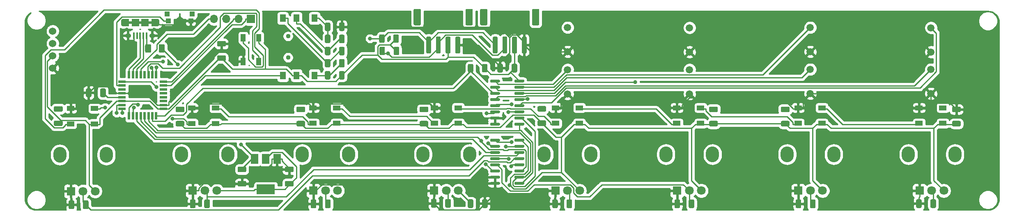
<source format=gbr>
%TF.GenerationSoftware,KiCad,Pcbnew,(5.1.9-0-10_14)*%
%TF.CreationDate,2021-11-27T16:04:38+01:00*%
%TF.ProjectId,SoundCore Knobs,536f756e-6443-46f7-9265-204b6e6f6273,rev?*%
%TF.SameCoordinates,Original*%
%TF.FileFunction,Copper,L1,Top*%
%TF.FilePolarity,Positive*%
%FSLAX46Y46*%
G04 Gerber Fmt 4.6, Leading zero omitted, Abs format (unit mm)*
G04 Created by KiCad (PCBNEW (5.1.9-0-10_14)) date 2021-11-27 16:04:38*
%MOMM*%
%LPD*%
G01*
G04 APERTURE LIST*
%TA.AperFunction,ComponentPad*%
%ADD10C,1.500000*%
%TD*%
%TA.AperFunction,ComponentPad*%
%ADD11O,1.700000X1.700000*%
%TD*%
%TA.AperFunction,ComponentPad*%
%ADD12R,1.700000X1.700000*%
%TD*%
%TA.AperFunction,ComponentPad*%
%ADD13C,0.950000*%
%TD*%
%TA.AperFunction,SMDPad,CuDef*%
%ADD14R,1.300000X1.600000*%
%TD*%
%TA.AperFunction,SMDPad,CuDef*%
%ADD15R,1.000000X1.000000*%
%TD*%
%TA.AperFunction,ComponentPad*%
%ADD16O,2.720000X3.240000*%
%TD*%
%TA.AperFunction,ComponentPad*%
%ADD17C,1.800000*%
%TD*%
%TA.AperFunction,ComponentPad*%
%ADD18R,1.800000X1.800000*%
%TD*%
%TA.AperFunction,ComponentPad*%
%ADD19O,0.890000X1.550000*%
%TD*%
%TA.AperFunction,SMDPad,CuDef*%
%ADD20R,1.200000X1.550000*%
%TD*%
%TA.AperFunction,SMDPad,CuDef*%
%ADD21R,1.500000X1.550000*%
%TD*%
%TA.AperFunction,ComponentPad*%
%ADD22O,1.250000X0.950000*%
%TD*%
%TA.AperFunction,SMDPad,CuDef*%
%ADD23R,0.400000X1.350000*%
%TD*%
%TA.AperFunction,SMDPad,CuDef*%
%ADD24R,1.500000X2.000000*%
%TD*%
%TA.AperFunction,SMDPad,CuDef*%
%ADD25R,3.800000X2.000000*%
%TD*%
%TA.AperFunction,ComponentPad*%
%ADD26C,1.524000*%
%TD*%
%TA.AperFunction,SMDPad,CuDef*%
%ADD27R,1.500000X1.000000*%
%TD*%
%TA.AperFunction,SMDPad,CuDef*%
%ADD28R,1.600000X0.550000*%
%TD*%
%TA.AperFunction,SMDPad,CuDef*%
%ADD29R,0.550000X1.600000*%
%TD*%
%TA.AperFunction,SMDPad,CuDef*%
%ADD30R,1.000000X1.500000*%
%TD*%
%TA.AperFunction,ViaPad*%
%ADD31C,0.800000*%
%TD*%
%TA.AperFunction,Conductor*%
%ADD32C,0.250000*%
%TD*%
%TA.AperFunction,Conductor*%
%ADD33C,0.254000*%
%TD*%
%TA.AperFunction,Conductor*%
%ADD34C,0.100000*%
%TD*%
%TA.AperFunction,NonConductor*%
%ADD35C,0.254000*%
%TD*%
%TA.AperFunction,NonConductor*%
%ADD36C,0.100000*%
%TD*%
G04 APERTURE END LIST*
%TO.P,R4,2*%
%TO.N,3V3*%
%TA.AperFunction,SMDPad,CuDef*%
G36*
G01*
X164680000Y-68453001D02*
X164680000Y-67202999D01*
G75*
G02*
X164929999Y-66953000I249999J0D01*
G01*
X165555001Y-66953000D01*
G75*
G02*
X165805000Y-67202999I0J-249999D01*
G01*
X165805000Y-68453001D01*
G75*
G02*
X165555001Y-68703000I-249999J0D01*
G01*
X164929999Y-68703000D01*
G75*
G02*
X164680000Y-68453001I0J249999D01*
G01*
G37*
%TD.AperFunction*%
%TO.P,R4,1*%
%TO.N,/A2*%
%TA.AperFunction,SMDPad,CuDef*%
G36*
G01*
X161755000Y-68453001D02*
X161755000Y-67202999D01*
G75*
G02*
X162004999Y-66953000I249999J0D01*
G01*
X162630001Y-66953000D01*
G75*
G02*
X162880000Y-67202999I0J-249999D01*
G01*
X162880000Y-68453001D01*
G75*
G02*
X162630001Y-68703000I-249999J0D01*
G01*
X162004999Y-68703000D01*
G75*
G02*
X161755000Y-68453001I0J249999D01*
G01*
G37*
%TD.AperFunction*%
%TD*%
%TO.P,U1,16*%
%TO.N,3V3*%
%TA.AperFunction,SMDPad,CuDef*%
G36*
G01*
X171376000Y-70645000D02*
X171376000Y-70345000D01*
G75*
G02*
X171526000Y-70195000I150000J0D01*
G01*
X173226000Y-70195000D01*
G75*
G02*
X173376000Y-70345000I0J-150000D01*
G01*
X173376000Y-70645000D01*
G75*
G02*
X173226000Y-70795000I-150000J0D01*
G01*
X171526000Y-70795000D01*
G75*
G02*
X171376000Y-70645000I0J150000D01*
G01*
G37*
%TD.AperFunction*%
%TO.P,U1,15*%
%TO.N,Net-(SW4-Pad1)*%
%TA.AperFunction,SMDPad,CuDef*%
G36*
G01*
X171376000Y-71915000D02*
X171376000Y-71615000D01*
G75*
G02*
X171526000Y-71465000I150000J0D01*
G01*
X173226000Y-71465000D01*
G75*
G02*
X173376000Y-71615000I0J-150000D01*
G01*
X173376000Y-71915000D01*
G75*
G02*
X173226000Y-72065000I-150000J0D01*
G01*
X171526000Y-72065000D01*
G75*
G02*
X171376000Y-71915000I0J150000D01*
G01*
G37*
%TD.AperFunction*%
%TO.P,U1,14*%
%TO.N,Net-(SW3-Pad1)*%
%TA.AperFunction,SMDPad,CuDef*%
G36*
G01*
X171376000Y-73185000D02*
X171376000Y-72885000D01*
G75*
G02*
X171526000Y-72735000I150000J0D01*
G01*
X173226000Y-72735000D01*
G75*
G02*
X173376000Y-72885000I0J-150000D01*
G01*
X173376000Y-73185000D01*
G75*
G02*
X173226000Y-73335000I-150000J0D01*
G01*
X171526000Y-73335000D01*
G75*
G02*
X171376000Y-73185000I0J150000D01*
G01*
G37*
%TD.AperFunction*%
%TO.P,U1,13*%
%TO.N,Net-(SW2-Pad1)*%
%TA.AperFunction,SMDPad,CuDef*%
G36*
G01*
X171376000Y-74455000D02*
X171376000Y-74155000D01*
G75*
G02*
X171526000Y-74005000I150000J0D01*
G01*
X173226000Y-74005000D01*
G75*
G02*
X173376000Y-74155000I0J-150000D01*
G01*
X173376000Y-74455000D01*
G75*
G02*
X173226000Y-74605000I-150000J0D01*
G01*
X171526000Y-74605000D01*
G75*
G02*
X171376000Y-74455000I0J150000D01*
G01*
G37*
%TD.AperFunction*%
%TO.P,U1,12*%
%TO.N,Net-(SW5-Pad1)*%
%TA.AperFunction,SMDPad,CuDef*%
G36*
G01*
X171376000Y-75725000D02*
X171376000Y-75425000D01*
G75*
G02*
X171526000Y-75275000I150000J0D01*
G01*
X173226000Y-75275000D01*
G75*
G02*
X173376000Y-75425000I0J-150000D01*
G01*
X173376000Y-75725000D01*
G75*
G02*
X173226000Y-75875000I-150000J0D01*
G01*
X171526000Y-75875000D01*
G75*
G02*
X171376000Y-75725000I0J150000D01*
G01*
G37*
%TD.AperFunction*%
%TO.P,U1,11*%
%TO.N,/S0*%
%TA.AperFunction,SMDPad,CuDef*%
G36*
G01*
X171376000Y-76995000D02*
X171376000Y-76695000D01*
G75*
G02*
X171526000Y-76545000I150000J0D01*
G01*
X173226000Y-76545000D01*
G75*
G02*
X173376000Y-76695000I0J-150000D01*
G01*
X173376000Y-76995000D01*
G75*
G02*
X173226000Y-77145000I-150000J0D01*
G01*
X171526000Y-77145000D01*
G75*
G02*
X171376000Y-76995000I0J150000D01*
G01*
G37*
%TD.AperFunction*%
%TO.P,U1,10*%
%TO.N,/S1*%
%TA.AperFunction,SMDPad,CuDef*%
G36*
G01*
X171376000Y-78265000D02*
X171376000Y-77965000D01*
G75*
G02*
X171526000Y-77815000I150000J0D01*
G01*
X173226000Y-77815000D01*
G75*
G02*
X173376000Y-77965000I0J-150000D01*
G01*
X173376000Y-78265000D01*
G75*
G02*
X173226000Y-78415000I-150000J0D01*
G01*
X171526000Y-78415000D01*
G75*
G02*
X171376000Y-78265000I0J150000D01*
G01*
G37*
%TD.AperFunction*%
%TO.P,U1,9*%
%TO.N,/S2*%
%TA.AperFunction,SMDPad,CuDef*%
G36*
G01*
X171376000Y-79535000D02*
X171376000Y-79235000D01*
G75*
G02*
X171526000Y-79085000I150000J0D01*
G01*
X173226000Y-79085000D01*
G75*
G02*
X173376000Y-79235000I0J-150000D01*
G01*
X173376000Y-79535000D01*
G75*
G02*
X173226000Y-79685000I-150000J0D01*
G01*
X171526000Y-79685000D01*
G75*
G02*
X171376000Y-79535000I0J150000D01*
G01*
G37*
%TD.AperFunction*%
%TO.P,U1,8*%
%TO.N,GND*%
%TA.AperFunction,SMDPad,CuDef*%
G36*
G01*
X166376000Y-79535000D02*
X166376000Y-79235000D01*
G75*
G02*
X166526000Y-79085000I150000J0D01*
G01*
X168226000Y-79085000D01*
G75*
G02*
X168376000Y-79235000I0J-150000D01*
G01*
X168376000Y-79535000D01*
G75*
G02*
X168226000Y-79685000I-150000J0D01*
G01*
X166526000Y-79685000D01*
G75*
G02*
X166376000Y-79535000I0J150000D01*
G01*
G37*
%TD.AperFunction*%
%TO.P,U1,7*%
%TA.AperFunction,SMDPad,CuDef*%
G36*
G01*
X166376000Y-78265000D02*
X166376000Y-77965000D01*
G75*
G02*
X166526000Y-77815000I150000J0D01*
G01*
X168226000Y-77815000D01*
G75*
G02*
X168376000Y-77965000I0J-150000D01*
G01*
X168376000Y-78265000D01*
G75*
G02*
X168226000Y-78415000I-150000J0D01*
G01*
X166526000Y-78415000D01*
G75*
G02*
X166376000Y-78265000I0J150000D01*
G01*
G37*
%TD.AperFunction*%
%TO.P,U1,6*%
%TO.N,/E*%
%TA.AperFunction,SMDPad,CuDef*%
G36*
G01*
X166376000Y-76995000D02*
X166376000Y-76695000D01*
G75*
G02*
X166526000Y-76545000I150000J0D01*
G01*
X168226000Y-76545000D01*
G75*
G02*
X168376000Y-76695000I0J-150000D01*
G01*
X168376000Y-76995000D01*
G75*
G02*
X168226000Y-77145000I-150000J0D01*
G01*
X166526000Y-77145000D01*
G75*
G02*
X166376000Y-76995000I0J150000D01*
G01*
G37*
%TD.AperFunction*%
%TO.P,U1,5*%
%TO.N,Net-(SW7-Pad1)*%
%TA.AperFunction,SMDPad,CuDef*%
G36*
G01*
X166376000Y-75725000D02*
X166376000Y-75425000D01*
G75*
G02*
X166526000Y-75275000I150000J0D01*
G01*
X168226000Y-75275000D01*
G75*
G02*
X168376000Y-75425000I0J-150000D01*
G01*
X168376000Y-75725000D01*
G75*
G02*
X168226000Y-75875000I-150000J0D01*
G01*
X166526000Y-75875000D01*
G75*
G02*
X166376000Y-75725000I0J150000D01*
G01*
G37*
%TD.AperFunction*%
%TO.P,U1,4*%
%TO.N,Net-(SW9-Pad1)*%
%TA.AperFunction,SMDPad,CuDef*%
G36*
G01*
X166376000Y-74455000D02*
X166376000Y-74155000D01*
G75*
G02*
X166526000Y-74005000I150000J0D01*
G01*
X168226000Y-74005000D01*
G75*
G02*
X168376000Y-74155000I0J-150000D01*
G01*
X168376000Y-74455000D01*
G75*
G02*
X168226000Y-74605000I-150000J0D01*
G01*
X166526000Y-74605000D01*
G75*
G02*
X166376000Y-74455000I0J150000D01*
G01*
G37*
%TD.AperFunction*%
%TO.P,U1,3*%
%TO.N,/A2*%
%TA.AperFunction,SMDPad,CuDef*%
G36*
G01*
X166376000Y-73185000D02*
X166376000Y-72885000D01*
G75*
G02*
X166526000Y-72735000I150000J0D01*
G01*
X168226000Y-72735000D01*
G75*
G02*
X168376000Y-72885000I0J-150000D01*
G01*
X168376000Y-73185000D01*
G75*
G02*
X168226000Y-73335000I-150000J0D01*
G01*
X166526000Y-73335000D01*
G75*
G02*
X166376000Y-73185000I0J150000D01*
G01*
G37*
%TD.AperFunction*%
%TO.P,U1,2*%
%TO.N,Net-(SW8-Pad1)*%
%TA.AperFunction,SMDPad,CuDef*%
G36*
G01*
X166376000Y-71915000D02*
X166376000Y-71615000D01*
G75*
G02*
X166526000Y-71465000I150000J0D01*
G01*
X168226000Y-71465000D01*
G75*
G02*
X168376000Y-71615000I0J-150000D01*
G01*
X168376000Y-71915000D01*
G75*
G02*
X168226000Y-72065000I-150000J0D01*
G01*
X166526000Y-72065000D01*
G75*
G02*
X166376000Y-71915000I0J150000D01*
G01*
G37*
%TD.AperFunction*%
%TO.P,U1,1*%
%TO.N,Net-(SW6-Pad1)*%
%TA.AperFunction,SMDPad,CuDef*%
G36*
G01*
X166376000Y-70645000D02*
X166376000Y-70345000D01*
G75*
G02*
X166526000Y-70195000I150000J0D01*
G01*
X168226000Y-70195000D01*
G75*
G02*
X168376000Y-70345000I0J-150000D01*
G01*
X168376000Y-70645000D01*
G75*
G02*
X168226000Y-70795000I-150000J0D01*
G01*
X166526000Y-70795000D01*
G75*
G02*
X166376000Y-70645000I0J150000D01*
G01*
G37*
%TD.AperFunction*%
%TD*%
D10*
%TO.P,SW9,1*%
%TO.N,Net-(SW9-Pad1)*%
X257252000Y-68078000D03*
%TO.P,SW9,2*%
%TO.N,GND*%
X257252000Y-73078000D03*
%TD*%
%TO.P,SW8,1*%
%TO.N,Net-(SW8-Pad1)*%
X232360000Y-68078000D03*
%TO.P,SW8,2*%
%TO.N,GND*%
X232360000Y-73078000D03*
%TD*%
%TO.P,SW7,1*%
%TO.N,Net-(SW7-Pad1)*%
X207476000Y-68134000D03*
%TO.P,SW7,2*%
%TO.N,GND*%
X207476000Y-73134000D03*
%TD*%
%TO.P,SW6,1*%
%TO.N,Net-(SW6-Pad1)*%
X182330000Y-68134000D03*
%TO.P,SW6,2*%
%TO.N,GND*%
X182330000Y-73134000D03*
%TD*%
%TO.P,SW5,1*%
%TO.N,Net-(SW5-Pad1)*%
X257260000Y-59498000D03*
%TO.P,SW5,2*%
%TO.N,GND*%
X257260000Y-64498000D03*
%TD*%
%TO.P,SW4,1*%
%TO.N,Net-(SW4-Pad1)*%
X232360000Y-59442000D03*
%TO.P,SW4,2*%
%TO.N,GND*%
X232360000Y-64442000D03*
%TD*%
%TO.P,SW3,1*%
%TO.N,Net-(SW3-Pad1)*%
X207476000Y-59498000D03*
%TO.P,SW3,2*%
%TO.N,GND*%
X207476000Y-64498000D03*
%TD*%
%TO.P,SW2,1*%
%TO.N,Net-(SW2-Pad1)*%
X182322000Y-59442000D03*
%TO.P,SW2,2*%
%TO.N,GND*%
X182322000Y-64442000D03*
%TD*%
%TO.P,C2,2*%
%TO.N,GND*%
%TA.AperFunction,SMDPad,CuDef*%
G36*
G01*
X168976000Y-67177999D02*
X168976000Y-68478001D01*
G75*
G02*
X168726001Y-68728000I-249999J0D01*
G01*
X168075999Y-68728000D01*
G75*
G02*
X167826000Y-68478001I0J249999D01*
G01*
X167826000Y-67177999D01*
G75*
G02*
X168075999Y-66928000I249999J0D01*
G01*
X168726001Y-66928000D01*
G75*
G02*
X168976000Y-67177999I0J-249999D01*
G01*
G37*
%TD.AperFunction*%
%TO.P,C2,1*%
%TO.N,3V3*%
%TA.AperFunction,SMDPad,CuDef*%
G36*
G01*
X171926000Y-67177999D02*
X171926000Y-68478001D01*
G75*
G02*
X171676001Y-68728000I-249999J0D01*
G01*
X171025999Y-68728000D01*
G75*
G02*
X170776000Y-68478001I0J249999D01*
G01*
X170776000Y-67177999D01*
G75*
G02*
X171025999Y-66928000I249999J0D01*
G01*
X171676001Y-66928000D01*
G75*
G02*
X171926000Y-67177999I0J-249999D01*
G01*
G37*
%TD.AperFunction*%
%TD*%
%TO.P,C1,2*%
%TO.N,GND*%
%TA.AperFunction,SMDPad,CuDef*%
G36*
G01*
X111598001Y-63372000D02*
X110297999Y-63372000D01*
G75*
G02*
X110048000Y-63122001I0J249999D01*
G01*
X110048000Y-62471999D01*
G75*
G02*
X110297999Y-62222000I249999J0D01*
G01*
X111598001Y-62222000D01*
G75*
G02*
X111848000Y-62471999I0J-249999D01*
G01*
X111848000Y-63122001D01*
G75*
G02*
X111598001Y-63372000I-249999J0D01*
G01*
G37*
%TD.AperFunction*%
%TO.P,C1,1*%
%TO.N,3V3*%
%TA.AperFunction,SMDPad,CuDef*%
G36*
G01*
X111598001Y-66322000D02*
X110297999Y-66322000D01*
G75*
G02*
X110048000Y-66072001I0J249999D01*
G01*
X110048000Y-65421999D01*
G75*
G02*
X110297999Y-65172000I249999J0D01*
G01*
X111598001Y-65172000D01*
G75*
G02*
X111848000Y-65421999I0J-249999D01*
G01*
X111848000Y-66072001D01*
G75*
G02*
X111598001Y-66322000I-249999J0D01*
G01*
G37*
%TD.AperFunction*%
%TD*%
%TO.P,J4,MP*%
%TO.N,N/C*%
%TA.AperFunction,SMDPad,CuDef*%
G36*
G01*
X165784000Y-55858000D02*
X165784000Y-58758000D01*
G75*
G02*
X165534000Y-59008000I-250000J0D01*
G01*
X164534000Y-59008000D01*
G75*
G02*
X164284000Y-58758000I0J250000D01*
G01*
X164284000Y-55858000D01*
G75*
G02*
X164534000Y-55608000I250000J0D01*
G01*
X165534000Y-55608000D01*
G75*
G02*
X165784000Y-55858000I0J-250000D01*
G01*
G37*
%TD.AperFunction*%
%TA.AperFunction,SMDPad,CuDef*%
G36*
G01*
X176484000Y-55858000D02*
X176484000Y-58758000D01*
G75*
G02*
X176234000Y-59008000I-250000J0D01*
G01*
X175234000Y-59008000D01*
G75*
G02*
X174984000Y-58758000I0J250000D01*
G01*
X174984000Y-55858000D01*
G75*
G02*
X175234000Y-55608000I250000J0D01*
G01*
X176234000Y-55608000D01*
G75*
G02*
X176484000Y-55858000I0J-250000D01*
G01*
G37*
%TD.AperFunction*%
%TO.P,J4,4*%
%TO.N,SCL2*%
%TA.AperFunction,SMDPad,CuDef*%
G36*
G01*
X167884000Y-61558000D02*
X167884000Y-64558000D01*
G75*
G02*
X167634000Y-64808000I-250000J0D01*
G01*
X167134000Y-64808000D01*
G75*
G02*
X166884000Y-64558000I0J250000D01*
G01*
X166884000Y-61558000D01*
G75*
G02*
X167134000Y-61308000I250000J0D01*
G01*
X167634000Y-61308000D01*
G75*
G02*
X167884000Y-61558000I0J-250000D01*
G01*
G37*
%TD.AperFunction*%
%TO.P,J4,3*%
%TO.N,SDA2*%
%TA.AperFunction,SMDPad,CuDef*%
G36*
G01*
X169884000Y-61558000D02*
X169884000Y-64558000D01*
G75*
G02*
X169634000Y-64808000I-250000J0D01*
G01*
X169134000Y-64808000D01*
G75*
G02*
X168884000Y-64558000I0J250000D01*
G01*
X168884000Y-61558000D01*
G75*
G02*
X169134000Y-61308000I250000J0D01*
G01*
X169634000Y-61308000D01*
G75*
G02*
X169884000Y-61558000I0J-250000D01*
G01*
G37*
%TD.AperFunction*%
%TO.P,J4,2*%
%TO.N,3V3*%
%TA.AperFunction,SMDPad,CuDef*%
G36*
G01*
X171884000Y-61558000D02*
X171884000Y-64558000D01*
G75*
G02*
X171634000Y-64808000I-250000J0D01*
G01*
X171134000Y-64808000D01*
G75*
G02*
X170884000Y-64558000I0J250000D01*
G01*
X170884000Y-61558000D01*
G75*
G02*
X171134000Y-61308000I250000J0D01*
G01*
X171634000Y-61308000D01*
G75*
G02*
X171884000Y-61558000I0J-250000D01*
G01*
G37*
%TD.AperFunction*%
%TO.P,J4,1*%
%TO.N,GND*%
%TA.AperFunction,SMDPad,CuDef*%
G36*
G01*
X173884000Y-61558000D02*
X173884000Y-64558000D01*
G75*
G02*
X173634000Y-64808000I-250000J0D01*
G01*
X173134000Y-64808000D01*
G75*
G02*
X172884000Y-64558000I0J250000D01*
G01*
X172884000Y-61558000D01*
G75*
G02*
X173134000Y-61308000I250000J0D01*
G01*
X173634000Y-61308000D01*
G75*
G02*
X173884000Y-61558000I0J-250000D01*
G01*
G37*
%TD.AperFunction*%
%TD*%
D11*
%TO.P,J8,4*%
%TO.N,Net-(J8-Pad4)*%
X109424000Y-57668000D03*
%TO.P,J8,3*%
%TO.N,Net-(J8-Pad3)*%
X111964000Y-57668000D03*
%TO.P,J8,2*%
%TO.N,Net-(J8-Pad2)*%
X114504000Y-57668000D03*
D12*
%TO.P,J8,1*%
%TO.N,Net-(J8-Pad1)*%
X117044000Y-57668000D03*
%TD*%
D13*
%TO.P,U10,7*%
%TO.N,N/C*%
X124674000Y-61236000D03*
X124674000Y-65636000D03*
D14*
%TO.P,U10,6*%
%TO.N,Net-(R11-Pad2)*%
X130124000Y-57536000D03*
%TO.P,U10,5*%
%TO.N,Net-(R10-Pad2)*%
X126424000Y-57536000D03*
%TO.P,U10,4*%
%TO.N,Net-(R10-Pad1)*%
X123624000Y-57536000D03*
%TO.P,U10,3*%
%TO.N,Net-(R8-Pad2)*%
X130124000Y-69336000D03*
%TO.P,U10,2*%
%TO.N,3V3*%
X126424000Y-69336000D03*
%TO.P,U10,1*%
%TO.N,/5_way_com*%
X123624000Y-69336000D03*
%TD*%
%TO.P,R12,2*%
%TO.N,GND*%
%TA.AperFunction,SMDPad,CuDef*%
G36*
G01*
X135200000Y-59925001D02*
X135200000Y-58674999D01*
G75*
G02*
X135449999Y-58425000I249999J0D01*
G01*
X136075001Y-58425000D01*
G75*
G02*
X136325000Y-58674999I0J-249999D01*
G01*
X136325000Y-59925001D01*
G75*
G02*
X136075001Y-60175000I-249999J0D01*
G01*
X135449999Y-60175000D01*
G75*
G02*
X135200000Y-59925001I0J249999D01*
G01*
G37*
%TD.AperFunction*%
%TO.P,R12,1*%
%TO.N,Net-(R11-Pad2)*%
%TA.AperFunction,SMDPad,CuDef*%
G36*
G01*
X132275000Y-59925001D02*
X132275000Y-58674999D01*
G75*
G02*
X132524999Y-58425000I249999J0D01*
G01*
X133150001Y-58425000D01*
G75*
G02*
X133400000Y-58674999I0J-249999D01*
G01*
X133400000Y-59925001D01*
G75*
G02*
X133150001Y-60175000I-249999J0D01*
G01*
X132524999Y-60175000D01*
G75*
G02*
X132275000Y-59925001I0J249999D01*
G01*
G37*
%TD.AperFunction*%
%TD*%
%TO.P,R11,2*%
%TO.N,Net-(R11-Pad2)*%
%TA.AperFunction,SMDPad,CuDef*%
G36*
G01*
X133400000Y-61174999D02*
X133400000Y-62425001D01*
G75*
G02*
X133150001Y-62675000I-249999J0D01*
G01*
X132524999Y-62675000D01*
G75*
G02*
X132275000Y-62425001I0J249999D01*
G01*
X132275000Y-61174999D01*
G75*
G02*
X132524999Y-60925000I249999J0D01*
G01*
X133150001Y-60925000D01*
G75*
G02*
X133400000Y-61174999I0J-249999D01*
G01*
G37*
%TD.AperFunction*%
%TO.P,R11,1*%
%TO.N,Net-(R10-Pad2)*%
%TA.AperFunction,SMDPad,CuDef*%
G36*
G01*
X136325000Y-61174999D02*
X136325000Y-62425001D01*
G75*
G02*
X136075001Y-62675000I-249999J0D01*
G01*
X135449999Y-62675000D01*
G75*
G02*
X135200000Y-62425001I0J249999D01*
G01*
X135200000Y-61174999D01*
G75*
G02*
X135449999Y-60925000I249999J0D01*
G01*
X136075001Y-60925000D01*
G75*
G02*
X136325000Y-61174999I0J-249999D01*
G01*
G37*
%TD.AperFunction*%
%TD*%
%TO.P,R10,2*%
%TO.N,Net-(R10-Pad2)*%
%TA.AperFunction,SMDPad,CuDef*%
G36*
G01*
X133400000Y-63674999D02*
X133400000Y-64925001D01*
G75*
G02*
X133150001Y-65175000I-249999J0D01*
G01*
X132524999Y-65175000D01*
G75*
G02*
X132275000Y-64925001I0J249999D01*
G01*
X132275000Y-63674999D01*
G75*
G02*
X132524999Y-63425000I249999J0D01*
G01*
X133150001Y-63425000D01*
G75*
G02*
X133400000Y-63674999I0J-249999D01*
G01*
G37*
%TD.AperFunction*%
%TO.P,R10,1*%
%TO.N,Net-(R10-Pad1)*%
%TA.AperFunction,SMDPad,CuDef*%
G36*
G01*
X136325000Y-63674999D02*
X136325000Y-64925001D01*
G75*
G02*
X136075001Y-65175000I-249999J0D01*
G01*
X135449999Y-65175000D01*
G75*
G02*
X135200000Y-64925001I0J249999D01*
G01*
X135200000Y-63674999D01*
G75*
G02*
X135449999Y-63425000I249999J0D01*
G01*
X136075001Y-63425000D01*
G75*
G02*
X136325000Y-63674999I0J-249999D01*
G01*
G37*
%TD.AperFunction*%
%TD*%
%TO.P,R9,2*%
%TO.N,Net-(R10-Pad1)*%
%TA.AperFunction,SMDPad,CuDef*%
G36*
G01*
X133400000Y-66174999D02*
X133400000Y-67425001D01*
G75*
G02*
X133150001Y-67675000I-249999J0D01*
G01*
X132524999Y-67675000D01*
G75*
G02*
X132275000Y-67425001I0J249999D01*
G01*
X132275000Y-66174999D01*
G75*
G02*
X132524999Y-65925000I249999J0D01*
G01*
X133150001Y-65925000D01*
G75*
G02*
X133400000Y-66174999I0J-249999D01*
G01*
G37*
%TD.AperFunction*%
%TO.P,R9,1*%
%TO.N,Net-(R8-Pad2)*%
%TA.AperFunction,SMDPad,CuDef*%
G36*
G01*
X136325000Y-66174999D02*
X136325000Y-67425001D01*
G75*
G02*
X136075001Y-67675000I-249999J0D01*
G01*
X135449999Y-67675000D01*
G75*
G02*
X135200000Y-67425001I0J249999D01*
G01*
X135200000Y-66174999D01*
G75*
G02*
X135449999Y-65925000I249999J0D01*
G01*
X136075001Y-65925000D01*
G75*
G02*
X136325000Y-66174999I0J-249999D01*
G01*
G37*
%TD.AperFunction*%
%TD*%
%TO.P,R8,2*%
%TO.N,Net-(R8-Pad2)*%
%TA.AperFunction,SMDPad,CuDef*%
G36*
G01*
X133400000Y-68674999D02*
X133400000Y-69925001D01*
G75*
G02*
X133150001Y-70175000I-249999J0D01*
G01*
X132524999Y-70175000D01*
G75*
G02*
X132275000Y-69925001I0J249999D01*
G01*
X132275000Y-68674999D01*
G75*
G02*
X132524999Y-68425000I249999J0D01*
G01*
X133150001Y-68425000D01*
G75*
G02*
X133400000Y-68674999I0J-249999D01*
G01*
G37*
%TD.AperFunction*%
%TO.P,R8,1*%
%TO.N,3V3*%
%TA.AperFunction,SMDPad,CuDef*%
G36*
G01*
X136325000Y-68674999D02*
X136325000Y-69925001D01*
G75*
G02*
X136075001Y-70175000I-249999J0D01*
G01*
X135449999Y-70175000D01*
G75*
G02*
X135200000Y-69925001I0J249999D01*
G01*
X135200000Y-68674999D01*
G75*
G02*
X135449999Y-68425000I249999J0D01*
G01*
X136075001Y-68425000D01*
G75*
G02*
X136325000Y-68674999I0J-249999D01*
G01*
G37*
%TD.AperFunction*%
%TD*%
D15*
%TO.P,SW1,*%
%TO.N,*%
X99712000Y-56668000D03*
%TO.P,SW1,2*%
%TO.N,Net-(SW1-Pad2)*%
X100012000Y-58068000D03*
%TO.P,SW1,*%
%TO.N,*%
X104912000Y-56668000D03*
%TO.P,SW1,1*%
%TO.N,GND*%
X104612000Y-58068000D03*
%TD*%
%TO.P,J7,MP*%
%TO.N,N/C*%
%TA.AperFunction,SMDPad,CuDef*%
G36*
G01*
X152068000Y-55858000D02*
X152068000Y-58758000D01*
G75*
G02*
X151818000Y-59008000I-250000J0D01*
G01*
X150818000Y-59008000D01*
G75*
G02*
X150568000Y-58758000I0J250000D01*
G01*
X150568000Y-55858000D01*
G75*
G02*
X150818000Y-55608000I250000J0D01*
G01*
X151818000Y-55608000D01*
G75*
G02*
X152068000Y-55858000I0J-250000D01*
G01*
G37*
%TD.AperFunction*%
%TA.AperFunction,SMDPad,CuDef*%
G36*
G01*
X162768000Y-55858000D02*
X162768000Y-58758000D01*
G75*
G02*
X162518000Y-59008000I-250000J0D01*
G01*
X161518000Y-59008000D01*
G75*
G02*
X161268000Y-58758000I0J250000D01*
G01*
X161268000Y-55858000D01*
G75*
G02*
X161518000Y-55608000I250000J0D01*
G01*
X162518000Y-55608000D01*
G75*
G02*
X162768000Y-55858000I0J-250000D01*
G01*
G37*
%TD.AperFunction*%
%TO.P,J7,4*%
%TO.N,SCL2*%
%TA.AperFunction,SMDPad,CuDef*%
G36*
G01*
X154168000Y-61558000D02*
X154168000Y-64558000D01*
G75*
G02*
X153918000Y-64808000I-250000J0D01*
G01*
X153418000Y-64808000D01*
G75*
G02*
X153168000Y-64558000I0J250000D01*
G01*
X153168000Y-61558000D01*
G75*
G02*
X153418000Y-61308000I250000J0D01*
G01*
X153918000Y-61308000D01*
G75*
G02*
X154168000Y-61558000I0J-250000D01*
G01*
G37*
%TD.AperFunction*%
%TO.P,J7,3*%
%TO.N,SDA2*%
%TA.AperFunction,SMDPad,CuDef*%
G36*
G01*
X156168000Y-61558000D02*
X156168000Y-64558000D01*
G75*
G02*
X155918000Y-64808000I-250000J0D01*
G01*
X155418000Y-64808000D01*
G75*
G02*
X155168000Y-64558000I0J250000D01*
G01*
X155168000Y-61558000D01*
G75*
G02*
X155418000Y-61308000I250000J0D01*
G01*
X155918000Y-61308000D01*
G75*
G02*
X156168000Y-61558000I0J-250000D01*
G01*
G37*
%TD.AperFunction*%
%TO.P,J7,2*%
%TO.N,3V3*%
%TA.AperFunction,SMDPad,CuDef*%
G36*
G01*
X158168000Y-61558000D02*
X158168000Y-64558000D01*
G75*
G02*
X157918000Y-64808000I-250000J0D01*
G01*
X157418000Y-64808000D01*
G75*
G02*
X157168000Y-64558000I0J250000D01*
G01*
X157168000Y-61558000D01*
G75*
G02*
X157418000Y-61308000I250000J0D01*
G01*
X157918000Y-61308000D01*
G75*
G02*
X158168000Y-61558000I0J-250000D01*
G01*
G37*
%TD.AperFunction*%
%TO.P,J7,1*%
%TO.N,GND*%
%TA.AperFunction,SMDPad,CuDef*%
G36*
G01*
X160168000Y-61558000D02*
X160168000Y-64558000D01*
G75*
G02*
X159918000Y-64808000I-250000J0D01*
G01*
X159418000Y-64808000D01*
G75*
G02*
X159168000Y-64558000I0J250000D01*
G01*
X159168000Y-61558000D01*
G75*
G02*
X159418000Y-61308000I250000J0D01*
G01*
X159918000Y-61308000D01*
G75*
G02*
X160168000Y-61558000I0J-250000D01*
G01*
G37*
%TD.AperFunction*%
%TD*%
D16*
%TO.P,RV4,*%
%TO.N,*%
X152500000Y-85600000D03*
X162100000Y-85600000D03*
D17*
%TO.P,RV4,3*%
%TO.N,3V3*%
X159800000Y-93100000D03*
%TO.P,RV4,2*%
%TO.N,Net-(C11-Pad2)*%
X157300000Y-93100000D03*
D18*
%TO.P,RV4,1*%
%TO.N,GND*%
X154800000Y-93100000D03*
%TD*%
D19*
%TO.P,J3,6*%
%TO.N,GND*%
X90684000Y-58400000D03*
X97684000Y-58400000D03*
D20*
X91284000Y-58400000D03*
X97084000Y-58400000D03*
D21*
X93184000Y-58400000D03*
X95184000Y-58400000D03*
D22*
X91684000Y-61100000D03*
X96684000Y-61100000D03*
D23*
%TO.P,J3,5*%
X92884000Y-61100000D03*
%TO.P,J3,4*%
%TO.N,Net-(J3-Pad4)*%
X93534000Y-61100000D03*
%TO.P,J3,3*%
%TO.N,USB_D+*%
X94184000Y-61100000D03*
%TO.P,J3,2*%
%TO.N,USB_D-*%
X94834000Y-61100000D03*
%TO.P,J3,1*%
%TO.N,Net-(F1-Pad2)*%
X95484000Y-61100000D03*
%TD*%
%TO.P,R6,2*%
%TO.N,SDA2*%
%TA.AperFunction,SMDPad,CuDef*%
G36*
G01*
X144654000Y-63646999D02*
X144654000Y-64897001D01*
G75*
G02*
X144404001Y-65147000I-249999J0D01*
G01*
X143778999Y-65147000D01*
G75*
G02*
X143529000Y-64897001I0J249999D01*
G01*
X143529000Y-63646999D01*
G75*
G02*
X143778999Y-63397000I249999J0D01*
G01*
X144404001Y-63397000D01*
G75*
G02*
X144654000Y-63646999I0J-249999D01*
G01*
G37*
%TD.AperFunction*%
%TO.P,R6,1*%
%TO.N,3V3*%
%TA.AperFunction,SMDPad,CuDef*%
G36*
G01*
X147579000Y-63646999D02*
X147579000Y-64897001D01*
G75*
G02*
X147329001Y-65147000I-249999J0D01*
G01*
X146703999Y-65147000D01*
G75*
G02*
X146454000Y-64897001I0J249999D01*
G01*
X146454000Y-63646999D01*
G75*
G02*
X146703999Y-63397000I249999J0D01*
G01*
X147329001Y-63397000D01*
G75*
G02*
X147579000Y-63646999I0J-249999D01*
G01*
G37*
%TD.AperFunction*%
%TD*%
%TO.P,R5,2*%
%TO.N,SCL2*%
%TA.AperFunction,SMDPad,CuDef*%
G36*
G01*
X144592000Y-61106999D02*
X144592000Y-62357001D01*
G75*
G02*
X144342001Y-62607000I-249999J0D01*
G01*
X143716999Y-62607000D01*
G75*
G02*
X143467000Y-62357001I0J249999D01*
G01*
X143467000Y-61106999D01*
G75*
G02*
X143716999Y-60857000I249999J0D01*
G01*
X144342001Y-60857000D01*
G75*
G02*
X144592000Y-61106999I0J-249999D01*
G01*
G37*
%TD.AperFunction*%
%TO.P,R5,1*%
%TO.N,3V3*%
%TA.AperFunction,SMDPad,CuDef*%
G36*
G01*
X147517000Y-61106999D02*
X147517000Y-62357001D01*
G75*
G02*
X147267001Y-62607000I-249999J0D01*
G01*
X146641999Y-62607000D01*
G75*
G02*
X146392000Y-62357001I0J249999D01*
G01*
X146392000Y-61106999D01*
G75*
G02*
X146641999Y-60857000I249999J0D01*
G01*
X147267001Y-60857000D01*
G75*
G02*
X147517000Y-61106999I0J-249999D01*
G01*
G37*
%TD.AperFunction*%
%TD*%
D24*
%TO.P,U3,1*%
%TO.N,GND*%
X122392000Y-86522000D03*
%TO.P,U3,3*%
%TO.N,VBUS*%
X117792000Y-86522000D03*
%TO.P,U3,2*%
%TO.N,3V3*%
X120092000Y-86522000D03*
D25*
X120092000Y-92822000D03*
%TD*%
D26*
%TO.P,U2,4*%
%TO.N,SDA*%
X76130000Y-60190000D03*
%TO.P,U2,3*%
%TO.N,SCL*%
X76130000Y-62730000D03*
%TO.P,U2,2*%
%TO.N,3V3*%
X76130000Y-65270000D03*
%TO.P,U2,1*%
%TO.N,GND*%
X76130000Y-67810000D03*
%TD*%
%TO.P,C23,2*%
%TO.N,3V3*%
%TA.AperFunction,SMDPad,CuDef*%
G36*
G01*
X261849999Y-78700000D02*
X263150001Y-78700000D01*
G75*
G02*
X263400000Y-78949999I0J-249999D01*
G01*
X263400000Y-79600001D01*
G75*
G02*
X263150001Y-79850000I-249999J0D01*
G01*
X261849999Y-79850000D01*
G75*
G02*
X261600000Y-79600001I0J249999D01*
G01*
X261600000Y-78949999D01*
G75*
G02*
X261849999Y-78700000I249999J0D01*
G01*
G37*
%TD.AperFunction*%
%TO.P,C23,1*%
%TO.N,GND*%
%TA.AperFunction,SMDPad,CuDef*%
G36*
G01*
X261849999Y-75750000D02*
X263150001Y-75750000D01*
G75*
G02*
X263400000Y-75999999I0J-249999D01*
G01*
X263400000Y-76650001D01*
G75*
G02*
X263150001Y-76900000I-249999J0D01*
G01*
X261849999Y-76900000D01*
G75*
G02*
X261600000Y-76650001I0J249999D01*
G01*
X261600000Y-75999999D01*
G75*
G02*
X261849999Y-75750000I249999J0D01*
G01*
G37*
%TD.AperFunction*%
%TD*%
%TO.P,C22,2*%
%TO.N,3V3*%
%TA.AperFunction,SMDPad,CuDef*%
G36*
G01*
X226549999Y-78700000D02*
X227850001Y-78700000D01*
G75*
G02*
X228100000Y-78949999I0J-249999D01*
G01*
X228100000Y-79600001D01*
G75*
G02*
X227850001Y-79850000I-249999J0D01*
G01*
X226549999Y-79850000D01*
G75*
G02*
X226300000Y-79600001I0J249999D01*
G01*
X226300000Y-78949999D01*
G75*
G02*
X226549999Y-78700000I249999J0D01*
G01*
G37*
%TD.AperFunction*%
%TO.P,C22,1*%
%TO.N,Net-(C22-Pad1)*%
%TA.AperFunction,SMDPad,CuDef*%
G36*
G01*
X226549999Y-75750000D02*
X227850001Y-75750000D01*
G75*
G02*
X228100000Y-75999999I0J-249999D01*
G01*
X228100000Y-76650001D01*
G75*
G02*
X227850001Y-76900000I-249999J0D01*
G01*
X226549999Y-76900000D01*
G75*
G02*
X226300000Y-76650001I0J249999D01*
G01*
X226300000Y-75999999D01*
G75*
G02*
X226549999Y-75750000I249999J0D01*
G01*
G37*
%TD.AperFunction*%
%TD*%
%TO.P,C21,2*%
%TO.N,3V3*%
%TA.AperFunction,SMDPad,CuDef*%
G36*
G01*
X211749999Y-78700000D02*
X213050001Y-78700000D01*
G75*
G02*
X213300000Y-78949999I0J-249999D01*
G01*
X213300000Y-79600001D01*
G75*
G02*
X213050001Y-79850000I-249999J0D01*
G01*
X211749999Y-79850000D01*
G75*
G02*
X211500000Y-79600001I0J249999D01*
G01*
X211500000Y-78949999D01*
G75*
G02*
X211749999Y-78700000I249999J0D01*
G01*
G37*
%TD.AperFunction*%
%TO.P,C21,1*%
%TO.N,Net-(C21-Pad1)*%
%TA.AperFunction,SMDPad,CuDef*%
G36*
G01*
X211749999Y-75750000D02*
X213050001Y-75750000D01*
G75*
G02*
X213300000Y-75999999I0J-249999D01*
G01*
X213300000Y-76650001D01*
G75*
G02*
X213050001Y-76900000I-249999J0D01*
G01*
X211749999Y-76900000D01*
G75*
G02*
X211500000Y-76650001I0J249999D01*
G01*
X211500000Y-75999999D01*
G75*
G02*
X211749999Y-75750000I249999J0D01*
G01*
G37*
%TD.AperFunction*%
%TD*%
%TO.P,C20,2*%
%TO.N,3V3*%
%TA.AperFunction,SMDPad,CuDef*%
G36*
G01*
X176349999Y-78600000D02*
X177650001Y-78600000D01*
G75*
G02*
X177900000Y-78849999I0J-249999D01*
G01*
X177900000Y-79500001D01*
G75*
G02*
X177650001Y-79750000I-249999J0D01*
G01*
X176349999Y-79750000D01*
G75*
G02*
X176100000Y-79500001I0J249999D01*
G01*
X176100000Y-78849999D01*
G75*
G02*
X176349999Y-78600000I249999J0D01*
G01*
G37*
%TD.AperFunction*%
%TO.P,C20,1*%
%TO.N,Net-(C20-Pad1)*%
%TA.AperFunction,SMDPad,CuDef*%
G36*
G01*
X176349999Y-75650000D02*
X177650001Y-75650000D01*
G75*
G02*
X177900000Y-75899999I0J-249999D01*
G01*
X177900000Y-76550001D01*
G75*
G02*
X177650001Y-76800000I-249999J0D01*
G01*
X176349999Y-76800000D01*
G75*
G02*
X176100000Y-76550001I0J249999D01*
G01*
X176100000Y-75899999D01*
G75*
G02*
X176349999Y-75650000I249999J0D01*
G01*
G37*
%TD.AperFunction*%
%TD*%
%TO.P,C19,2*%
%TO.N,3V3*%
%TA.AperFunction,SMDPad,CuDef*%
G36*
G01*
X152049999Y-78700000D02*
X153350001Y-78700000D01*
G75*
G02*
X153600000Y-78949999I0J-249999D01*
G01*
X153600000Y-79600001D01*
G75*
G02*
X153350001Y-79850000I-249999J0D01*
G01*
X152049999Y-79850000D01*
G75*
G02*
X151800000Y-79600001I0J249999D01*
G01*
X151800000Y-78949999D01*
G75*
G02*
X152049999Y-78700000I249999J0D01*
G01*
G37*
%TD.AperFunction*%
%TO.P,C19,1*%
%TO.N,Net-(C19-Pad1)*%
%TA.AperFunction,SMDPad,CuDef*%
G36*
G01*
X152049999Y-75750000D02*
X153350001Y-75750000D01*
G75*
G02*
X153600000Y-75999999I0J-249999D01*
G01*
X153600000Y-76650001D01*
G75*
G02*
X153350001Y-76900000I-249999J0D01*
G01*
X152049999Y-76900000D01*
G75*
G02*
X151800000Y-76650001I0J249999D01*
G01*
X151800000Y-75999999D01*
G75*
G02*
X152049999Y-75750000I249999J0D01*
G01*
G37*
%TD.AperFunction*%
%TD*%
%TO.P,C18,2*%
%TO.N,3V3*%
%TA.AperFunction,SMDPad,CuDef*%
G36*
G01*
X126649999Y-78700000D02*
X127950001Y-78700000D01*
G75*
G02*
X128200000Y-78949999I0J-249999D01*
G01*
X128200000Y-79600001D01*
G75*
G02*
X127950001Y-79850000I-249999J0D01*
G01*
X126649999Y-79850000D01*
G75*
G02*
X126400000Y-79600001I0J249999D01*
G01*
X126400000Y-78949999D01*
G75*
G02*
X126649999Y-78700000I249999J0D01*
G01*
G37*
%TD.AperFunction*%
%TO.P,C18,1*%
%TO.N,Net-(C18-Pad1)*%
%TA.AperFunction,SMDPad,CuDef*%
G36*
G01*
X126649999Y-75750000D02*
X127950001Y-75750000D01*
G75*
G02*
X128200000Y-75999999I0J-249999D01*
G01*
X128200000Y-76650001D01*
G75*
G02*
X127950001Y-76900000I-249999J0D01*
G01*
X126649999Y-76900000D01*
G75*
G02*
X126400000Y-76650001I0J249999D01*
G01*
X126400000Y-75999999D01*
G75*
G02*
X126649999Y-75750000I249999J0D01*
G01*
G37*
%TD.AperFunction*%
%TD*%
%TO.P,C17,2*%
%TO.N,3V3*%
%TA.AperFunction,SMDPad,CuDef*%
G36*
G01*
X101749999Y-78700000D02*
X103050001Y-78700000D01*
G75*
G02*
X103300000Y-78949999I0J-249999D01*
G01*
X103300000Y-79600001D01*
G75*
G02*
X103050001Y-79850000I-249999J0D01*
G01*
X101749999Y-79850000D01*
G75*
G02*
X101500000Y-79600001I0J249999D01*
G01*
X101500000Y-78949999D01*
G75*
G02*
X101749999Y-78700000I249999J0D01*
G01*
G37*
%TD.AperFunction*%
%TO.P,C17,1*%
%TO.N,Net-(C17-Pad1)*%
%TA.AperFunction,SMDPad,CuDef*%
G36*
G01*
X101749999Y-75750000D02*
X103050001Y-75750000D01*
G75*
G02*
X103300000Y-75999999I0J-249999D01*
G01*
X103300000Y-76650001D01*
G75*
G02*
X103050001Y-76900000I-249999J0D01*
G01*
X101749999Y-76900000D01*
G75*
G02*
X101500000Y-76650001I0J249999D01*
G01*
X101500000Y-75999999D01*
G75*
G02*
X101749999Y-75750000I249999J0D01*
G01*
G37*
%TD.AperFunction*%
%TD*%
%TO.P,C16,2*%
%TO.N,3V3*%
%TA.AperFunction,SMDPad,CuDef*%
G36*
G01*
X76649999Y-78625000D02*
X77950001Y-78625000D01*
G75*
G02*
X78200000Y-78874999I0J-249999D01*
G01*
X78200000Y-79525001D01*
G75*
G02*
X77950001Y-79775000I-249999J0D01*
G01*
X76649999Y-79775000D01*
G75*
G02*
X76400000Y-79525001I0J249999D01*
G01*
X76400000Y-78874999D01*
G75*
G02*
X76649999Y-78625000I249999J0D01*
G01*
G37*
%TD.AperFunction*%
%TO.P,C16,1*%
%TO.N,Net-(C16-Pad1)*%
%TA.AperFunction,SMDPad,CuDef*%
G36*
G01*
X76649999Y-75675000D02*
X77950001Y-75675000D01*
G75*
G02*
X78200000Y-75924999I0J-249999D01*
G01*
X78200000Y-76575001D01*
G75*
G02*
X77950001Y-76825000I-249999J0D01*
G01*
X76649999Y-76825000D01*
G75*
G02*
X76400000Y-76575001I0J249999D01*
G01*
X76400000Y-75924999D01*
G75*
G02*
X76649999Y-75675000I249999J0D01*
G01*
G37*
%TD.AperFunction*%
%TD*%
%TO.P,C15,2*%
%TO.N,Net-(C15-Pad2)*%
%TA.AperFunction,SMDPad,CuDef*%
G36*
G01*
X257136000Y-96418001D02*
X257136000Y-95117999D01*
G75*
G02*
X257385999Y-94868000I249999J0D01*
G01*
X258036001Y-94868000D01*
G75*
G02*
X258286000Y-95117999I0J-249999D01*
G01*
X258286000Y-96418001D01*
G75*
G02*
X258036001Y-96668000I-249999J0D01*
G01*
X257385999Y-96668000D01*
G75*
G02*
X257136000Y-96418001I0J249999D01*
G01*
G37*
%TD.AperFunction*%
%TO.P,C15,1*%
%TO.N,GND*%
%TA.AperFunction,SMDPad,CuDef*%
G36*
G01*
X254186000Y-96418001D02*
X254186000Y-95117999D01*
G75*
G02*
X254435999Y-94868000I249999J0D01*
G01*
X255086001Y-94868000D01*
G75*
G02*
X255336000Y-95117999I0J-249999D01*
G01*
X255336000Y-96418001D01*
G75*
G02*
X255086001Y-96668000I-249999J0D01*
G01*
X254435999Y-96668000D01*
G75*
G02*
X254186000Y-96418001I0J249999D01*
G01*
G37*
%TD.AperFunction*%
%TD*%
%TO.P,C14,2*%
%TO.N,Net-(C14-Pad2)*%
%TA.AperFunction,SMDPad,CuDef*%
G36*
G01*
X232300000Y-96450001D02*
X232300000Y-95149999D01*
G75*
G02*
X232549999Y-94900000I249999J0D01*
G01*
X233200001Y-94900000D01*
G75*
G02*
X233450000Y-95149999I0J-249999D01*
G01*
X233450000Y-96450001D01*
G75*
G02*
X233200001Y-96700000I-249999J0D01*
G01*
X232549999Y-96700000D01*
G75*
G02*
X232300000Y-96450001I0J249999D01*
G01*
G37*
%TD.AperFunction*%
%TO.P,C14,1*%
%TO.N,GND*%
%TA.AperFunction,SMDPad,CuDef*%
G36*
G01*
X229350000Y-96450001D02*
X229350000Y-95149999D01*
G75*
G02*
X229599999Y-94900000I249999J0D01*
G01*
X230250001Y-94900000D01*
G75*
G02*
X230500000Y-95149999I0J-249999D01*
G01*
X230500000Y-96450001D01*
G75*
G02*
X230250001Y-96700000I-249999J0D01*
G01*
X229599999Y-96700000D01*
G75*
G02*
X229350000Y-96450001I0J249999D01*
G01*
G37*
%TD.AperFunction*%
%TD*%
%TO.P,C13,2*%
%TO.N,Net-(C13-Pad2)*%
%TA.AperFunction,SMDPad,CuDef*%
G36*
G01*
X207300000Y-96450001D02*
X207300000Y-95149999D01*
G75*
G02*
X207549999Y-94900000I249999J0D01*
G01*
X208200001Y-94900000D01*
G75*
G02*
X208450000Y-95149999I0J-249999D01*
G01*
X208450000Y-96450001D01*
G75*
G02*
X208200001Y-96700000I-249999J0D01*
G01*
X207549999Y-96700000D01*
G75*
G02*
X207300000Y-96450001I0J249999D01*
G01*
G37*
%TD.AperFunction*%
%TO.P,C13,1*%
%TO.N,GND*%
%TA.AperFunction,SMDPad,CuDef*%
G36*
G01*
X204350000Y-96450001D02*
X204350000Y-95149999D01*
G75*
G02*
X204599999Y-94900000I249999J0D01*
G01*
X205250001Y-94900000D01*
G75*
G02*
X205500000Y-95149999I0J-249999D01*
G01*
X205500000Y-96450001D01*
G75*
G02*
X205250001Y-96700000I-249999J0D01*
G01*
X204599999Y-96700000D01*
G75*
G02*
X204350000Y-96450001I0J249999D01*
G01*
G37*
%TD.AperFunction*%
%TD*%
%TO.P,C12,2*%
%TO.N,Net-(C12-Pad2)*%
%TA.AperFunction,SMDPad,CuDef*%
G36*
G01*
X182100000Y-96450001D02*
X182100000Y-95149999D01*
G75*
G02*
X182349999Y-94900000I249999J0D01*
G01*
X183000001Y-94900000D01*
G75*
G02*
X183250000Y-95149999I0J-249999D01*
G01*
X183250000Y-96450001D01*
G75*
G02*
X183000001Y-96700000I-249999J0D01*
G01*
X182349999Y-96700000D01*
G75*
G02*
X182100000Y-96450001I0J249999D01*
G01*
G37*
%TD.AperFunction*%
%TO.P,C12,1*%
%TO.N,GND*%
%TA.AperFunction,SMDPad,CuDef*%
G36*
G01*
X179150000Y-96450001D02*
X179150000Y-95149999D01*
G75*
G02*
X179399999Y-94900000I249999J0D01*
G01*
X180050001Y-94900000D01*
G75*
G02*
X180300000Y-95149999I0J-249999D01*
G01*
X180300000Y-96450001D01*
G75*
G02*
X180050001Y-96700000I-249999J0D01*
G01*
X179399999Y-96700000D01*
G75*
G02*
X179150000Y-96450001I0J249999D01*
G01*
G37*
%TD.AperFunction*%
%TD*%
%TO.P,C11,2*%
%TO.N,Net-(C11-Pad2)*%
%TA.AperFunction,SMDPad,CuDef*%
G36*
G01*
X157100000Y-96350001D02*
X157100000Y-95049999D01*
G75*
G02*
X157349999Y-94800000I249999J0D01*
G01*
X158000001Y-94800000D01*
G75*
G02*
X158250000Y-95049999I0J-249999D01*
G01*
X158250000Y-96350001D01*
G75*
G02*
X158000001Y-96600000I-249999J0D01*
G01*
X157349999Y-96600000D01*
G75*
G02*
X157100000Y-96350001I0J249999D01*
G01*
G37*
%TD.AperFunction*%
%TO.P,C11,1*%
%TO.N,GND*%
%TA.AperFunction,SMDPad,CuDef*%
G36*
G01*
X154150000Y-96350001D02*
X154150000Y-95049999D01*
G75*
G02*
X154399999Y-94800000I249999J0D01*
G01*
X155050001Y-94800000D01*
G75*
G02*
X155300000Y-95049999I0J-249999D01*
G01*
X155300000Y-96350001D01*
G75*
G02*
X155050001Y-96600000I-249999J0D01*
G01*
X154399999Y-96600000D01*
G75*
G02*
X154150000Y-96350001I0J249999D01*
G01*
G37*
%TD.AperFunction*%
%TD*%
%TO.P,C10,2*%
%TO.N,Net-(C10-Pad2)*%
%TA.AperFunction,SMDPad,CuDef*%
G36*
G01*
X132300000Y-96450001D02*
X132300000Y-95149999D01*
G75*
G02*
X132549999Y-94900000I249999J0D01*
G01*
X133200001Y-94900000D01*
G75*
G02*
X133450000Y-95149999I0J-249999D01*
G01*
X133450000Y-96450001D01*
G75*
G02*
X133200001Y-96700000I-249999J0D01*
G01*
X132549999Y-96700000D01*
G75*
G02*
X132300000Y-96450001I0J249999D01*
G01*
G37*
%TD.AperFunction*%
%TO.P,C10,1*%
%TO.N,GND*%
%TA.AperFunction,SMDPad,CuDef*%
G36*
G01*
X129350000Y-96450001D02*
X129350000Y-95149999D01*
G75*
G02*
X129599999Y-94900000I249999J0D01*
G01*
X130250001Y-94900000D01*
G75*
G02*
X130500000Y-95149999I0J-249999D01*
G01*
X130500000Y-96450001D01*
G75*
G02*
X130250001Y-96700000I-249999J0D01*
G01*
X129599999Y-96700000D01*
G75*
G02*
X129350000Y-96450001I0J249999D01*
G01*
G37*
%TD.AperFunction*%
%TD*%
%TO.P,C9,2*%
%TO.N,Net-(C9-Pad2)*%
%TA.AperFunction,SMDPad,CuDef*%
G36*
G01*
X107400000Y-96450001D02*
X107400000Y-95149999D01*
G75*
G02*
X107649999Y-94900000I249999J0D01*
G01*
X108300001Y-94900000D01*
G75*
G02*
X108550000Y-95149999I0J-249999D01*
G01*
X108550000Y-96450001D01*
G75*
G02*
X108300001Y-96700000I-249999J0D01*
G01*
X107649999Y-96700000D01*
G75*
G02*
X107400000Y-96450001I0J249999D01*
G01*
G37*
%TD.AperFunction*%
%TO.P,C9,1*%
%TO.N,GND*%
%TA.AperFunction,SMDPad,CuDef*%
G36*
G01*
X104450000Y-96450001D02*
X104450000Y-95149999D01*
G75*
G02*
X104699999Y-94900000I249999J0D01*
G01*
X105350001Y-94900000D01*
G75*
G02*
X105600000Y-95149999I0J-249999D01*
G01*
X105600000Y-96450001D01*
G75*
G02*
X105350001Y-96700000I-249999J0D01*
G01*
X104699999Y-96700000D01*
G75*
G02*
X104450000Y-96450001I0J249999D01*
G01*
G37*
%TD.AperFunction*%
%TD*%
%TO.P,C8,2*%
%TO.N,Net-(C8-Pad2)*%
%TA.AperFunction,SMDPad,CuDef*%
G36*
G01*
X82384000Y-96650001D02*
X82384000Y-95349999D01*
G75*
G02*
X82633999Y-95100000I249999J0D01*
G01*
X83284001Y-95100000D01*
G75*
G02*
X83534000Y-95349999I0J-249999D01*
G01*
X83534000Y-96650001D01*
G75*
G02*
X83284001Y-96900000I-249999J0D01*
G01*
X82633999Y-96900000D01*
G75*
G02*
X82384000Y-96650001I0J249999D01*
G01*
G37*
%TD.AperFunction*%
%TO.P,C8,1*%
%TO.N,GND*%
%TA.AperFunction,SMDPad,CuDef*%
G36*
G01*
X79434000Y-96650001D02*
X79434000Y-95349999D01*
G75*
G02*
X79683999Y-95100000I249999J0D01*
G01*
X80334001Y-95100000D01*
G75*
G02*
X80584000Y-95349999I0J-249999D01*
G01*
X80584000Y-96650001D01*
G75*
G02*
X80334001Y-96900000I-249999J0D01*
G01*
X79683999Y-96900000D01*
G75*
G02*
X79434000Y-96650001I0J249999D01*
G01*
G37*
%TD.AperFunction*%
%TD*%
%TO.P,C7,2*%
%TO.N,3V3*%
%TA.AperFunction,SMDPad,CuDef*%
G36*
G01*
X162880000Y-95117999D02*
X162880000Y-96418001D01*
G75*
G02*
X162630001Y-96668000I-249999J0D01*
G01*
X161979999Y-96668000D01*
G75*
G02*
X161730000Y-96418001I0J249999D01*
G01*
X161730000Y-95117999D01*
G75*
G02*
X161979999Y-94868000I249999J0D01*
G01*
X162630001Y-94868000D01*
G75*
G02*
X162880000Y-95117999I0J-249999D01*
G01*
G37*
%TD.AperFunction*%
%TO.P,C7,1*%
%TO.N,GND*%
%TA.AperFunction,SMDPad,CuDef*%
G36*
G01*
X165830000Y-95117999D02*
X165830000Y-96418001D01*
G75*
G02*
X165580001Y-96668000I-249999J0D01*
G01*
X164929999Y-96668000D01*
G75*
G02*
X164680000Y-96418001I0J249999D01*
G01*
X164680000Y-95117999D01*
G75*
G02*
X164929999Y-94868000I249999J0D01*
G01*
X165580001Y-94868000D01*
G75*
G02*
X165830000Y-95117999I0J-249999D01*
G01*
G37*
%TD.AperFunction*%
%TD*%
%TO.P,U7,16*%
%TO.N,3V3*%
%TA.AperFunction,SMDPad,CuDef*%
G36*
G01*
X171376000Y-82837000D02*
X171376000Y-82537000D01*
G75*
G02*
X171526000Y-82387000I150000J0D01*
G01*
X173226000Y-82387000D01*
G75*
G02*
X173376000Y-82537000I0J-150000D01*
G01*
X173376000Y-82837000D01*
G75*
G02*
X173226000Y-82987000I-150000J0D01*
G01*
X171526000Y-82987000D01*
G75*
G02*
X171376000Y-82837000I0J150000D01*
G01*
G37*
%TD.AperFunction*%
%TO.P,U7,15*%
%TO.N,Net-(C10-Pad2)*%
%TA.AperFunction,SMDPad,CuDef*%
G36*
G01*
X171376000Y-84107000D02*
X171376000Y-83807000D01*
G75*
G02*
X171526000Y-83657000I150000J0D01*
G01*
X173226000Y-83657000D01*
G75*
G02*
X173376000Y-83807000I0J-150000D01*
G01*
X173376000Y-84107000D01*
G75*
G02*
X173226000Y-84257000I-150000J0D01*
G01*
X171526000Y-84257000D01*
G75*
G02*
X171376000Y-84107000I0J150000D01*
G01*
G37*
%TD.AperFunction*%
%TO.P,U7,14*%
%TO.N,Net-(C9-Pad2)*%
%TA.AperFunction,SMDPad,CuDef*%
G36*
G01*
X171376000Y-85377000D02*
X171376000Y-85077000D01*
G75*
G02*
X171526000Y-84927000I150000J0D01*
G01*
X173226000Y-84927000D01*
G75*
G02*
X173376000Y-85077000I0J-150000D01*
G01*
X173376000Y-85377000D01*
G75*
G02*
X173226000Y-85527000I-150000J0D01*
G01*
X171526000Y-85527000D01*
G75*
G02*
X171376000Y-85377000I0J150000D01*
G01*
G37*
%TD.AperFunction*%
%TO.P,U7,13*%
%TO.N,Net-(C8-Pad2)*%
%TA.AperFunction,SMDPad,CuDef*%
G36*
G01*
X171376000Y-86647000D02*
X171376000Y-86347000D01*
G75*
G02*
X171526000Y-86197000I150000J0D01*
G01*
X173226000Y-86197000D01*
G75*
G02*
X173376000Y-86347000I0J-150000D01*
G01*
X173376000Y-86647000D01*
G75*
G02*
X173226000Y-86797000I-150000J0D01*
G01*
X171526000Y-86797000D01*
G75*
G02*
X171376000Y-86647000I0J150000D01*
G01*
G37*
%TD.AperFunction*%
%TO.P,U7,12*%
%TO.N,Net-(C11-Pad2)*%
%TA.AperFunction,SMDPad,CuDef*%
G36*
G01*
X171376000Y-87917000D02*
X171376000Y-87617000D01*
G75*
G02*
X171526000Y-87467000I150000J0D01*
G01*
X173226000Y-87467000D01*
G75*
G02*
X173376000Y-87617000I0J-150000D01*
G01*
X173376000Y-87917000D01*
G75*
G02*
X173226000Y-88067000I-150000J0D01*
G01*
X171526000Y-88067000D01*
G75*
G02*
X171376000Y-87917000I0J150000D01*
G01*
G37*
%TD.AperFunction*%
%TO.P,U7,11*%
%TO.N,/S0*%
%TA.AperFunction,SMDPad,CuDef*%
G36*
G01*
X171376000Y-89187000D02*
X171376000Y-88887000D01*
G75*
G02*
X171526000Y-88737000I150000J0D01*
G01*
X173226000Y-88737000D01*
G75*
G02*
X173376000Y-88887000I0J-150000D01*
G01*
X173376000Y-89187000D01*
G75*
G02*
X173226000Y-89337000I-150000J0D01*
G01*
X171526000Y-89337000D01*
G75*
G02*
X171376000Y-89187000I0J150000D01*
G01*
G37*
%TD.AperFunction*%
%TO.P,U7,10*%
%TO.N,/S1*%
%TA.AperFunction,SMDPad,CuDef*%
G36*
G01*
X171376000Y-90457000D02*
X171376000Y-90157000D01*
G75*
G02*
X171526000Y-90007000I150000J0D01*
G01*
X173226000Y-90007000D01*
G75*
G02*
X173376000Y-90157000I0J-150000D01*
G01*
X173376000Y-90457000D01*
G75*
G02*
X173226000Y-90607000I-150000J0D01*
G01*
X171526000Y-90607000D01*
G75*
G02*
X171376000Y-90457000I0J150000D01*
G01*
G37*
%TD.AperFunction*%
%TO.P,U7,9*%
%TO.N,/S2*%
%TA.AperFunction,SMDPad,CuDef*%
G36*
G01*
X171376000Y-91727000D02*
X171376000Y-91427000D01*
G75*
G02*
X171526000Y-91277000I150000J0D01*
G01*
X173226000Y-91277000D01*
G75*
G02*
X173376000Y-91427000I0J-150000D01*
G01*
X173376000Y-91727000D01*
G75*
G02*
X173226000Y-91877000I-150000J0D01*
G01*
X171526000Y-91877000D01*
G75*
G02*
X171376000Y-91727000I0J150000D01*
G01*
G37*
%TD.AperFunction*%
%TO.P,U7,8*%
%TO.N,GND*%
%TA.AperFunction,SMDPad,CuDef*%
G36*
G01*
X166376000Y-91727000D02*
X166376000Y-91427000D01*
G75*
G02*
X166526000Y-91277000I150000J0D01*
G01*
X168226000Y-91277000D01*
G75*
G02*
X168376000Y-91427000I0J-150000D01*
G01*
X168376000Y-91727000D01*
G75*
G02*
X168226000Y-91877000I-150000J0D01*
G01*
X166526000Y-91877000D01*
G75*
G02*
X166376000Y-91727000I0J150000D01*
G01*
G37*
%TD.AperFunction*%
%TO.P,U7,7*%
%TA.AperFunction,SMDPad,CuDef*%
G36*
G01*
X166376000Y-90457000D02*
X166376000Y-90157000D01*
G75*
G02*
X166526000Y-90007000I150000J0D01*
G01*
X168226000Y-90007000D01*
G75*
G02*
X168376000Y-90157000I0J-150000D01*
G01*
X168376000Y-90457000D01*
G75*
G02*
X168226000Y-90607000I-150000J0D01*
G01*
X166526000Y-90607000D01*
G75*
G02*
X166376000Y-90457000I0J150000D01*
G01*
G37*
%TD.AperFunction*%
%TO.P,U7,6*%
%TO.N,/E*%
%TA.AperFunction,SMDPad,CuDef*%
G36*
G01*
X166376000Y-89187000D02*
X166376000Y-88887000D01*
G75*
G02*
X166526000Y-88737000I150000J0D01*
G01*
X168226000Y-88737000D01*
G75*
G02*
X168376000Y-88887000I0J-150000D01*
G01*
X168376000Y-89187000D01*
G75*
G02*
X168226000Y-89337000I-150000J0D01*
G01*
X166526000Y-89337000D01*
G75*
G02*
X166376000Y-89187000I0J150000D01*
G01*
G37*
%TD.AperFunction*%
%TO.P,U7,5*%
%TO.N,Net-(C13-Pad2)*%
%TA.AperFunction,SMDPad,CuDef*%
G36*
G01*
X166376000Y-87917000D02*
X166376000Y-87617000D01*
G75*
G02*
X166526000Y-87467000I150000J0D01*
G01*
X168226000Y-87467000D01*
G75*
G02*
X168376000Y-87617000I0J-150000D01*
G01*
X168376000Y-87917000D01*
G75*
G02*
X168226000Y-88067000I-150000J0D01*
G01*
X166526000Y-88067000D01*
G75*
G02*
X166376000Y-87917000I0J150000D01*
G01*
G37*
%TD.AperFunction*%
%TO.P,U7,4*%
%TO.N,Net-(C15-Pad2)*%
%TA.AperFunction,SMDPad,CuDef*%
G36*
G01*
X166376000Y-86647000D02*
X166376000Y-86347000D01*
G75*
G02*
X166526000Y-86197000I150000J0D01*
G01*
X168226000Y-86197000D01*
G75*
G02*
X168376000Y-86347000I0J-150000D01*
G01*
X168376000Y-86647000D01*
G75*
G02*
X168226000Y-86797000I-150000J0D01*
G01*
X166526000Y-86797000D01*
G75*
G02*
X166376000Y-86647000I0J150000D01*
G01*
G37*
%TD.AperFunction*%
%TO.P,U7,3*%
%TO.N,/A*%
%TA.AperFunction,SMDPad,CuDef*%
G36*
G01*
X166376000Y-85377000D02*
X166376000Y-85077000D01*
G75*
G02*
X166526000Y-84927000I150000J0D01*
G01*
X168226000Y-84927000D01*
G75*
G02*
X168376000Y-85077000I0J-150000D01*
G01*
X168376000Y-85377000D01*
G75*
G02*
X168226000Y-85527000I-150000J0D01*
G01*
X166526000Y-85527000D01*
G75*
G02*
X166376000Y-85377000I0J150000D01*
G01*
G37*
%TD.AperFunction*%
%TO.P,U7,2*%
%TO.N,Net-(C14-Pad2)*%
%TA.AperFunction,SMDPad,CuDef*%
G36*
G01*
X166376000Y-84107000D02*
X166376000Y-83807000D01*
G75*
G02*
X166526000Y-83657000I150000J0D01*
G01*
X168226000Y-83657000D01*
G75*
G02*
X168376000Y-83807000I0J-150000D01*
G01*
X168376000Y-84107000D01*
G75*
G02*
X168226000Y-84257000I-150000J0D01*
G01*
X166526000Y-84257000D01*
G75*
G02*
X166376000Y-84107000I0J150000D01*
G01*
G37*
%TD.AperFunction*%
%TO.P,U7,1*%
%TO.N,Net-(C12-Pad2)*%
%TA.AperFunction,SMDPad,CuDef*%
G36*
G01*
X166376000Y-82837000D02*
X166376000Y-82537000D01*
G75*
G02*
X166526000Y-82387000I150000J0D01*
G01*
X168226000Y-82387000D01*
G75*
G02*
X168376000Y-82537000I0J-150000D01*
G01*
X168376000Y-82837000D01*
G75*
G02*
X168226000Y-82987000I-150000J0D01*
G01*
X166526000Y-82987000D01*
G75*
G02*
X166376000Y-82837000I0J150000D01*
G01*
G37*
%TD.AperFunction*%
%TD*%
D16*
%TO.P,RV8,*%
%TO.N,*%
X252600000Y-85600000D03*
X262200000Y-85600000D03*
D17*
%TO.P,RV8,3*%
%TO.N,3V3*%
X259900000Y-93100000D03*
%TO.P,RV8,2*%
%TO.N,Net-(C15-Pad2)*%
X257400000Y-93100000D03*
D18*
%TO.P,RV8,1*%
%TO.N,GND*%
X254900000Y-93100000D03*
%TD*%
D16*
%TO.P,RV7,*%
%TO.N,*%
X227600000Y-85600000D03*
X237200000Y-85600000D03*
D17*
%TO.P,RV7,3*%
%TO.N,3V3*%
X234900000Y-93100000D03*
%TO.P,RV7,2*%
%TO.N,Net-(C14-Pad2)*%
X232400000Y-93100000D03*
D18*
%TO.P,RV7,1*%
%TO.N,GND*%
X229900000Y-93100000D03*
%TD*%
D16*
%TO.P,RV6,*%
%TO.N,*%
X202600000Y-85600000D03*
X212200000Y-85600000D03*
D17*
%TO.P,RV6,3*%
%TO.N,3V3*%
X209900000Y-93100000D03*
%TO.P,RV6,2*%
%TO.N,Net-(C13-Pad2)*%
X207400000Y-93100000D03*
D18*
%TO.P,RV6,1*%
%TO.N,GND*%
X204900000Y-93100000D03*
%TD*%
D16*
%TO.P,RV5,*%
%TO.N,*%
X177500000Y-85600000D03*
X187100000Y-85600000D03*
D17*
%TO.P,RV5,3*%
%TO.N,3V3*%
X184800000Y-93100000D03*
%TO.P,RV5,2*%
%TO.N,Net-(C12-Pad2)*%
X182300000Y-93100000D03*
D18*
%TO.P,RV5,1*%
%TO.N,GND*%
X179800000Y-93100000D03*
%TD*%
D16*
%TO.P,RV3,*%
%TO.N,*%
X127600000Y-85600000D03*
X137200000Y-85600000D03*
D17*
%TO.P,RV3,3*%
%TO.N,3V3*%
X134900000Y-93100000D03*
%TO.P,RV3,2*%
%TO.N,Net-(C10-Pad2)*%
X132400000Y-93100000D03*
D18*
%TO.P,RV3,1*%
%TO.N,GND*%
X129900000Y-93100000D03*
%TD*%
D16*
%TO.P,RV2,*%
%TO.N,*%
X102700000Y-85600000D03*
X112300000Y-85600000D03*
D17*
%TO.P,RV2,3*%
%TO.N,3V3*%
X110000000Y-93100000D03*
%TO.P,RV2,2*%
%TO.N,Net-(C9-Pad2)*%
X107500000Y-93100000D03*
D18*
%TO.P,RV2,1*%
%TO.N,GND*%
X105000000Y-93100000D03*
%TD*%
D16*
%TO.P,RV1,*%
%TO.N,*%
X77600000Y-85700000D03*
X87200000Y-85700000D03*
D17*
%TO.P,RV1,3*%
%TO.N,3V3*%
X84900000Y-93200000D03*
%TO.P,RV1,2*%
%TO.N,Net-(C8-Pad2)*%
X82400000Y-93200000D03*
D18*
%TO.P,RV1,1*%
%TO.N,GND*%
X79900000Y-93200000D03*
%TD*%
D27*
%TO.P,D11,1*%
%TO.N,3V3*%
X259702000Y-79207000D03*
%TO.P,D11,2*%
%TO.N,Net-(D11-Pad2)*%
X259702000Y-76007000D03*
%TO.P,D11,4*%
%TO.N,Net-(D10-Pad2)*%
X254802000Y-79207000D03*
%TO.P,D11,3*%
%TO.N,GND*%
X254802000Y-76007000D03*
%TD*%
%TO.P,D10,1*%
%TO.N,3V3*%
X234750000Y-79207000D03*
%TO.P,D10,2*%
%TO.N,Net-(D10-Pad2)*%
X234750000Y-76007000D03*
%TO.P,D10,4*%
%TO.N,Net-(D10-Pad4)*%
X229850000Y-79207000D03*
%TO.P,D10,3*%
%TO.N,GND*%
X229850000Y-76007000D03*
%TD*%
%TO.P,D9,1*%
%TO.N,3V3*%
X209750000Y-79207000D03*
%TO.P,D9,2*%
%TO.N,Net-(D10-Pad4)*%
X209750000Y-76007000D03*
%TO.P,D9,4*%
%TO.N,Net-(D8-Pad2)*%
X204850000Y-79207000D03*
%TO.P,D9,3*%
%TO.N,GND*%
X204850000Y-76007000D03*
%TD*%
%TO.P,D8,1*%
%TO.N,3V3*%
X184750000Y-79207000D03*
%TO.P,D8,2*%
%TO.N,Net-(D8-Pad2)*%
X184750000Y-76007000D03*
%TO.P,D8,4*%
%TO.N,Net-(D7-Pad2)*%
X179850000Y-79207000D03*
%TO.P,D8,3*%
%TO.N,GND*%
X179850000Y-76007000D03*
%TD*%
%TO.P,D7,1*%
%TO.N,3V3*%
X159750000Y-79207000D03*
%TO.P,D7,2*%
%TO.N,Net-(D7-Pad2)*%
X159750000Y-76007000D03*
%TO.P,D7,4*%
%TO.N,Net-(D6-Pad2)*%
X154850000Y-79207000D03*
%TO.P,D7,3*%
%TO.N,GND*%
X154850000Y-76007000D03*
%TD*%
%TO.P,D6,1*%
%TO.N,3V3*%
X134734000Y-79207000D03*
%TO.P,D6,2*%
%TO.N,Net-(D6-Pad2)*%
X134734000Y-76007000D03*
%TO.P,D6,4*%
%TO.N,Net-(D5-Pad2)*%
X129834000Y-79207000D03*
%TO.P,D6,3*%
%TO.N,GND*%
X129834000Y-76007000D03*
%TD*%
%TO.P,D5,1*%
%TO.N,3V3*%
X109740400Y-79232400D03*
%TO.P,D5,2*%
%TO.N,Net-(D5-Pad2)*%
X109740400Y-76032400D03*
%TO.P,D5,4*%
%TO.N,Net-(D4-Pad2)*%
X104840400Y-79232400D03*
%TO.P,D5,3*%
%TO.N,GND*%
X104840400Y-76032400D03*
%TD*%
%TO.P,D4,1*%
%TO.N,3V3*%
X84746800Y-79334000D03*
%TO.P,D4,2*%
%TO.N,Net-(D4-Pad2)*%
X84746800Y-76134000D03*
%TO.P,D4,4*%
%TO.N,Net-(D3-Pad2)*%
X79846800Y-79334000D03*
%TO.P,D4,3*%
%TO.N,GND*%
X79846800Y-76134000D03*
%TD*%
D28*
%TO.P,U5,32*%
%TO.N,SWDIO*%
X90442000Y-76216000D03*
%TO.P,U5,31*%
%TO.N,SWCLK*%
X90442000Y-75416000D03*
%TO.P,U5,30*%
%TO.N,3V3*%
X90442000Y-74616000D03*
%TO.P,U5,29*%
%TO.N,Net-(C3-Pad1)*%
X90442000Y-73816000D03*
%TO.P,U5,28*%
%TO.N,GND*%
X90442000Y-73016000D03*
%TO.P,U5,27*%
%TO.N,USB_HOST_EN*%
X90442000Y-72216000D03*
%TO.P,U5,26*%
%TO.N,Net-(SW1-Pad2)*%
X90442000Y-71416000D03*
%TO.P,U5,25*%
%TO.N,/E*%
X90442000Y-70616000D03*
D29*
%TO.P,U5,24*%
%TO.N,USB_D+*%
X91892000Y-69166000D03*
%TO.P,U5,23*%
%TO.N,USB_D-*%
X92692000Y-69166000D03*
%TO.P,U5,22*%
%TO.N,Net-(J8-Pad4)*%
X93492000Y-69166000D03*
%TO.P,U5,21*%
%TO.N,Net-(J8-Pad3)*%
X94292000Y-69166000D03*
%TO.P,U5,20*%
%TO.N,Net-(U5-Pad20)*%
X95092000Y-69166000D03*
%TO.P,U5,19*%
%TO.N,NEOPIX*%
X95892000Y-69166000D03*
%TO.P,U5,18*%
%TO.N,SCL*%
X96692000Y-69166000D03*
%TO.P,U5,17*%
%TO.N,SDA*%
X97492000Y-69166000D03*
D28*
%TO.P,U5,16*%
%TO.N,Net-(J8-Pad2)*%
X98942000Y-70616000D03*
%TO.P,U5,15*%
%TO.N,Net-(J8-Pad1)*%
X98942000Y-71416000D03*
%TO.P,U5,14*%
%TO.N,/SCK*%
X98942000Y-72216000D03*
%TO.P,U5,13*%
%TO.N,/MOSI*%
X98942000Y-73016000D03*
%TO.P,U5,12*%
%TO.N,/MISO*%
X98942000Y-73816000D03*
%TO.P,U5,11*%
%TO.N,Net-(U5-Pad11)*%
X98942000Y-74616000D03*
%TO.P,U5,10*%
%TO.N,GND*%
X98942000Y-75416000D03*
%TO.P,U5,9*%
%TO.N,3V3*%
X98942000Y-76216000D03*
D29*
%TO.P,U5,8*%
%TO.N,/5_way_com*%
X97492000Y-77666000D03*
%TO.P,U5,7*%
%TO.N,/A2*%
X96692000Y-77666000D03*
%TO.P,U5,6*%
%TO.N,/S2*%
X95892000Y-77666000D03*
%TO.P,U5,5*%
%TO.N,/S1*%
X95092000Y-77666000D03*
%TO.P,U5,4*%
%TO.N,/S0*%
X94292000Y-77666000D03*
%TO.P,U5,3*%
%TO.N,/A*%
X93492000Y-77666000D03*
%TO.P,U5,2*%
%TO.N,SCL2*%
X92692000Y-77666000D03*
%TO.P,U5,1*%
%TO.N,SDA2*%
X91892000Y-77666000D03*
%TD*%
%TO.P,F1,2*%
%TO.N,Net-(F1-Pad2)*%
%TA.AperFunction,SMDPad,CuDef*%
G36*
G01*
X96457000Y-63139000D02*
X96457000Y-64389000D01*
G75*
G02*
X96207000Y-64639000I-250000J0D01*
G01*
X95457000Y-64639000D01*
G75*
G02*
X95207000Y-64389000I0J250000D01*
G01*
X95207000Y-63139000D01*
G75*
G02*
X95457000Y-62889000I250000J0D01*
G01*
X96207000Y-62889000D01*
G75*
G02*
X96457000Y-63139000I0J-250000D01*
G01*
G37*
%TD.AperFunction*%
%TO.P,F1,1*%
%TO.N,VBUS*%
%TA.AperFunction,SMDPad,CuDef*%
G36*
G01*
X99257000Y-63139000D02*
X99257000Y-64389000D01*
G75*
G02*
X99007000Y-64639000I-250000J0D01*
G01*
X98257000Y-64639000D01*
G75*
G02*
X98007000Y-64389000I0J250000D01*
G01*
X98007000Y-63139000D01*
G75*
G02*
X98257000Y-62889000I250000J0D01*
G01*
X99007000Y-62889000D01*
G75*
G02*
X99257000Y-63139000I0J-250000D01*
G01*
G37*
%TD.AperFunction*%
%TD*%
D30*
%TO.P,D3,1*%
%TO.N,3V3*%
X118644000Y-61568000D03*
%TO.P,D3,2*%
%TO.N,Net-(D3-Pad2)*%
X115444000Y-61568000D03*
%TO.P,D3,4*%
%TO.N,NEOPIX*%
X118644000Y-66468000D03*
%TO.P,D3,3*%
%TO.N,GND*%
X115444000Y-66468000D03*
%TD*%
%TO.P,C6,2*%
%TO.N,GND*%
%TA.AperFunction,SMDPad,CuDef*%
G36*
G01*
X125568001Y-89280000D02*
X124267999Y-89280000D01*
G75*
G02*
X124018000Y-89030001I0J249999D01*
G01*
X124018000Y-88379999D01*
G75*
G02*
X124267999Y-88130000I249999J0D01*
G01*
X125568001Y-88130000D01*
G75*
G02*
X125818000Y-88379999I0J-249999D01*
G01*
X125818000Y-89030001D01*
G75*
G02*
X125568001Y-89280000I-249999J0D01*
G01*
G37*
%TD.AperFunction*%
%TO.P,C6,1*%
%TO.N,3V3*%
%TA.AperFunction,SMDPad,CuDef*%
G36*
G01*
X125568001Y-92230000D02*
X124267999Y-92230000D01*
G75*
G02*
X124018000Y-91980001I0J249999D01*
G01*
X124018000Y-91329999D01*
G75*
G02*
X124267999Y-91080000I249999J0D01*
G01*
X125568001Y-91080000D01*
G75*
G02*
X125818000Y-91329999I0J-249999D01*
G01*
X125818000Y-91980001D01*
G75*
G02*
X125568001Y-92230000I-249999J0D01*
G01*
G37*
%TD.AperFunction*%
%TD*%
%TO.P,C5,2*%
%TO.N,GND*%
%TA.AperFunction,SMDPad,CuDef*%
G36*
G01*
X114514399Y-91080000D02*
X115814401Y-91080000D01*
G75*
G02*
X116064400Y-91329999I0J-249999D01*
G01*
X116064400Y-91980001D01*
G75*
G02*
X115814401Y-92230000I-249999J0D01*
G01*
X114514399Y-92230000D01*
G75*
G02*
X114264400Y-91980001I0J249999D01*
G01*
X114264400Y-91329999D01*
G75*
G02*
X114514399Y-91080000I249999J0D01*
G01*
G37*
%TD.AperFunction*%
%TO.P,C5,1*%
%TO.N,VBUS*%
%TA.AperFunction,SMDPad,CuDef*%
G36*
G01*
X114514399Y-88130000D02*
X115814401Y-88130000D01*
G75*
G02*
X116064400Y-88379999I0J-249999D01*
G01*
X116064400Y-89030001D01*
G75*
G02*
X115814401Y-89280000I-249999J0D01*
G01*
X114514399Y-89280000D01*
G75*
G02*
X114264400Y-89030001I0J249999D01*
G01*
X114264400Y-88379999D01*
G75*
G02*
X114514399Y-88130000I249999J0D01*
G01*
G37*
%TD.AperFunction*%
%TD*%
%TO.P,C3,2*%
%TO.N,GND*%
%TA.AperFunction,SMDPad,CuDef*%
G36*
G01*
X84140000Y-72257999D02*
X84140000Y-73558001D01*
G75*
G02*
X83890001Y-73808000I-249999J0D01*
G01*
X83239999Y-73808000D01*
G75*
G02*
X82990000Y-73558001I0J249999D01*
G01*
X82990000Y-72257999D01*
G75*
G02*
X83239999Y-72008000I249999J0D01*
G01*
X83890001Y-72008000D01*
G75*
G02*
X84140000Y-72257999I0J-249999D01*
G01*
G37*
%TD.AperFunction*%
%TO.P,C3,1*%
%TO.N,Net-(C3-Pad1)*%
%TA.AperFunction,SMDPad,CuDef*%
G36*
G01*
X87090000Y-72257999D02*
X87090000Y-73558001D01*
G75*
G02*
X86840001Y-73808000I-249999J0D01*
G01*
X86189999Y-73808000D01*
G75*
G02*
X85940000Y-73558001I0J249999D01*
G01*
X85940000Y-72257999D01*
G75*
G02*
X86189999Y-72008000I249999J0D01*
G01*
X86840001Y-72008000D01*
G75*
G02*
X87090000Y-72257999I0J-249999D01*
G01*
G37*
%TD.AperFunction*%
%TD*%
D31*
%TO.N,GND*%
X104604700Y-77407300D03*
%TO.N,VBUS*%
X114970000Y-83550000D03*
X101931300Y-67063300D03*
%TO.N,3V3*%
X170319000Y-91934000D03*
%TO.N,SCL*%
X96532600Y-67745700D03*
%TO.N,SDA*%
X97552200Y-67668400D03*
%TO.N,SWCLK*%
X89316700Y-77054200D03*
%TO.N,SWDIO*%
X90484100Y-77096000D03*
%TO.N,/E*%
X165472000Y-87635800D03*
X165646900Y-77162500D03*
X97508000Y-71724400D03*
%TO.N,/S0*%
X170111800Y-76865900D03*
X164520100Y-82789200D03*
%TO.N,Net-(D4-Pad2)*%
X100872500Y-78239700D03*
X86939500Y-75943800D03*
%TO.N,Net-(C10-Pad2)*%
X169599700Y-84035200D03*
%TO.N,Net-(C11-Pad2)*%
X170648400Y-88084700D03*
%TO.N,Net-(C12-Pad2)*%
X170771900Y-83110000D03*
%TO.N,Net-(C14-Pad2)*%
X165943100Y-83321700D03*
%TO.N,Net-(C15-Pad2)*%
X170215700Y-86578400D03*
%TO.N,SCL2*%
X141569800Y-61732000D03*
X92895500Y-75966200D03*
%TO.N,SDA2*%
X145260900Y-64747800D03*
X93691400Y-75347300D03*
%TO.N,Net-(J8-Pad3)*%
X98909500Y-66480600D03*
%TO.N,Net-(SW2-Pad1)*%
X174085400Y-74211100D03*
%TO.N,Net-(SW3-Pad1)*%
X196276900Y-70697100D03*
%TO.N,Net-(SW7-Pad1)*%
X170746600Y-75286100D03*
%TD*%
D32*
%TO.N,GND*%
X207476000Y-73909300D02*
X226587200Y-73909300D01*
X226587200Y-73909300D02*
X228774700Y-76096800D01*
X228774700Y-76096800D02*
X228774700Y-76200000D01*
X205925300Y-76200000D02*
X205925300Y-75460000D01*
X205925300Y-75460000D02*
X207476000Y-73909300D01*
X207476000Y-73134000D02*
X207476000Y-73909300D01*
X229850000Y-76200000D02*
X228774700Y-76200000D01*
X204850000Y-76200000D02*
X205925300Y-76200000D01*
X159668000Y-63058000D02*
X163907400Y-63058000D01*
X163907400Y-63058000D02*
X167954200Y-67104800D01*
X80925300Y-72908000D02*
X80925300Y-76200000D01*
X76130000Y-67810000D02*
X80925300Y-72605300D01*
X80925300Y-72605300D02*
X80925300Y-72908000D01*
X83565000Y-72908000D02*
X80925300Y-72908000D01*
X79850000Y-76200000D02*
X80925300Y-76200000D01*
X170384000Y-61483800D02*
X170927600Y-60940200D01*
X170927600Y-60940200D02*
X171864300Y-60940200D01*
X171864300Y-60940200D02*
X173384000Y-62459900D01*
X173384000Y-62459900D02*
X173384000Y-63058000D01*
X167954200Y-67104800D02*
X170384000Y-64675000D01*
X170384000Y-64675000D02*
X170384000Y-61483800D01*
X170384000Y-61483800D02*
X168252500Y-59352300D01*
X168252500Y-59352300D02*
X135814800Y-59352300D01*
X135814800Y-59352300D02*
X135762500Y-59300000D01*
X110948000Y-64303900D02*
X114355200Y-64303900D01*
X114355200Y-64303900D02*
X115444000Y-65392700D01*
X100067300Y-75416000D02*
X100067300Y-74807900D01*
X100067300Y-74807900D02*
X110571300Y-64303900D01*
X110571300Y-64303900D02*
X110948000Y-64303900D01*
X110948000Y-64303900D02*
X110948000Y-62797000D01*
X115444000Y-66468000D02*
X115444000Y-65392700D01*
X90442000Y-73016000D02*
X95275600Y-73016000D01*
X95275600Y-73016000D02*
X97675600Y-75416000D01*
X97675600Y-75416000D02*
X98942000Y-75416000D01*
X89879400Y-73016000D02*
X90442000Y-73016000D01*
X179850000Y-76200000D02*
X180925300Y-76200000D01*
X180925300Y-76200000D02*
X180925300Y-74538700D01*
X180925300Y-74538700D02*
X182330000Y-73134000D01*
X98942000Y-75416000D02*
X100067300Y-75416000D01*
X167376000Y-78115000D02*
X167376000Y-79385000D01*
X182322000Y-64442000D02*
X174768000Y-64442000D01*
X174768000Y-64442000D02*
X173384000Y-63058000D01*
X154800000Y-93100000D02*
X153574700Y-93100000D01*
X129900000Y-93600000D02*
X131625300Y-91874700D01*
X131625300Y-91874700D02*
X152349400Y-91874700D01*
X152349400Y-91874700D02*
X153574700Y-93100000D01*
X129900000Y-93600000D02*
X129900000Y-94325300D01*
X129900000Y-93100000D02*
X129900000Y-93600000D01*
X167376000Y-93621400D02*
X167376000Y-91577000D01*
X165255000Y-95768000D02*
X167376000Y-93647000D01*
X167376000Y-93647000D02*
X167376000Y-93621400D01*
X167376000Y-93621400D02*
X178053300Y-93621400D01*
X178053300Y-93621400D02*
X178574700Y-93100000D01*
X154850000Y-76200000D02*
X154024600Y-75374600D01*
X122392000Y-86522000D02*
X121316700Y-86522000D01*
X115012000Y-91655000D02*
X117259000Y-91655000D01*
X117259000Y-91655000D02*
X121316700Y-87597300D01*
X121316700Y-87597300D02*
X121316700Y-86522000D01*
X106225300Y-93100000D02*
X106225300Y-92640500D01*
X106225300Y-92640500D02*
X107210800Y-91655000D01*
X107210800Y-91655000D02*
X115012000Y-91655000D01*
X154850000Y-76200000D02*
X155925300Y-76200000D01*
X155925300Y-76200000D02*
X157840300Y-78115000D01*
X157840300Y-78115000D02*
X167376000Y-78115000D01*
X79900000Y-93200000D02*
X79900000Y-94425300D01*
X79900000Y-94425300D02*
X80009000Y-94534300D01*
X80009000Y-94534300D02*
X80009000Y-96000000D01*
X167954200Y-67104800D02*
X168401000Y-67551600D01*
X168401000Y-67551600D02*
X168401000Y-67828000D01*
X154725000Y-95700000D02*
X156046000Y-97021000D01*
X156046000Y-97021000D02*
X164002000Y-97021000D01*
X164002000Y-97021000D02*
X165255000Y-95768000D01*
X89879400Y-73016000D02*
X89316700Y-73016000D01*
X104612000Y-58068000D02*
X103786700Y-58068000D01*
X103786700Y-58068000D02*
X102961300Y-58893400D01*
X102961300Y-58893400D02*
X98177400Y-58893400D01*
X98177400Y-58893400D02*
X97684000Y-58400000D01*
X254850000Y-76200000D02*
X253774700Y-76200000D01*
X253774700Y-76200000D02*
X250652700Y-73078000D01*
X250652700Y-73078000D02*
X232360000Y-73078000D01*
X255387700Y-76200000D02*
X254850000Y-76200000D01*
X255387700Y-76200000D02*
X255925300Y-76200000D01*
X229850000Y-76200000D02*
X230925300Y-76200000D01*
X230925300Y-76200000D02*
X230925300Y-74512700D01*
X230925300Y-74512700D02*
X232360000Y-73078000D01*
X254900000Y-94325300D02*
X254761000Y-94464300D01*
X254761000Y-94464300D02*
X254761000Y-95768000D01*
X179800000Y-93100000D02*
X178574700Y-93100000D01*
X179800000Y-93100000D02*
X179800000Y-94325300D01*
X179800000Y-94325300D02*
X179725000Y-94400300D01*
X179725000Y-94400300D02*
X179725000Y-95800000D01*
X89316700Y-73016000D02*
X87953600Y-71652900D01*
X87953600Y-71652900D02*
X84820100Y-71652900D01*
X84820100Y-71652900D02*
X83565000Y-72908000D01*
X91684000Y-61900300D02*
X91884000Y-62100300D01*
X91884000Y-62100300D02*
X92884000Y-62100300D01*
X129900000Y-94325300D02*
X129925000Y-94350300D01*
X129925000Y-94350300D02*
X129925000Y-95800000D01*
X93184000Y-58400000D02*
X95184000Y-58400000D01*
X91284000Y-58400000D02*
X93184000Y-58400000D01*
X91684000Y-61100000D02*
X91684000Y-61900300D01*
X92884000Y-61100000D02*
X92884000Y-62100300D01*
X204900000Y-94325300D02*
X204925000Y-94350300D01*
X204925000Y-94350300D02*
X204925000Y-95800000D01*
X167376000Y-90307000D02*
X167376000Y-91577000D01*
X257252000Y-75056000D02*
X257069300Y-75056000D01*
X257069300Y-75056000D02*
X255925300Y-76200000D01*
X262500000Y-76325000D02*
X261231000Y-75056000D01*
X261231000Y-75056000D02*
X257252000Y-75056000D01*
X257252000Y-75056000D02*
X257252000Y-73078000D01*
X154800000Y-93100000D02*
X154800000Y-94325300D01*
X105000000Y-93100000D02*
X106225300Y-93100000D01*
X97084000Y-58400000D02*
X97684000Y-58400000D01*
X154800000Y-94325300D02*
X154725000Y-94400300D01*
X154725000Y-94400300D02*
X154725000Y-95700000D01*
X254900000Y-93100000D02*
X254900000Y-94325300D01*
X229900000Y-93100000D02*
X229900000Y-94325300D01*
X229900000Y-94325300D02*
X229925000Y-94350300D01*
X229925000Y-94350300D02*
X229925000Y-95800000D01*
X204900000Y-93100000D02*
X204900000Y-94325300D01*
X105000000Y-93100000D02*
X105000000Y-94325300D01*
X105000000Y-94325300D02*
X105025000Y-94350300D01*
X105025000Y-94350300D02*
X105025000Y-95800000D01*
X91284000Y-58400000D02*
X90684000Y-58400000D01*
X95184000Y-58400000D02*
X97084000Y-58400000D01*
X122392000Y-86522000D02*
X123467300Y-86522000D01*
X123467300Y-86522000D02*
X123467300Y-87000300D01*
X123467300Y-87000300D02*
X125172000Y-88705000D01*
X129034399Y-75207399D02*
X129834000Y-76007000D01*
X106917901Y-75207399D02*
X129034399Y-75207399D01*
X104850000Y-76200000D02*
X105925300Y-76200000D01*
X105925300Y-76200000D02*
X106917901Y-75207399D01*
X104850000Y-77162000D02*
X104850000Y-76200000D01*
X104604700Y-77407300D02*
X104850000Y-77162000D01*
X131943301Y-75181999D02*
X154024999Y-75181999D01*
X130925300Y-76200000D02*
X131943301Y-75181999D01*
X154024999Y-75181999D02*
X154850000Y-76007000D01*
X129850000Y-76200000D02*
X130925300Y-76200000D01*
%TO.N,VBUS*%
X98632000Y-63764000D02*
X101931300Y-67063300D01*
X117195000Y-86522000D02*
X115012000Y-88705000D01*
X117254400Y-86522000D02*
X117195000Y-86522000D01*
X114970000Y-83550000D02*
X117195000Y-85775000D01*
X117195000Y-85775000D02*
X117195000Y-86522000D01*
X117792000Y-86522000D02*
X117254400Y-86522000D01*
%TO.N,3V3*%
X109750000Y-79400000D02*
X108674700Y-79400000D01*
X108674700Y-79400000D02*
X107849400Y-80225300D01*
X107849400Y-80225300D02*
X103350300Y-80225300D01*
X103350300Y-80225300D02*
X102400000Y-79275000D01*
X110287700Y-79400000D02*
X109750000Y-79400000D01*
X181022100Y-82052600D02*
X183674700Y-79400000D01*
X181022100Y-89322100D02*
X181022100Y-82052600D01*
X177000000Y-79175000D02*
X179877600Y-82052600D01*
X179877600Y-82052600D02*
X181022100Y-82052600D01*
X160825300Y-79400000D02*
X161481700Y-80056400D01*
X161481700Y-80056400D02*
X168420300Y-80056400D01*
X168420300Y-80056400D02*
X170996700Y-77480000D01*
X170996700Y-77480000D02*
X175305000Y-77480000D01*
X175305000Y-77480000D02*
X177000000Y-79175000D01*
X181022100Y-89322100D02*
X184800000Y-93100000D01*
X170541200Y-91934000D02*
X170541200Y-92053000D01*
X170541200Y-92053000D02*
X171205200Y-92717000D01*
X171205200Y-92717000D02*
X173611000Y-92717000D01*
X173611000Y-92717000D02*
X177005900Y-89322100D01*
X177005900Y-89322100D02*
X181022100Y-89322100D01*
X184750000Y-79400000D02*
X183674700Y-79400000D01*
X119963300Y-68033100D02*
X124267700Y-68033100D01*
X124267700Y-68033100D02*
X125448700Y-69214100D01*
X125448700Y-69214100D02*
X125448700Y-69336000D01*
X110948000Y-65747000D02*
X113234100Y-68033100D01*
X113234100Y-68033100D02*
X119963300Y-68033100D01*
X118644000Y-62643300D02*
X119963300Y-63962600D01*
X119963300Y-63962600D02*
X119963300Y-68033100D01*
X118644000Y-61568000D02*
X118644000Y-62643300D01*
X126424000Y-69336000D02*
X125448700Y-69336000D01*
X100067300Y-76216000D02*
X110536300Y-65747000D01*
X110536300Y-65747000D02*
X110948000Y-65747000D01*
X91567300Y-74616000D02*
X96216700Y-74616000D01*
X96216700Y-74616000D02*
X97816700Y-76216000D01*
X83674700Y-79400000D02*
X82849300Y-78574600D01*
X82849300Y-78574600D02*
X77925400Y-78574600D01*
X77925400Y-78574600D02*
X77862100Y-78637900D01*
X84750000Y-79400000D02*
X83674700Y-79400000D01*
X84900000Y-93200000D02*
X83674700Y-91974700D01*
X83674700Y-91974700D02*
X83674700Y-79400000D01*
X207849400Y-80225300D02*
X208674700Y-79400000D01*
X185825300Y-79400000D02*
X186650600Y-80225300D01*
X186650600Y-80225300D02*
X207849400Y-80225300D01*
X207849400Y-80225300D02*
X207849400Y-91049400D01*
X207849400Y-91049400D02*
X209900000Y-93100000D01*
X209750000Y-79400000D02*
X208674700Y-79400000D01*
X184750000Y-79400000D02*
X185825300Y-79400000D01*
X98942000Y-76216000D02*
X100067300Y-76216000D01*
X98404600Y-76216000D02*
X98942000Y-76216000D01*
X90442000Y-74616000D02*
X89316700Y-74616000D01*
X84750000Y-79400000D02*
X85825300Y-79400000D01*
X85825300Y-79400000D02*
X85825300Y-78107400D01*
X85825300Y-78107400D02*
X89316700Y-74616000D01*
X209750000Y-79400000D02*
X212275000Y-79400000D01*
X212275000Y-79400000D02*
X212400000Y-79275000D01*
X110287700Y-79400000D02*
X110825300Y-79400000D01*
X170530000Y-68649000D02*
X171351000Y-67828000D01*
X165242500Y-67828000D02*
X166480400Y-69065900D01*
X166480400Y-69065900D02*
X170113100Y-69065900D01*
X170113100Y-69065900D02*
X170530000Y-68649000D01*
X170530000Y-68649000D02*
X172376000Y-70495000D01*
X157668000Y-65518300D02*
X162932800Y-65518300D01*
X162932800Y-65518300D02*
X165242500Y-67828000D01*
X143140600Y-65106600D02*
X143140600Y-63371400D01*
X143140600Y-63371400D02*
X143541000Y-62971000D01*
X143541000Y-62971000D02*
X145715500Y-62971000D01*
X157668000Y-65518300D02*
X157203200Y-65983100D01*
X157203200Y-65983100D02*
X144017100Y-65983100D01*
X144017100Y-65983100D02*
X143140600Y-65106600D01*
X135762500Y-69300000D02*
X139955900Y-65106600D01*
X139955900Y-65106600D02*
X143140600Y-65106600D01*
X157668000Y-63058000D02*
X157668000Y-65518300D01*
X145715500Y-62971000D02*
X147016500Y-64272000D01*
X146954500Y-61732000D02*
X145715500Y-62971000D01*
X127399300Y-69336000D02*
X128618700Y-70555400D01*
X128618700Y-70555400D02*
X134507100Y-70555400D01*
X134507100Y-70555400D02*
X135762500Y-69300000D01*
X232849400Y-80225300D02*
X233674700Y-79400000D01*
X227200000Y-79275000D02*
X228150300Y-80225300D01*
X228150300Y-80225300D02*
X232849400Y-80225300D01*
X232849400Y-80225300D02*
X232849400Y-91049400D01*
X232849400Y-91049400D02*
X234900000Y-93100000D01*
X212400000Y-79275000D02*
X227200000Y-79275000D01*
X234750000Y-79400000D02*
X233674700Y-79400000D01*
X170541200Y-91934000D02*
X170541200Y-90462100D01*
X170541200Y-90462100D02*
X171331300Y-89672000D01*
X171331300Y-89672000D02*
X173438300Y-89672000D01*
X173438300Y-89672000D02*
X174200000Y-88910300D01*
X174200000Y-88910300D02*
X174200000Y-84106200D01*
X174200000Y-84106200D02*
X172780800Y-82687000D01*
X172780800Y-82687000D02*
X172376000Y-82687000D01*
X170319000Y-91934000D02*
X170541200Y-91934000D01*
X159750000Y-79400000D02*
X160825300Y-79400000D01*
X159212400Y-79400000D02*
X159750000Y-79400000D01*
X77862100Y-78637900D02*
X77300000Y-79200000D01*
X76130000Y-65270000D02*
X75039000Y-66361000D01*
X75039000Y-66361000D02*
X75039000Y-75814800D01*
X75039000Y-75814800D02*
X77862100Y-78637900D01*
X159212400Y-79400000D02*
X158674700Y-79400000D01*
X127300000Y-79275000D02*
X128250300Y-80225300D01*
X128250300Y-80225300D02*
X132849400Y-80225300D01*
X132849400Y-80225300D02*
X133674700Y-79400000D01*
X98404600Y-76216000D02*
X97816700Y-76216000D01*
X90442000Y-74616000D02*
X91567300Y-74616000D01*
X125172000Y-91655000D02*
X126423800Y-90403200D01*
X126423800Y-90403200D02*
X126423800Y-88159800D01*
X126423800Y-88159800D02*
X123460600Y-85196600D01*
X123460600Y-85196600D02*
X121417400Y-85196600D01*
X121417400Y-85196600D02*
X120092000Y-86522000D01*
X120092000Y-92822000D02*
X124005000Y-92822000D01*
X124005000Y-92822000D02*
X125172000Y-91655000D01*
X159800000Y-93100000D02*
X162305000Y-95605000D01*
X162305000Y-95605000D02*
X162305000Y-95768000D01*
X257849400Y-80225300D02*
X236650600Y-80225300D01*
X236650600Y-80225300D02*
X235825300Y-79400000D01*
X258674700Y-79400000D02*
X257849400Y-80225300D01*
X257849400Y-80225300D02*
X257849400Y-91049400D01*
X257849400Y-91049400D02*
X259900000Y-93100000D01*
X126424000Y-69336000D02*
X127399300Y-69336000D01*
X171384000Y-63058000D02*
X171351000Y-63091000D01*
X171351000Y-63091000D02*
X171351000Y-67828000D01*
X158674700Y-79400000D02*
X157849400Y-80225300D01*
X157849400Y-80225300D02*
X153650300Y-80225300D01*
X153650300Y-80225300D02*
X152700000Y-79275000D01*
X134750000Y-79400000D02*
X133674700Y-79400000D01*
X152700000Y-79275000D02*
X152575000Y-79400000D01*
X152575000Y-79400000D02*
X134750000Y-79400000D01*
X259750000Y-79400000D02*
X258674700Y-79400000D01*
X259750000Y-79400000D02*
X262375000Y-79400000D01*
X262375000Y-79400000D02*
X262500000Y-79275000D01*
X234750000Y-79400000D02*
X235825300Y-79400000D01*
X127300000Y-79275000D02*
X110950300Y-79275000D01*
X110950300Y-79275000D02*
X110825300Y-79400000D01*
X120092000Y-92822000D02*
X117866700Y-92822000D01*
X110000000Y-93100000D02*
X117588700Y-93100000D01*
X117588700Y-93100000D02*
X117866700Y-92822000D01*
%TO.N,NEOPIX*%
X118644000Y-66468000D02*
X118644000Y-65392700D01*
X95892000Y-69166000D02*
X95760700Y-69034700D01*
X95760700Y-69034700D02*
X95760700Y-67489300D01*
X95760700Y-67489300D02*
X96319000Y-66931000D01*
X96319000Y-66931000D02*
X97908900Y-66931000D01*
X97908900Y-66931000D02*
X98774000Y-67796100D01*
X98774000Y-67796100D02*
X102266500Y-67796100D01*
X102266500Y-67796100D02*
X110694000Y-59368600D01*
X110694000Y-59368600D02*
X110694000Y-57211600D01*
X110694000Y-57211600D02*
X111413000Y-56492600D01*
X111413000Y-56492600D02*
X118048200Y-56492600D01*
X118048200Y-56492600D02*
X118219400Y-56663800D01*
X118219400Y-56663800D02*
X118219400Y-59235300D01*
X118219400Y-59235300D02*
X117340900Y-60113800D01*
X117340900Y-60113800D02*
X117340900Y-64089600D01*
X117340900Y-64089600D02*
X118644000Y-65392700D01*
%TO.N,Net-(F1-Pad2)*%
X95832000Y-63764000D02*
X95484000Y-63416000D01*
X95484000Y-63416000D02*
X95484000Y-61100000D01*
%TO.N,USB_D-*%
X92692000Y-69166000D02*
X92692000Y-68040700D01*
X92692000Y-68040700D02*
X94834000Y-65898700D01*
X94834000Y-65898700D02*
X94834000Y-61100000D01*
%TO.N,USB_D+*%
X94184000Y-61100000D02*
X94184000Y-65748700D01*
X94184000Y-65748700D02*
X91892000Y-68040700D01*
X91892000Y-69166000D02*
X91892000Y-68040700D01*
%TO.N,SCL*%
X96692000Y-69166000D02*
X96692000Y-68040700D01*
X96692000Y-68040700D02*
X96532600Y-67881300D01*
X96532600Y-67881300D02*
X96532600Y-67745700D01*
%TO.N,SDA*%
X97492000Y-68040700D02*
X97552200Y-67980500D01*
X97552200Y-67980500D02*
X97552200Y-67668400D01*
X97492000Y-69166000D02*
X97492000Y-68040700D01*
%TO.N,SWCLK*%
X89316700Y-77054200D02*
X89316700Y-75416000D01*
X90442000Y-75416000D02*
X89316700Y-75416000D01*
%TO.N,SWDIO*%
X90484100Y-77096000D02*
X90442000Y-77053900D01*
X90442000Y-77053900D02*
X90442000Y-76216000D01*
%TO.N,/E*%
X165472000Y-87635800D02*
X166873200Y-89037000D01*
X166873200Y-89037000D02*
X167376000Y-89037000D01*
X91567300Y-70616000D02*
X96399600Y-70616000D01*
X96399600Y-70616000D02*
X97508000Y-71724400D01*
X90442000Y-70616000D02*
X91567300Y-70616000D01*
X165646900Y-77162500D02*
X167058500Y-77162500D01*
X167058500Y-77162500D02*
X167376000Y-76845000D01*
%TO.N,/S2*%
X172376000Y-80597500D02*
X172376000Y-79385000D01*
X172376000Y-91577000D02*
X172900900Y-91577000D01*
X172900900Y-91577000D02*
X175117500Y-89360400D01*
X175117500Y-89360400D02*
X175117500Y-83114100D01*
X175117500Y-83114100D02*
X172600900Y-80597500D01*
X172600900Y-80597500D02*
X172376000Y-80597500D01*
X95892000Y-78791300D02*
X97796400Y-80695700D01*
X97796400Y-80695700D02*
X172277800Y-80695700D01*
X172277800Y-80695700D02*
X172376000Y-80597500D01*
X95892000Y-77666000D02*
X95892000Y-78791300D01*
%TO.N,/S1*%
X172376000Y-78115000D02*
X172826200Y-78115000D01*
X172826200Y-78115000D02*
X175567800Y-80856600D01*
X175567800Y-80856600D02*
X175567800Y-90123300D01*
X175567800Y-90123300D02*
X173476900Y-92214200D01*
X173476900Y-92214200D02*
X171339300Y-92214200D01*
X171339300Y-92214200D02*
X171044300Y-91919200D01*
X171044300Y-91919200D02*
X171044300Y-91208700D01*
X171044300Y-91208700D02*
X171946000Y-90307000D01*
X171946000Y-90307000D02*
X172376000Y-90307000D01*
X172376000Y-90307000D02*
X173460700Y-90307000D01*
X173460700Y-90307000D02*
X174667200Y-89100500D01*
X174667200Y-89100500D02*
X174667200Y-83305200D01*
X174667200Y-83305200D02*
X172508100Y-81146100D01*
X172508100Y-81146100D02*
X97446800Y-81146100D01*
X97446800Y-81146100D02*
X95092000Y-78791300D01*
X95092000Y-77666000D02*
X95092000Y-78791300D01*
%TO.N,/S0*%
X164520100Y-82789200D02*
X164520100Y-82992900D01*
X164520100Y-82992900D02*
X166119200Y-84592000D01*
X166119200Y-84592000D02*
X168975300Y-84592000D01*
X168975300Y-84592000D02*
X169158100Y-84774800D01*
X169158100Y-84774800D02*
X169885900Y-84774800D01*
X169885900Y-84774800D02*
X170068700Y-84592000D01*
X170068700Y-84592000D02*
X173417300Y-84592000D01*
X173417300Y-84592000D02*
X173749700Y-84924400D01*
X173749700Y-84924400D02*
X173749700Y-88118000D01*
X173749700Y-88118000D02*
X172830700Y-89037000D01*
X172830700Y-89037000D02*
X172376000Y-89037000D01*
X172376000Y-76845000D02*
X170132700Y-76845000D01*
X170132700Y-76845000D02*
X170111800Y-76865900D01*
X164520100Y-82789200D02*
X163777700Y-82046800D01*
X163777700Y-82046800D02*
X97547500Y-82046800D01*
X97547500Y-82046800D02*
X94292000Y-78791300D01*
X94292000Y-77666000D02*
X94292000Y-78791300D01*
%TO.N,Net-(D3-Pad2)*%
X78774700Y-79400000D02*
X78774700Y-79579700D01*
X78774700Y-79579700D02*
X78236200Y-80118200D01*
X78236200Y-80118200D02*
X76428900Y-80118200D01*
X76428900Y-80118200D02*
X74588700Y-78278000D01*
X74588700Y-78278000D02*
X74588700Y-65213500D01*
X74588700Y-65213500D02*
X75802200Y-64000000D01*
X75802200Y-64000000D02*
X78555500Y-64000000D01*
X78555500Y-64000000D02*
X86712900Y-55842600D01*
X86712900Y-55842600D02*
X118110400Y-55842600D01*
X118110400Y-55842600D02*
X118685500Y-56417700D01*
X118685500Y-56417700D02*
X118685500Y-59724400D01*
X118685500Y-59724400D02*
X117791300Y-60618600D01*
X117791300Y-60618600D02*
X117791300Y-63457100D01*
X117791300Y-63457100D02*
X119509300Y-65175100D01*
X119509300Y-65175100D02*
X119509300Y-67332100D01*
X119509300Y-67332100D02*
X119298000Y-67543400D01*
X119298000Y-67543400D02*
X117977200Y-67543400D01*
X117977200Y-67543400D02*
X116467800Y-66034000D01*
X116467800Y-66034000D02*
X116467800Y-63667100D01*
X116467800Y-63667100D02*
X115444000Y-62643300D01*
X79850000Y-79400000D02*
X78774700Y-79400000D01*
X115444000Y-61568000D02*
X115444000Y-62643300D01*
%TO.N,Net-(D4-Pad2)*%
X84750000Y-76200000D02*
X85825300Y-76200000D01*
X85825300Y-76200000D02*
X86081500Y-75943800D01*
X86081500Y-75943800D02*
X86939500Y-75943800D01*
X104850000Y-79400000D02*
X103774700Y-79400000D01*
X100872500Y-78239700D02*
X103156000Y-78239700D01*
X103156000Y-78239700D02*
X103774700Y-78858400D01*
X103774700Y-78858400D02*
X103774700Y-79400000D01*
%TO.N,Net-(D5-Pad2)*%
X129850000Y-79400000D02*
X128774700Y-79400000D01*
X109750000Y-76200000D02*
X110825300Y-76200000D01*
X110825300Y-76200000D02*
X112425300Y-77800000D01*
X112425300Y-77800000D02*
X127690500Y-77800000D01*
X127690500Y-77800000D02*
X128774700Y-78884200D01*
X128774700Y-78884200D02*
X128774700Y-79400000D01*
%TO.N,Net-(D6-Pad2)*%
X134750000Y-76200000D02*
X135825300Y-76200000D01*
X135825300Y-76200000D02*
X137391000Y-77765700D01*
X137391000Y-77765700D02*
X153215700Y-77765700D01*
X153215700Y-77765700D02*
X154850000Y-79400000D01*
%TO.N,Net-(D8-Pad2)*%
X204850000Y-79400000D02*
X203774700Y-79400000D01*
X184750000Y-76200000D02*
X200574700Y-76200000D01*
X200574700Y-76200000D02*
X203774700Y-79400000D01*
%TO.N,Net-(D10-Pad4)*%
X229850000Y-79400000D02*
X228774700Y-79400000D01*
X209750000Y-76200000D02*
X210825300Y-76200000D01*
X210825300Y-76200000D02*
X210825300Y-76612600D01*
X210825300Y-76612600D02*
X212012700Y-77800000D01*
X212012700Y-77800000D02*
X227587300Y-77800000D01*
X227587300Y-77800000D02*
X228774700Y-78987400D01*
X228774700Y-78987400D02*
X228774700Y-79400000D01*
%TO.N,Net-(D10-Pad2)*%
X234750000Y-76200000D02*
X235825300Y-76200000D01*
X235825300Y-76200000D02*
X239025300Y-79400000D01*
X239025300Y-79400000D02*
X254850000Y-79400000D01*
%TO.N,Net-(C8-Pad2)*%
X82959000Y-96000000D02*
X83985800Y-97026800D01*
X83985800Y-97026800D02*
X122718400Y-97026800D01*
X122718400Y-97026800D02*
X129718900Y-90026300D01*
X129718900Y-90026300D02*
X161938800Y-90026300D01*
X161938800Y-90026300D02*
X165113100Y-86852000D01*
X165113100Y-86852000D02*
X165714000Y-86852000D01*
X165714000Y-86852000D02*
X165994000Y-87132000D01*
X165994000Y-87132000D02*
X169743600Y-87132000D01*
X169743600Y-87132000D02*
X169915300Y-87303700D01*
X169915300Y-87303700D02*
X170516200Y-87303700D01*
X170516200Y-87303700D02*
X171322800Y-86497100D01*
X171322800Y-86497100D02*
X171322800Y-86497000D01*
X171322800Y-86497000D02*
X172376000Y-86497000D01*
X82400000Y-93200000D02*
X82400000Y-95441000D01*
X82400000Y-95441000D02*
X82959000Y-96000000D01*
%TO.N,Net-(C9-Pad2)*%
X172376000Y-85227000D02*
X171749900Y-85853100D01*
X171749900Y-85853100D02*
X165009500Y-85853100D01*
X165009500Y-85853100D02*
X162142700Y-88719900D01*
X162142700Y-88719900D02*
X129936500Y-88719900D01*
X129936500Y-88719900D02*
X124316600Y-94339800D01*
X124316600Y-94339800D02*
X107975000Y-94339800D01*
X107975000Y-94339800D02*
X107975000Y-95800000D01*
X107500000Y-93100000D02*
X107975000Y-93575000D01*
X107975000Y-93575000D02*
X107975000Y-94339800D01*
%TO.N,Net-(C10-Pad2)*%
X169599700Y-84035200D02*
X172297800Y-84035200D01*
X172297800Y-84035200D02*
X172376000Y-83957000D01*
X132400000Y-93100000D02*
X132400000Y-95325000D01*
X132400000Y-95325000D02*
X132875000Y-95800000D01*
%TO.N,Net-(C11-Pad2)*%
X157300000Y-93100000D02*
X157675000Y-93475000D01*
X157675000Y-93475000D02*
X157675000Y-95700000D01*
X172376000Y-87767000D02*
X170966100Y-87767000D01*
X170966100Y-87767000D02*
X170648400Y-88084700D01*
%TO.N,Net-(C12-Pad2)*%
X182300000Y-93100000D02*
X182675000Y-93475000D01*
X182675000Y-93475000D02*
X182675000Y-95800000D01*
X167376000Y-82687000D02*
X167799000Y-83110000D01*
X167799000Y-83110000D02*
X170771900Y-83110000D01*
%TO.N,Net-(C13-Pad2)*%
X167376000Y-87767000D02*
X167829800Y-87767000D01*
X167829800Y-87767000D02*
X168770400Y-88707600D01*
X168770400Y-88707600D02*
X168770400Y-91411100D01*
X168770400Y-91411100D02*
X170530400Y-93171100D01*
X170530400Y-93171100D02*
X174112100Y-93171100D01*
X174112100Y-93171100D02*
X175408500Y-91874700D01*
X175408500Y-91874700D02*
X182866200Y-91874700D01*
X182866200Y-91874700D02*
X183550000Y-92558500D01*
X183550000Y-92558500D02*
X183550000Y-93604200D01*
X183550000Y-93604200D02*
X184298700Y-94352900D01*
X184298700Y-94352900D02*
X186861500Y-94352900D01*
X186861500Y-94352900D02*
X189368900Y-91845500D01*
X189368900Y-91845500D02*
X206145500Y-91845500D01*
X206145500Y-91845500D02*
X207400000Y-93100000D01*
X207875000Y-95800000D02*
X207400000Y-95325000D01*
X207400000Y-95325000D02*
X207400000Y-93100000D01*
%TO.N,Net-(C14-Pad2)*%
X167376000Y-83957000D02*
X166578400Y-83957000D01*
X166578400Y-83957000D02*
X165943100Y-83321700D01*
X232400000Y-93100000D02*
X232400000Y-95325000D01*
X232400000Y-95325000D02*
X232875000Y-95800000D01*
%TO.N,Net-(C15-Pad2)*%
X170215700Y-86578400D02*
X170134300Y-86497000D01*
X170134300Y-86497000D02*
X167376000Y-86497000D01*
X257400000Y-93100000D02*
X257711000Y-93411000D01*
X257711000Y-93411000D02*
X257711000Y-95768000D01*
%TO.N,/A*%
X93492000Y-78791300D02*
X97216100Y-82515400D01*
X97216100Y-82515400D02*
X162702900Y-82515400D01*
X162702900Y-82515400D02*
X165414500Y-85227000D01*
X165414500Y-85227000D02*
X167376000Y-85227000D01*
X93492000Y-77666000D02*
X93492000Y-78791300D01*
%TO.N,Net-(D7-Pad2)*%
X179850000Y-79400000D02*
X178774700Y-79400000D01*
X159750000Y-76200000D02*
X160825300Y-76200000D01*
X160825300Y-76200000D02*
X160835300Y-76210000D01*
X160835300Y-76210000D02*
X169724200Y-76210000D01*
X169724200Y-76210000D02*
X169797100Y-76137100D01*
X169797100Y-76137100D02*
X170408900Y-76137100D01*
X170408900Y-76137100D02*
X170481800Y-76210000D01*
X170481800Y-76210000D02*
X174704100Y-76210000D01*
X174704100Y-76210000D02*
X176267400Y-77773300D01*
X176267400Y-77773300D02*
X177457500Y-77773300D01*
X177457500Y-77773300D02*
X178774700Y-79090500D01*
X178774700Y-79090500D02*
X178774700Y-79400000D01*
%TO.N,Net-(C3-Pad1)*%
X90442000Y-73816000D02*
X87423000Y-73816000D01*
X87423000Y-73816000D02*
X86515000Y-72908000D01*
%TO.N,Net-(SW1-Pad2)*%
X90442000Y-71416000D02*
X89316700Y-71416000D01*
X89316700Y-71416000D02*
X89316700Y-58345000D01*
X89316700Y-58345000D02*
X90385800Y-57275900D01*
X90385800Y-57275900D02*
X98236900Y-57275900D01*
X98236900Y-57275900D02*
X99029000Y-58068000D01*
X99029000Y-58068000D02*
X100012000Y-58068000D01*
%TO.N,SCL2*%
X153668000Y-62455500D02*
X155619700Y-60503800D01*
X155619700Y-60503800D02*
X164829800Y-60503800D01*
X164829800Y-60503800D02*
X167384000Y-63058000D01*
X92692000Y-77666000D02*
X92692000Y-76169700D01*
X92692000Y-76169700D02*
X92895500Y-75966200D01*
X141569800Y-61732000D02*
X144029500Y-61732000D01*
X144029500Y-61732000D02*
X145278800Y-60482700D01*
X145278800Y-60482700D02*
X151695200Y-60482700D01*
X151695200Y-60482700D02*
X153668000Y-62455500D01*
X153668000Y-62455500D02*
X153668000Y-63058000D01*
%TO.N,SDA2*%
X155668000Y-63058000D02*
X155668000Y-62470900D01*
X155668000Y-62470900D02*
X157157100Y-60981800D01*
X157157100Y-60981800D02*
X162630300Y-60981800D01*
X162630300Y-60981800D02*
X166797200Y-65148700D01*
X166797200Y-65148700D02*
X167877100Y-65148700D01*
X167877100Y-65148700D02*
X169384000Y-63641800D01*
X169384000Y-63641800D02*
X169384000Y-63058000D01*
X145260900Y-64747800D02*
X146031400Y-65518300D01*
X146031400Y-65518300D02*
X153788300Y-65518300D01*
X153788300Y-65518300D02*
X155668000Y-63638600D01*
X155668000Y-63638600D02*
X155668000Y-63058000D01*
X91892000Y-77666000D02*
X91892000Y-75944000D01*
X91892000Y-75944000D02*
X92620200Y-75215800D01*
X92620200Y-75215800D02*
X93559900Y-75215800D01*
X93559900Y-75215800D02*
X93691400Y-75347300D01*
X144091500Y-64272000D02*
X144567200Y-64747700D01*
X144567200Y-64747700D02*
X145260900Y-64747700D01*
X145260900Y-64747700D02*
X145260900Y-64747800D01*
%TO.N,Net-(R8-Pad2)*%
X130124000Y-69336000D02*
X132801500Y-69336000D01*
X132801500Y-69336000D02*
X132837500Y-69300000D01*
X132837500Y-69300000D02*
X133262500Y-69300000D01*
X133262500Y-69300000D02*
X135762500Y-66800000D01*
%TO.N,Net-(R10-Pad1)*%
X123624000Y-57536000D02*
X124599300Y-57536000D01*
X124599300Y-57536000D02*
X124599300Y-58561800D01*
X124599300Y-58561800D02*
X132837500Y-66800000D01*
X132837500Y-66800000D02*
X135337500Y-64300000D01*
X135337500Y-64300000D02*
X135762500Y-64300000D01*
%TO.N,Net-(R10-Pad2)*%
X126424000Y-57536000D02*
X126424000Y-58661300D01*
X126424000Y-58661300D02*
X127198800Y-58661300D01*
X127198800Y-58661300D02*
X132837500Y-64300000D01*
X132837500Y-64300000D02*
X135337500Y-61800000D01*
X135337500Y-61800000D02*
X135762500Y-61800000D01*
%TO.N,Net-(R11-Pad2)*%
X132837500Y-61800000D02*
X132837500Y-59300000D01*
X130124000Y-57536000D02*
X131099300Y-57536000D01*
X131099300Y-57536000D02*
X131099300Y-57561800D01*
X131099300Y-57561800D02*
X132837500Y-59300000D01*
%TO.N,Net-(J8-Pad4)*%
X109424000Y-57668000D02*
X108248700Y-57668000D01*
X93492000Y-69166000D02*
X93492000Y-68040700D01*
X93492000Y-68040700D02*
X97634400Y-63898300D01*
X97634400Y-63898300D02*
X97634400Y-62907100D01*
X97634400Y-62907100D02*
X99777700Y-60763800D01*
X99777700Y-60763800D02*
X105152900Y-60763800D01*
X105152900Y-60763800D02*
X108248700Y-57668000D01*
%TO.N,Net-(J8-Pad3)*%
X94292000Y-69166000D02*
X94292000Y-68040700D01*
X94292000Y-68040700D02*
X95852100Y-66480600D01*
X95852100Y-66480600D02*
X98909500Y-66480600D01*
%TO.N,Net-(J8-Pad2)*%
X113328700Y-57668000D02*
X113328700Y-57965600D01*
X113328700Y-57965600D02*
X100678300Y-70616000D01*
X100678300Y-70616000D02*
X98942000Y-70616000D01*
X114504000Y-57668000D02*
X113328700Y-57668000D01*
%TO.N,Net-(J8-Pad1)*%
X117044000Y-57668000D02*
X115868700Y-57668000D01*
X98942000Y-71416000D02*
X100515200Y-71416000D01*
X100515200Y-71416000D02*
X113087900Y-58843300D01*
X113087900Y-58843300D02*
X115060800Y-58843300D01*
X115060800Y-58843300D02*
X115868700Y-58035400D01*
X115868700Y-58035400D02*
X115868700Y-57668000D01*
%TO.N,Net-(SW2-Pad1)*%
X174085400Y-74211100D02*
X172469900Y-74211100D01*
X172469900Y-74211100D02*
X172376000Y-74305000D01*
%TO.N,Net-(SW3-Pad1)*%
X196276900Y-70697100D02*
X181875600Y-70697100D01*
X181875600Y-70697100D02*
X179537700Y-73035000D01*
X179537700Y-73035000D02*
X172376000Y-73035000D01*
%TO.N,Net-(SW4-Pad1)*%
X232360000Y-59442000D02*
X222592600Y-69209400D01*
X222592600Y-69209400D02*
X182089500Y-69209400D01*
X182089500Y-69209400D02*
X179533900Y-71765000D01*
X179533900Y-71765000D02*
X172376000Y-71765000D01*
%TO.N,Net-(SW5-Pad1)*%
X257260000Y-59498000D02*
X258359400Y-60597400D01*
X258359400Y-60597400D02*
X258359400Y-68533300D01*
X258359400Y-68533300D02*
X254976700Y-71916000D01*
X254976700Y-71916000D02*
X182027100Y-71916000D01*
X182027100Y-71916000D02*
X179006600Y-74936500D01*
X179006600Y-74936500D02*
X173014500Y-74936500D01*
X173014500Y-74936500D02*
X172376000Y-75575000D01*
%TO.N,Net-(SW6-Pad1)*%
X182330000Y-68134000D02*
X179334000Y-71130000D01*
X179334000Y-71130000D02*
X168011000Y-71130000D01*
X168011000Y-71130000D02*
X167376000Y-70495000D01*
%TO.N,Net-(SW7-Pad1)*%
X167376000Y-75575000D02*
X167664900Y-75286100D01*
X167664900Y-75286100D02*
X170746600Y-75286100D01*
%TO.N,Net-(SW8-Pad1)*%
X232360000Y-68078000D02*
X230644100Y-69793900D01*
X230644100Y-69793900D02*
X182141900Y-69793900D01*
X182141900Y-69793900D02*
X179535800Y-72400000D01*
X179535800Y-72400000D02*
X168011000Y-72400000D01*
X168011000Y-72400000D02*
X167376000Y-71765000D01*
%TO.N,Net-(SW9-Pad1)*%
X257252000Y-68078000D02*
X253864500Y-71465500D01*
X253864500Y-71465500D02*
X181840700Y-71465500D01*
X181840700Y-71465500D02*
X179820800Y-73485400D01*
X179820800Y-73485400D02*
X173785300Y-73485400D01*
X173785300Y-73485400D02*
X173600700Y-73670000D01*
X173600700Y-73670000D02*
X168011000Y-73670000D01*
X168011000Y-73670000D02*
X167376000Y-74305000D01*
%TO.N,/A2*%
X162317500Y-68383500D02*
X162317500Y-67828000D01*
X167376000Y-73035000D02*
X166969000Y-73035000D01*
X166969000Y-73035000D02*
X162317500Y-68383500D01*
X107097398Y-71940400D02*
X158760600Y-71940400D01*
X103740000Y-75297798D02*
X107097398Y-71940400D01*
X158760600Y-71940400D02*
X162317500Y-68383500D01*
X103740000Y-76826500D02*
X103740000Y-75297798D01*
X100572100Y-77514400D02*
X103052100Y-77514400D01*
X96692000Y-78791300D02*
X99295200Y-78791300D01*
X103052100Y-77514400D02*
X103740000Y-76826500D01*
X99295200Y-78791300D02*
X100572100Y-77514400D01*
X96692000Y-77666000D02*
X96692000Y-78791300D01*
%TO.N,/5_way_com*%
X123624000Y-69336000D02*
X122648700Y-69336000D01*
X122648700Y-69336000D02*
X107597800Y-69336000D01*
X107597800Y-69336000D02*
X99267800Y-77666000D01*
X99267800Y-77666000D02*
X97492000Y-77666000D01*
%TD*%
D33*
%TO.N,GND*%
X164812226Y-88439737D02*
X164981744Y-88553005D01*
X165170102Y-88631026D01*
X165370061Y-88670800D01*
X165432199Y-88670800D01*
X165737928Y-88976530D01*
X165737928Y-89187000D01*
X165753071Y-89340745D01*
X165797916Y-89488582D01*
X165869730Y-89622936D01*
X165845463Y-89652506D01*
X165786498Y-89762820D01*
X165750188Y-89882518D01*
X165737928Y-90007000D01*
X165741000Y-90021250D01*
X165899750Y-90180000D01*
X167249000Y-90180000D01*
X167249000Y-90160000D01*
X167503000Y-90160000D01*
X167503000Y-90180000D01*
X167523000Y-90180000D01*
X167523000Y-90434000D01*
X167503000Y-90434000D01*
X167503000Y-91450000D01*
X167523000Y-91450000D01*
X167523000Y-91704000D01*
X167503000Y-91704000D01*
X167503000Y-92353250D01*
X167661750Y-92512000D01*
X168376000Y-92515072D01*
X168500482Y-92502812D01*
X168620180Y-92466502D01*
X168705432Y-92420933D01*
X169966601Y-93682103D01*
X169990399Y-93711101D01*
X170106124Y-93806074D01*
X170238153Y-93876646D01*
X170381414Y-93920103D01*
X170493067Y-93931100D01*
X170493077Y-93931100D01*
X170530400Y-93934776D01*
X170567723Y-93931100D01*
X174074778Y-93931100D01*
X174112100Y-93934776D01*
X174149422Y-93931100D01*
X174149433Y-93931100D01*
X174261086Y-93920103D01*
X174404347Y-93876646D01*
X174536376Y-93806074D01*
X174652101Y-93711101D01*
X174675903Y-93682098D01*
X175723303Y-92634700D01*
X178264102Y-92634700D01*
X178265000Y-92814250D01*
X178423750Y-92973000D01*
X179673000Y-92973000D01*
X179673000Y-92953000D01*
X179927000Y-92953000D01*
X179927000Y-92973000D01*
X179947000Y-92973000D01*
X179947000Y-93227000D01*
X179927000Y-93227000D01*
X179927000Y-94348750D01*
X179852000Y-94423750D01*
X179852000Y-95673000D01*
X180776250Y-95673000D01*
X180935000Y-95514250D01*
X180938072Y-94900000D01*
X180925812Y-94775518D01*
X180889502Y-94655820D01*
X180866628Y-94613027D01*
X180944180Y-94589502D01*
X181054494Y-94530537D01*
X181151185Y-94451185D01*
X181230537Y-94354494D01*
X181283880Y-94254697D01*
X181321495Y-94292312D01*
X181572905Y-94460299D01*
X181722017Y-94522064D01*
X181611595Y-94656613D01*
X181529528Y-94810149D01*
X181478992Y-94976745D01*
X181461928Y-95149999D01*
X181461928Y-96450001D01*
X181478992Y-96623255D01*
X181529528Y-96789851D01*
X181611595Y-96943387D01*
X181711400Y-97065000D01*
X180821915Y-97065000D01*
X180830537Y-97054494D01*
X180889502Y-96944180D01*
X180925812Y-96824482D01*
X180938072Y-96700000D01*
X180935000Y-96085750D01*
X180776250Y-95927000D01*
X179852000Y-95927000D01*
X179852000Y-95947000D01*
X179598000Y-95947000D01*
X179598000Y-95927000D01*
X178673750Y-95927000D01*
X178515000Y-96085750D01*
X178511928Y-96700000D01*
X178524188Y-96824482D01*
X178560498Y-96944180D01*
X178619463Y-97054494D01*
X178628085Y-97065000D01*
X166325653Y-97065000D01*
X166360537Y-97022494D01*
X166419502Y-96912180D01*
X166455812Y-96792482D01*
X166468072Y-96668000D01*
X166465000Y-96053750D01*
X166306250Y-95895000D01*
X165382000Y-95895000D01*
X165382000Y-95915000D01*
X165128000Y-95915000D01*
X165128000Y-95895000D01*
X164203750Y-95895000D01*
X164045000Y-96053750D01*
X164041928Y-96668000D01*
X164054188Y-96792482D01*
X164090498Y-96912180D01*
X164149463Y-97022494D01*
X164184347Y-97065000D01*
X163234764Y-97065000D01*
X163257962Y-97045962D01*
X163368405Y-96911387D01*
X163450472Y-96757851D01*
X163501008Y-96591255D01*
X163518072Y-96418001D01*
X163518072Y-95117999D01*
X163501008Y-94944745D01*
X163477728Y-94868000D01*
X164041928Y-94868000D01*
X164045000Y-95482250D01*
X164203750Y-95641000D01*
X165128000Y-95641000D01*
X165128000Y-94391750D01*
X165382000Y-94391750D01*
X165382000Y-95641000D01*
X166306250Y-95641000D01*
X166465000Y-95482250D01*
X166468072Y-94868000D01*
X166455812Y-94743518D01*
X166419502Y-94623820D01*
X166360537Y-94513506D01*
X166281185Y-94416815D01*
X166184494Y-94337463D01*
X166074180Y-94278498D01*
X165954482Y-94242188D01*
X165830000Y-94229928D01*
X165540750Y-94233000D01*
X165382000Y-94391750D01*
X165128000Y-94391750D01*
X164969250Y-94233000D01*
X164680000Y-94229928D01*
X164555518Y-94242188D01*
X164435820Y-94278498D01*
X164325506Y-94337463D01*
X164228815Y-94416815D01*
X164149463Y-94513506D01*
X164090498Y-94623820D01*
X164054188Y-94743518D01*
X164041928Y-94868000D01*
X163477728Y-94868000D01*
X163450472Y-94778149D01*
X163368405Y-94624613D01*
X163257962Y-94490038D01*
X163123387Y-94379595D01*
X162969851Y-94297528D01*
X162803255Y-94246992D01*
X162630001Y-94229928D01*
X162004730Y-94229928D01*
X161774802Y-94000000D01*
X178261928Y-94000000D01*
X178274188Y-94124482D01*
X178310498Y-94244180D01*
X178369463Y-94354494D01*
X178448815Y-94451185D01*
X178545506Y-94530537D01*
X178609251Y-94564610D01*
X178560498Y-94655820D01*
X178524188Y-94775518D01*
X178511928Y-94900000D01*
X178515000Y-95514250D01*
X178673750Y-95673000D01*
X179598000Y-95673000D01*
X179598000Y-94551250D01*
X179673000Y-94476250D01*
X179673000Y-93227000D01*
X178423750Y-93227000D01*
X178265000Y-93385750D01*
X178261928Y-94000000D01*
X161774802Y-94000000D01*
X161283731Y-93508930D01*
X161335000Y-93251184D01*
X161335000Y-92948816D01*
X161276011Y-92652257D01*
X161160299Y-92372905D01*
X160992312Y-92121495D01*
X160778505Y-91907688D01*
X160732578Y-91877000D01*
X165737928Y-91877000D01*
X165750188Y-92001482D01*
X165786498Y-92121180D01*
X165845463Y-92231494D01*
X165924815Y-92328185D01*
X166021506Y-92407537D01*
X166131820Y-92466502D01*
X166251518Y-92502812D01*
X166376000Y-92515072D01*
X167090250Y-92512000D01*
X167249000Y-92353250D01*
X167249000Y-91704000D01*
X165899750Y-91704000D01*
X165741000Y-91862750D01*
X165737928Y-91877000D01*
X160732578Y-91877000D01*
X160527095Y-91739701D01*
X160247743Y-91623989D01*
X159951184Y-91565000D01*
X159648816Y-91565000D01*
X159352257Y-91623989D01*
X159072905Y-91739701D01*
X158821495Y-91907688D01*
X158607688Y-92121495D01*
X158550000Y-92207831D01*
X158492312Y-92121495D01*
X158278505Y-91907688D01*
X158027095Y-91739701D01*
X157747743Y-91623989D01*
X157451184Y-91565000D01*
X157148816Y-91565000D01*
X156852257Y-91623989D01*
X156572905Y-91739701D01*
X156321495Y-91907688D01*
X156283880Y-91945303D01*
X156230537Y-91845506D01*
X156151185Y-91748815D01*
X156054494Y-91669463D01*
X155944180Y-91610498D01*
X155824482Y-91574188D01*
X155700000Y-91561928D01*
X155085750Y-91565000D01*
X154927000Y-91723750D01*
X154927000Y-92973000D01*
X154947000Y-92973000D01*
X154947000Y-93227000D01*
X154927000Y-93227000D01*
X154927000Y-94248750D01*
X154852000Y-94323750D01*
X154852000Y-95573000D01*
X155776250Y-95573000D01*
X155935000Y-95414250D01*
X155938072Y-94800000D01*
X155925812Y-94675518D01*
X155903466Y-94601853D01*
X155944180Y-94589502D01*
X156054494Y-94530537D01*
X156151185Y-94451185D01*
X156230537Y-94354494D01*
X156283880Y-94254697D01*
X156321495Y-94292312D01*
X156572905Y-94460299D01*
X156660769Y-94496694D01*
X156611595Y-94556613D01*
X156529528Y-94710149D01*
X156478992Y-94876745D01*
X156461928Y-95049999D01*
X156461928Y-96350001D01*
X156478992Y-96523255D01*
X156529528Y-96689851D01*
X156611595Y-96843387D01*
X156722038Y-96977962D01*
X156828094Y-97065000D01*
X155734351Y-97065000D01*
X155751185Y-97051185D01*
X155830537Y-96954494D01*
X155889502Y-96844180D01*
X155925812Y-96724482D01*
X155938072Y-96600000D01*
X155935000Y-95985750D01*
X155776250Y-95827000D01*
X154852000Y-95827000D01*
X154852000Y-95847000D01*
X154598000Y-95847000D01*
X154598000Y-95827000D01*
X153673750Y-95827000D01*
X153515000Y-95985750D01*
X153511928Y-96600000D01*
X153524188Y-96724482D01*
X153560498Y-96844180D01*
X153619463Y-96954494D01*
X153698815Y-97051185D01*
X153715649Y-97065000D01*
X133838600Y-97065000D01*
X133938405Y-96943387D01*
X134020472Y-96789851D01*
X134071008Y-96623255D01*
X134088072Y-96450001D01*
X134088072Y-95149999D01*
X134071008Y-94976745D01*
X134020472Y-94810149D01*
X133938405Y-94656613D01*
X133827962Y-94522038D01*
X133693387Y-94411595D01*
X133539851Y-94329528D01*
X133387503Y-94283314D01*
X133592312Y-94078505D01*
X133650000Y-93992169D01*
X133707688Y-94078505D01*
X133921495Y-94292312D01*
X134172905Y-94460299D01*
X134452257Y-94576011D01*
X134748816Y-94635000D01*
X135051184Y-94635000D01*
X135347743Y-94576011D01*
X135627095Y-94460299D01*
X135878505Y-94292312D01*
X136092312Y-94078505D01*
X136144767Y-94000000D01*
X153261928Y-94000000D01*
X153274188Y-94124482D01*
X153310498Y-94244180D01*
X153369463Y-94354494D01*
X153448815Y-94451185D01*
X153545506Y-94530537D01*
X153567678Y-94542388D01*
X153560498Y-94555820D01*
X153524188Y-94675518D01*
X153511928Y-94800000D01*
X153515000Y-95414250D01*
X153673750Y-95573000D01*
X154598000Y-95573000D01*
X154598000Y-94551250D01*
X154673000Y-94476250D01*
X154673000Y-93227000D01*
X153423750Y-93227000D01*
X153265000Y-93385750D01*
X153261928Y-94000000D01*
X136144767Y-94000000D01*
X136260299Y-93827095D01*
X136376011Y-93547743D01*
X136435000Y-93251184D01*
X136435000Y-92948816D01*
X136376011Y-92652257D01*
X136260299Y-92372905D01*
X136144768Y-92200000D01*
X153261928Y-92200000D01*
X153265000Y-92814250D01*
X153423750Y-92973000D01*
X154673000Y-92973000D01*
X154673000Y-91723750D01*
X154514250Y-91565000D01*
X153900000Y-91561928D01*
X153775518Y-91574188D01*
X153655820Y-91610498D01*
X153545506Y-91669463D01*
X153448815Y-91748815D01*
X153369463Y-91845506D01*
X153310498Y-91955820D01*
X153274188Y-92075518D01*
X153261928Y-92200000D01*
X136144768Y-92200000D01*
X136092312Y-92121495D01*
X135878505Y-91907688D01*
X135627095Y-91739701D01*
X135347743Y-91623989D01*
X135051184Y-91565000D01*
X134748816Y-91565000D01*
X134452257Y-91623989D01*
X134172905Y-91739701D01*
X133921495Y-91907688D01*
X133707688Y-92121495D01*
X133650000Y-92207831D01*
X133592312Y-92121495D01*
X133378505Y-91907688D01*
X133127095Y-91739701D01*
X132847743Y-91623989D01*
X132551184Y-91565000D01*
X132248816Y-91565000D01*
X131952257Y-91623989D01*
X131672905Y-91739701D01*
X131421495Y-91907688D01*
X131383880Y-91945303D01*
X131330537Y-91845506D01*
X131251185Y-91748815D01*
X131154494Y-91669463D01*
X131044180Y-91610498D01*
X130924482Y-91574188D01*
X130800000Y-91561928D01*
X130185750Y-91565000D01*
X130027000Y-91723750D01*
X130027000Y-92973000D01*
X130047000Y-92973000D01*
X130047000Y-93227000D01*
X130027000Y-93227000D01*
X130027000Y-94476250D01*
X130052000Y-94501250D01*
X130052000Y-95673000D01*
X130976250Y-95673000D01*
X131135000Y-95514250D01*
X131138072Y-94900000D01*
X131125812Y-94775518D01*
X131089502Y-94655820D01*
X131051860Y-94585397D01*
X131154494Y-94530537D01*
X131251185Y-94451185D01*
X131330537Y-94354494D01*
X131383880Y-94254697D01*
X131421495Y-94292312D01*
X131640001Y-94438313D01*
X131640001Y-95287668D01*
X131636324Y-95325000D01*
X131640001Y-95362332D01*
X131640001Y-95362333D01*
X131650998Y-95473986D01*
X131652317Y-95478333D01*
X131661928Y-95510018D01*
X131661928Y-96450001D01*
X131678992Y-96623255D01*
X131729528Y-96789851D01*
X131811595Y-96943387D01*
X131911400Y-97065000D01*
X131021915Y-97065000D01*
X131030537Y-97054494D01*
X131089502Y-96944180D01*
X131125812Y-96824482D01*
X131138072Y-96700000D01*
X131135000Y-96085750D01*
X130976250Y-95927000D01*
X130052000Y-95927000D01*
X130052000Y-95947000D01*
X129798000Y-95947000D01*
X129798000Y-95927000D01*
X128873750Y-95927000D01*
X128715000Y-96085750D01*
X128711928Y-96700000D01*
X128724188Y-96824482D01*
X128760498Y-96944180D01*
X128819463Y-97054494D01*
X128828085Y-97065000D01*
X123755001Y-97065000D01*
X126820001Y-94000000D01*
X128361928Y-94000000D01*
X128374188Y-94124482D01*
X128410498Y-94244180D01*
X128469463Y-94354494D01*
X128548815Y-94451185D01*
X128645506Y-94530537D01*
X128755820Y-94589502D01*
X128790348Y-94599976D01*
X128760498Y-94655820D01*
X128724188Y-94775518D01*
X128711928Y-94900000D01*
X128715000Y-95514250D01*
X128873750Y-95673000D01*
X129798000Y-95673000D01*
X129798000Y-94423750D01*
X129773000Y-94398750D01*
X129773000Y-93227000D01*
X128523750Y-93227000D01*
X128365000Y-93385750D01*
X128361928Y-94000000D01*
X126820001Y-94000000D01*
X128363212Y-92456789D01*
X128365000Y-92814250D01*
X128523750Y-92973000D01*
X129773000Y-92973000D01*
X129773000Y-91723750D01*
X129614250Y-91565000D01*
X129256790Y-91563212D01*
X130033702Y-90786300D01*
X161901478Y-90786300D01*
X161938800Y-90789976D01*
X161976122Y-90786300D01*
X161976133Y-90786300D01*
X162087786Y-90775303D01*
X162231047Y-90731846D01*
X162363076Y-90661274D01*
X162429209Y-90607000D01*
X165737928Y-90607000D01*
X165750188Y-90731482D01*
X165786498Y-90851180D01*
X165835043Y-90942000D01*
X165786498Y-91032820D01*
X165750188Y-91152518D01*
X165737928Y-91277000D01*
X165741000Y-91291250D01*
X165899750Y-91450000D01*
X167249000Y-91450000D01*
X167249000Y-90434000D01*
X165899750Y-90434000D01*
X165741000Y-90592750D01*
X165737928Y-90607000D01*
X162429209Y-90607000D01*
X162478801Y-90566301D01*
X162502604Y-90537297D01*
X164706195Y-88333706D01*
X164812226Y-88439737D01*
%TA.AperFunction,Conductor*%
D34*
G36*
X164812226Y-88439737D02*
G01*
X164981744Y-88553005D01*
X165170102Y-88631026D01*
X165370061Y-88670800D01*
X165432199Y-88670800D01*
X165737928Y-88976530D01*
X165737928Y-89187000D01*
X165753071Y-89340745D01*
X165797916Y-89488582D01*
X165869730Y-89622936D01*
X165845463Y-89652506D01*
X165786498Y-89762820D01*
X165750188Y-89882518D01*
X165737928Y-90007000D01*
X165741000Y-90021250D01*
X165899750Y-90180000D01*
X167249000Y-90180000D01*
X167249000Y-90160000D01*
X167503000Y-90160000D01*
X167503000Y-90180000D01*
X167523000Y-90180000D01*
X167523000Y-90434000D01*
X167503000Y-90434000D01*
X167503000Y-91450000D01*
X167523000Y-91450000D01*
X167523000Y-91704000D01*
X167503000Y-91704000D01*
X167503000Y-92353250D01*
X167661750Y-92512000D01*
X168376000Y-92515072D01*
X168500482Y-92502812D01*
X168620180Y-92466502D01*
X168705432Y-92420933D01*
X169966601Y-93682103D01*
X169990399Y-93711101D01*
X170106124Y-93806074D01*
X170238153Y-93876646D01*
X170381414Y-93920103D01*
X170493067Y-93931100D01*
X170493077Y-93931100D01*
X170530400Y-93934776D01*
X170567723Y-93931100D01*
X174074778Y-93931100D01*
X174112100Y-93934776D01*
X174149422Y-93931100D01*
X174149433Y-93931100D01*
X174261086Y-93920103D01*
X174404347Y-93876646D01*
X174536376Y-93806074D01*
X174652101Y-93711101D01*
X174675903Y-93682098D01*
X175723303Y-92634700D01*
X178264102Y-92634700D01*
X178265000Y-92814250D01*
X178423750Y-92973000D01*
X179673000Y-92973000D01*
X179673000Y-92953000D01*
X179927000Y-92953000D01*
X179927000Y-92973000D01*
X179947000Y-92973000D01*
X179947000Y-93227000D01*
X179927000Y-93227000D01*
X179927000Y-94348750D01*
X179852000Y-94423750D01*
X179852000Y-95673000D01*
X180776250Y-95673000D01*
X180935000Y-95514250D01*
X180938072Y-94900000D01*
X180925812Y-94775518D01*
X180889502Y-94655820D01*
X180866628Y-94613027D01*
X180944180Y-94589502D01*
X181054494Y-94530537D01*
X181151185Y-94451185D01*
X181230537Y-94354494D01*
X181283880Y-94254697D01*
X181321495Y-94292312D01*
X181572905Y-94460299D01*
X181722017Y-94522064D01*
X181611595Y-94656613D01*
X181529528Y-94810149D01*
X181478992Y-94976745D01*
X181461928Y-95149999D01*
X181461928Y-96450001D01*
X181478992Y-96623255D01*
X181529528Y-96789851D01*
X181611595Y-96943387D01*
X181711400Y-97065000D01*
X180821915Y-97065000D01*
X180830537Y-97054494D01*
X180889502Y-96944180D01*
X180925812Y-96824482D01*
X180938072Y-96700000D01*
X180935000Y-96085750D01*
X180776250Y-95927000D01*
X179852000Y-95927000D01*
X179852000Y-95947000D01*
X179598000Y-95947000D01*
X179598000Y-95927000D01*
X178673750Y-95927000D01*
X178515000Y-96085750D01*
X178511928Y-96700000D01*
X178524188Y-96824482D01*
X178560498Y-96944180D01*
X178619463Y-97054494D01*
X178628085Y-97065000D01*
X166325653Y-97065000D01*
X166360537Y-97022494D01*
X166419502Y-96912180D01*
X166455812Y-96792482D01*
X166468072Y-96668000D01*
X166465000Y-96053750D01*
X166306250Y-95895000D01*
X165382000Y-95895000D01*
X165382000Y-95915000D01*
X165128000Y-95915000D01*
X165128000Y-95895000D01*
X164203750Y-95895000D01*
X164045000Y-96053750D01*
X164041928Y-96668000D01*
X164054188Y-96792482D01*
X164090498Y-96912180D01*
X164149463Y-97022494D01*
X164184347Y-97065000D01*
X163234764Y-97065000D01*
X163257962Y-97045962D01*
X163368405Y-96911387D01*
X163450472Y-96757851D01*
X163501008Y-96591255D01*
X163518072Y-96418001D01*
X163518072Y-95117999D01*
X163501008Y-94944745D01*
X163477728Y-94868000D01*
X164041928Y-94868000D01*
X164045000Y-95482250D01*
X164203750Y-95641000D01*
X165128000Y-95641000D01*
X165128000Y-94391750D01*
X165382000Y-94391750D01*
X165382000Y-95641000D01*
X166306250Y-95641000D01*
X166465000Y-95482250D01*
X166468072Y-94868000D01*
X166455812Y-94743518D01*
X166419502Y-94623820D01*
X166360537Y-94513506D01*
X166281185Y-94416815D01*
X166184494Y-94337463D01*
X166074180Y-94278498D01*
X165954482Y-94242188D01*
X165830000Y-94229928D01*
X165540750Y-94233000D01*
X165382000Y-94391750D01*
X165128000Y-94391750D01*
X164969250Y-94233000D01*
X164680000Y-94229928D01*
X164555518Y-94242188D01*
X164435820Y-94278498D01*
X164325506Y-94337463D01*
X164228815Y-94416815D01*
X164149463Y-94513506D01*
X164090498Y-94623820D01*
X164054188Y-94743518D01*
X164041928Y-94868000D01*
X163477728Y-94868000D01*
X163450472Y-94778149D01*
X163368405Y-94624613D01*
X163257962Y-94490038D01*
X163123387Y-94379595D01*
X162969851Y-94297528D01*
X162803255Y-94246992D01*
X162630001Y-94229928D01*
X162004730Y-94229928D01*
X161774802Y-94000000D01*
X178261928Y-94000000D01*
X178274188Y-94124482D01*
X178310498Y-94244180D01*
X178369463Y-94354494D01*
X178448815Y-94451185D01*
X178545506Y-94530537D01*
X178609251Y-94564610D01*
X178560498Y-94655820D01*
X178524188Y-94775518D01*
X178511928Y-94900000D01*
X178515000Y-95514250D01*
X178673750Y-95673000D01*
X179598000Y-95673000D01*
X179598000Y-94551250D01*
X179673000Y-94476250D01*
X179673000Y-93227000D01*
X178423750Y-93227000D01*
X178265000Y-93385750D01*
X178261928Y-94000000D01*
X161774802Y-94000000D01*
X161283731Y-93508930D01*
X161335000Y-93251184D01*
X161335000Y-92948816D01*
X161276011Y-92652257D01*
X161160299Y-92372905D01*
X160992312Y-92121495D01*
X160778505Y-91907688D01*
X160732578Y-91877000D01*
X165737928Y-91877000D01*
X165750188Y-92001482D01*
X165786498Y-92121180D01*
X165845463Y-92231494D01*
X165924815Y-92328185D01*
X166021506Y-92407537D01*
X166131820Y-92466502D01*
X166251518Y-92502812D01*
X166376000Y-92515072D01*
X167090250Y-92512000D01*
X167249000Y-92353250D01*
X167249000Y-91704000D01*
X165899750Y-91704000D01*
X165741000Y-91862750D01*
X165737928Y-91877000D01*
X160732578Y-91877000D01*
X160527095Y-91739701D01*
X160247743Y-91623989D01*
X159951184Y-91565000D01*
X159648816Y-91565000D01*
X159352257Y-91623989D01*
X159072905Y-91739701D01*
X158821495Y-91907688D01*
X158607688Y-92121495D01*
X158550000Y-92207831D01*
X158492312Y-92121495D01*
X158278505Y-91907688D01*
X158027095Y-91739701D01*
X157747743Y-91623989D01*
X157451184Y-91565000D01*
X157148816Y-91565000D01*
X156852257Y-91623989D01*
X156572905Y-91739701D01*
X156321495Y-91907688D01*
X156283880Y-91945303D01*
X156230537Y-91845506D01*
X156151185Y-91748815D01*
X156054494Y-91669463D01*
X155944180Y-91610498D01*
X155824482Y-91574188D01*
X155700000Y-91561928D01*
X155085750Y-91565000D01*
X154927000Y-91723750D01*
X154927000Y-92973000D01*
X154947000Y-92973000D01*
X154947000Y-93227000D01*
X154927000Y-93227000D01*
X154927000Y-94248750D01*
X154852000Y-94323750D01*
X154852000Y-95573000D01*
X155776250Y-95573000D01*
X155935000Y-95414250D01*
X155938072Y-94800000D01*
X155925812Y-94675518D01*
X155903466Y-94601853D01*
X155944180Y-94589502D01*
X156054494Y-94530537D01*
X156151185Y-94451185D01*
X156230537Y-94354494D01*
X156283880Y-94254697D01*
X156321495Y-94292312D01*
X156572905Y-94460299D01*
X156660769Y-94496694D01*
X156611595Y-94556613D01*
X156529528Y-94710149D01*
X156478992Y-94876745D01*
X156461928Y-95049999D01*
X156461928Y-96350001D01*
X156478992Y-96523255D01*
X156529528Y-96689851D01*
X156611595Y-96843387D01*
X156722038Y-96977962D01*
X156828094Y-97065000D01*
X155734351Y-97065000D01*
X155751185Y-97051185D01*
X155830537Y-96954494D01*
X155889502Y-96844180D01*
X155925812Y-96724482D01*
X155938072Y-96600000D01*
X155935000Y-95985750D01*
X155776250Y-95827000D01*
X154852000Y-95827000D01*
X154852000Y-95847000D01*
X154598000Y-95847000D01*
X154598000Y-95827000D01*
X153673750Y-95827000D01*
X153515000Y-95985750D01*
X153511928Y-96600000D01*
X153524188Y-96724482D01*
X153560498Y-96844180D01*
X153619463Y-96954494D01*
X153698815Y-97051185D01*
X153715649Y-97065000D01*
X133838600Y-97065000D01*
X133938405Y-96943387D01*
X134020472Y-96789851D01*
X134071008Y-96623255D01*
X134088072Y-96450001D01*
X134088072Y-95149999D01*
X134071008Y-94976745D01*
X134020472Y-94810149D01*
X133938405Y-94656613D01*
X133827962Y-94522038D01*
X133693387Y-94411595D01*
X133539851Y-94329528D01*
X133387503Y-94283314D01*
X133592312Y-94078505D01*
X133650000Y-93992169D01*
X133707688Y-94078505D01*
X133921495Y-94292312D01*
X134172905Y-94460299D01*
X134452257Y-94576011D01*
X134748816Y-94635000D01*
X135051184Y-94635000D01*
X135347743Y-94576011D01*
X135627095Y-94460299D01*
X135878505Y-94292312D01*
X136092312Y-94078505D01*
X136144767Y-94000000D01*
X153261928Y-94000000D01*
X153274188Y-94124482D01*
X153310498Y-94244180D01*
X153369463Y-94354494D01*
X153448815Y-94451185D01*
X153545506Y-94530537D01*
X153567678Y-94542388D01*
X153560498Y-94555820D01*
X153524188Y-94675518D01*
X153511928Y-94800000D01*
X153515000Y-95414250D01*
X153673750Y-95573000D01*
X154598000Y-95573000D01*
X154598000Y-94551250D01*
X154673000Y-94476250D01*
X154673000Y-93227000D01*
X153423750Y-93227000D01*
X153265000Y-93385750D01*
X153261928Y-94000000D01*
X136144767Y-94000000D01*
X136260299Y-93827095D01*
X136376011Y-93547743D01*
X136435000Y-93251184D01*
X136435000Y-92948816D01*
X136376011Y-92652257D01*
X136260299Y-92372905D01*
X136144768Y-92200000D01*
X153261928Y-92200000D01*
X153265000Y-92814250D01*
X153423750Y-92973000D01*
X154673000Y-92973000D01*
X154673000Y-91723750D01*
X154514250Y-91565000D01*
X153900000Y-91561928D01*
X153775518Y-91574188D01*
X153655820Y-91610498D01*
X153545506Y-91669463D01*
X153448815Y-91748815D01*
X153369463Y-91845506D01*
X153310498Y-91955820D01*
X153274188Y-92075518D01*
X153261928Y-92200000D01*
X136144768Y-92200000D01*
X136092312Y-92121495D01*
X135878505Y-91907688D01*
X135627095Y-91739701D01*
X135347743Y-91623989D01*
X135051184Y-91565000D01*
X134748816Y-91565000D01*
X134452257Y-91623989D01*
X134172905Y-91739701D01*
X133921495Y-91907688D01*
X133707688Y-92121495D01*
X133650000Y-92207831D01*
X133592312Y-92121495D01*
X133378505Y-91907688D01*
X133127095Y-91739701D01*
X132847743Y-91623989D01*
X132551184Y-91565000D01*
X132248816Y-91565000D01*
X131952257Y-91623989D01*
X131672905Y-91739701D01*
X131421495Y-91907688D01*
X131383880Y-91945303D01*
X131330537Y-91845506D01*
X131251185Y-91748815D01*
X131154494Y-91669463D01*
X131044180Y-91610498D01*
X130924482Y-91574188D01*
X130800000Y-91561928D01*
X130185750Y-91565000D01*
X130027000Y-91723750D01*
X130027000Y-92973000D01*
X130047000Y-92973000D01*
X130047000Y-93227000D01*
X130027000Y-93227000D01*
X130027000Y-94476250D01*
X130052000Y-94501250D01*
X130052000Y-95673000D01*
X130976250Y-95673000D01*
X131135000Y-95514250D01*
X131138072Y-94900000D01*
X131125812Y-94775518D01*
X131089502Y-94655820D01*
X131051860Y-94585397D01*
X131154494Y-94530537D01*
X131251185Y-94451185D01*
X131330537Y-94354494D01*
X131383880Y-94254697D01*
X131421495Y-94292312D01*
X131640001Y-94438313D01*
X131640001Y-95287668D01*
X131636324Y-95325000D01*
X131640001Y-95362332D01*
X131640001Y-95362333D01*
X131650998Y-95473986D01*
X131652317Y-95478333D01*
X131661928Y-95510018D01*
X131661928Y-96450001D01*
X131678992Y-96623255D01*
X131729528Y-96789851D01*
X131811595Y-96943387D01*
X131911400Y-97065000D01*
X131021915Y-97065000D01*
X131030537Y-97054494D01*
X131089502Y-96944180D01*
X131125812Y-96824482D01*
X131138072Y-96700000D01*
X131135000Y-96085750D01*
X130976250Y-95927000D01*
X130052000Y-95927000D01*
X130052000Y-95947000D01*
X129798000Y-95947000D01*
X129798000Y-95927000D01*
X128873750Y-95927000D01*
X128715000Y-96085750D01*
X128711928Y-96700000D01*
X128724188Y-96824482D01*
X128760498Y-96944180D01*
X128819463Y-97054494D01*
X128828085Y-97065000D01*
X123755001Y-97065000D01*
X126820001Y-94000000D01*
X128361928Y-94000000D01*
X128374188Y-94124482D01*
X128410498Y-94244180D01*
X128469463Y-94354494D01*
X128548815Y-94451185D01*
X128645506Y-94530537D01*
X128755820Y-94589502D01*
X128790348Y-94599976D01*
X128760498Y-94655820D01*
X128724188Y-94775518D01*
X128711928Y-94900000D01*
X128715000Y-95514250D01*
X128873750Y-95673000D01*
X129798000Y-95673000D01*
X129798000Y-94423750D01*
X129773000Y-94398750D01*
X129773000Y-93227000D01*
X128523750Y-93227000D01*
X128365000Y-93385750D01*
X128361928Y-94000000D01*
X126820001Y-94000000D01*
X128363212Y-92456789D01*
X128365000Y-92814250D01*
X128523750Y-92973000D01*
X129773000Y-92973000D01*
X129773000Y-91723750D01*
X129614250Y-91565000D01*
X129256790Y-91563212D01*
X130033702Y-90786300D01*
X161901478Y-90786300D01*
X161938800Y-90789976D01*
X161976122Y-90786300D01*
X161976133Y-90786300D01*
X162087786Y-90775303D01*
X162231047Y-90731846D01*
X162363076Y-90661274D01*
X162429209Y-90607000D01*
X165737928Y-90607000D01*
X165750188Y-90731482D01*
X165786498Y-90851180D01*
X165835043Y-90942000D01*
X165786498Y-91032820D01*
X165750188Y-91152518D01*
X165737928Y-91277000D01*
X165741000Y-91291250D01*
X165899750Y-91450000D01*
X167249000Y-91450000D01*
X167249000Y-90434000D01*
X165899750Y-90434000D01*
X165741000Y-90592750D01*
X165737928Y-90607000D01*
X162429209Y-90607000D01*
X162478801Y-90566301D01*
X162502604Y-90537297D01*
X164706195Y-88333706D01*
X164812226Y-88439737D01*
G37*
%TD.AperFunction*%
D33*
X236086805Y-80736308D02*
X236110599Y-80765301D01*
X236139592Y-80789095D01*
X236139596Y-80789099D01*
X236181814Y-80823746D01*
X236226324Y-80860274D01*
X236358353Y-80930846D01*
X236501614Y-80974303D01*
X236613267Y-80985300D01*
X236613276Y-80985300D01*
X236650599Y-80988976D01*
X236687922Y-80985300D01*
X257089400Y-80985300D01*
X257089401Y-91012068D01*
X257085724Y-91049400D01*
X257089401Y-91086733D01*
X257100398Y-91198386D01*
X257110208Y-91230725D01*
X257143854Y-91341646D01*
X257214426Y-91473676D01*
X257277412Y-91550424D01*
X257289375Y-91565000D01*
X257248816Y-91565000D01*
X256952257Y-91623989D01*
X256672905Y-91739701D01*
X256421495Y-91907688D01*
X256383880Y-91945303D01*
X256330537Y-91845506D01*
X256251185Y-91748815D01*
X256154494Y-91669463D01*
X256044180Y-91610498D01*
X255924482Y-91574188D01*
X255800000Y-91561928D01*
X255185750Y-91565000D01*
X255027000Y-91723750D01*
X255027000Y-92973000D01*
X255047000Y-92973000D01*
X255047000Y-93227000D01*
X255027000Y-93227000D01*
X255027000Y-93247000D01*
X254773000Y-93247000D01*
X254773000Y-93227000D01*
X253523750Y-93227000D01*
X253365000Y-93385750D01*
X253361928Y-94000000D01*
X253374188Y-94124482D01*
X253410498Y-94244180D01*
X253469463Y-94354494D01*
X253548815Y-94451185D01*
X253645506Y-94530537D01*
X253646170Y-94530892D01*
X253596498Y-94623820D01*
X253560188Y-94743518D01*
X253547928Y-94868000D01*
X253551000Y-95482250D01*
X253709750Y-95641000D01*
X254634000Y-95641000D01*
X254634000Y-95621000D01*
X254888000Y-95621000D01*
X254888000Y-95641000D01*
X255812250Y-95641000D01*
X255971000Y-95482250D01*
X255974072Y-94868000D01*
X255961812Y-94743518D01*
X255925969Y-94625361D01*
X256044180Y-94589502D01*
X256154494Y-94530537D01*
X256251185Y-94451185D01*
X256330537Y-94354494D01*
X256383880Y-94254697D01*
X256421495Y-94292312D01*
X256672905Y-94460299D01*
X256754654Y-94494161D01*
X256647595Y-94624613D01*
X256565528Y-94778149D01*
X256514992Y-94944745D01*
X256497928Y-95117999D01*
X256497928Y-96418001D01*
X256514992Y-96591255D01*
X256565528Y-96757851D01*
X256647595Y-96911387D01*
X256758038Y-97045962D01*
X256781236Y-97065000D01*
X255831653Y-97065000D01*
X255866537Y-97022494D01*
X255925502Y-96912180D01*
X255961812Y-96792482D01*
X255974072Y-96668000D01*
X255971000Y-96053750D01*
X255812250Y-95895000D01*
X254888000Y-95895000D01*
X254888000Y-95915000D01*
X254634000Y-95915000D01*
X254634000Y-95895000D01*
X253709750Y-95895000D01*
X253551000Y-96053750D01*
X253547928Y-96668000D01*
X253560188Y-96792482D01*
X253596498Y-96912180D01*
X253655463Y-97022494D01*
X253690347Y-97065000D01*
X233838600Y-97065000D01*
X233938405Y-96943387D01*
X234020472Y-96789851D01*
X234071008Y-96623255D01*
X234088072Y-96450001D01*
X234088072Y-95149999D01*
X234071008Y-94976745D01*
X234020472Y-94810149D01*
X233938405Y-94656613D01*
X233827962Y-94522038D01*
X233693387Y-94411595D01*
X233539851Y-94329528D01*
X233387503Y-94283314D01*
X233592312Y-94078505D01*
X233650000Y-93992169D01*
X233707688Y-94078505D01*
X233921495Y-94292312D01*
X234172905Y-94460299D01*
X234452257Y-94576011D01*
X234748816Y-94635000D01*
X235051184Y-94635000D01*
X235347743Y-94576011D01*
X235627095Y-94460299D01*
X235878505Y-94292312D01*
X236092312Y-94078505D01*
X236260299Y-93827095D01*
X236376011Y-93547743D01*
X236435000Y-93251184D01*
X236435000Y-92948816D01*
X236376011Y-92652257D01*
X236260299Y-92372905D01*
X236144768Y-92200000D01*
X253361928Y-92200000D01*
X253365000Y-92814250D01*
X253523750Y-92973000D01*
X254773000Y-92973000D01*
X254773000Y-91723750D01*
X254614250Y-91565000D01*
X254000000Y-91561928D01*
X253875518Y-91574188D01*
X253755820Y-91610498D01*
X253645506Y-91669463D01*
X253548815Y-91748815D01*
X253469463Y-91845506D01*
X253410498Y-91955820D01*
X253374188Y-92075518D01*
X253361928Y-92200000D01*
X236144768Y-92200000D01*
X236092312Y-92121495D01*
X235878505Y-91907688D01*
X235627095Y-91739701D01*
X235347743Y-91623989D01*
X235051184Y-91565000D01*
X234748816Y-91565000D01*
X234491070Y-91616269D01*
X233609400Y-90734599D01*
X233609400Y-85242002D01*
X235205000Y-85242002D01*
X235205000Y-85957997D01*
X235233867Y-86251087D01*
X235347943Y-86627146D01*
X235533193Y-86973725D01*
X235782497Y-87277503D01*
X236086275Y-87526807D01*
X236432853Y-87712057D01*
X236808912Y-87826133D01*
X237200000Y-87864652D01*
X237591087Y-87826133D01*
X237967146Y-87712057D01*
X238313725Y-87526807D01*
X238617503Y-87277503D01*
X238866807Y-86973725D01*
X239052057Y-86627147D01*
X239166133Y-86251088D01*
X239195000Y-85957998D01*
X239195000Y-85242003D01*
X239195000Y-85242002D01*
X250605000Y-85242002D01*
X250605000Y-85957997D01*
X250633867Y-86251087D01*
X250747943Y-86627146D01*
X250933193Y-86973725D01*
X251182497Y-87277503D01*
X251486275Y-87526807D01*
X251832853Y-87712057D01*
X252208912Y-87826133D01*
X252600000Y-87864652D01*
X252991087Y-87826133D01*
X253367146Y-87712057D01*
X253713725Y-87526807D01*
X254017503Y-87277503D01*
X254266807Y-86973725D01*
X254452057Y-86627147D01*
X254566133Y-86251088D01*
X254595000Y-85957998D01*
X254595000Y-85242003D01*
X254566133Y-84948913D01*
X254452057Y-84572853D01*
X254266807Y-84226275D01*
X254017503Y-83922497D01*
X253713725Y-83673193D01*
X253367147Y-83487943D01*
X252991088Y-83373867D01*
X252600000Y-83335348D01*
X252208913Y-83373867D01*
X251832854Y-83487943D01*
X251486276Y-83673193D01*
X251182498Y-83922497D01*
X250933193Y-84226275D01*
X250747943Y-84572853D01*
X250633867Y-84948912D01*
X250605000Y-85242002D01*
X239195000Y-85242002D01*
X239166133Y-84948913D01*
X239052057Y-84572853D01*
X238866807Y-84226275D01*
X238617503Y-83922497D01*
X238313725Y-83673193D01*
X237967147Y-83487943D01*
X237591088Y-83373867D01*
X237200000Y-83335348D01*
X236808913Y-83373867D01*
X236432854Y-83487943D01*
X236086276Y-83673193D01*
X235782498Y-83922497D01*
X235533193Y-84226275D01*
X235347943Y-84572853D01*
X235233867Y-84948912D01*
X235205000Y-85242002D01*
X233609400Y-85242002D01*
X233609400Y-80540102D01*
X233830382Y-80319120D01*
X233875518Y-80332812D01*
X234000000Y-80345072D01*
X235500000Y-80345072D01*
X235624482Y-80332812D01*
X235669618Y-80319120D01*
X236086805Y-80736308D01*
%TA.AperFunction,Conductor*%
D34*
G36*
X236086805Y-80736308D02*
G01*
X236110599Y-80765301D01*
X236139592Y-80789095D01*
X236139596Y-80789099D01*
X236181814Y-80823746D01*
X236226324Y-80860274D01*
X236358353Y-80930846D01*
X236501614Y-80974303D01*
X236613267Y-80985300D01*
X236613276Y-80985300D01*
X236650599Y-80988976D01*
X236687922Y-80985300D01*
X257089400Y-80985300D01*
X257089401Y-91012068D01*
X257085724Y-91049400D01*
X257089401Y-91086733D01*
X257100398Y-91198386D01*
X257110208Y-91230725D01*
X257143854Y-91341646D01*
X257214426Y-91473676D01*
X257277412Y-91550424D01*
X257289375Y-91565000D01*
X257248816Y-91565000D01*
X256952257Y-91623989D01*
X256672905Y-91739701D01*
X256421495Y-91907688D01*
X256383880Y-91945303D01*
X256330537Y-91845506D01*
X256251185Y-91748815D01*
X256154494Y-91669463D01*
X256044180Y-91610498D01*
X255924482Y-91574188D01*
X255800000Y-91561928D01*
X255185750Y-91565000D01*
X255027000Y-91723750D01*
X255027000Y-92973000D01*
X255047000Y-92973000D01*
X255047000Y-93227000D01*
X255027000Y-93227000D01*
X255027000Y-93247000D01*
X254773000Y-93247000D01*
X254773000Y-93227000D01*
X253523750Y-93227000D01*
X253365000Y-93385750D01*
X253361928Y-94000000D01*
X253374188Y-94124482D01*
X253410498Y-94244180D01*
X253469463Y-94354494D01*
X253548815Y-94451185D01*
X253645506Y-94530537D01*
X253646170Y-94530892D01*
X253596498Y-94623820D01*
X253560188Y-94743518D01*
X253547928Y-94868000D01*
X253551000Y-95482250D01*
X253709750Y-95641000D01*
X254634000Y-95641000D01*
X254634000Y-95621000D01*
X254888000Y-95621000D01*
X254888000Y-95641000D01*
X255812250Y-95641000D01*
X255971000Y-95482250D01*
X255974072Y-94868000D01*
X255961812Y-94743518D01*
X255925969Y-94625361D01*
X256044180Y-94589502D01*
X256154494Y-94530537D01*
X256251185Y-94451185D01*
X256330537Y-94354494D01*
X256383880Y-94254697D01*
X256421495Y-94292312D01*
X256672905Y-94460299D01*
X256754654Y-94494161D01*
X256647595Y-94624613D01*
X256565528Y-94778149D01*
X256514992Y-94944745D01*
X256497928Y-95117999D01*
X256497928Y-96418001D01*
X256514992Y-96591255D01*
X256565528Y-96757851D01*
X256647595Y-96911387D01*
X256758038Y-97045962D01*
X256781236Y-97065000D01*
X255831653Y-97065000D01*
X255866537Y-97022494D01*
X255925502Y-96912180D01*
X255961812Y-96792482D01*
X255974072Y-96668000D01*
X255971000Y-96053750D01*
X255812250Y-95895000D01*
X254888000Y-95895000D01*
X254888000Y-95915000D01*
X254634000Y-95915000D01*
X254634000Y-95895000D01*
X253709750Y-95895000D01*
X253551000Y-96053750D01*
X253547928Y-96668000D01*
X253560188Y-96792482D01*
X253596498Y-96912180D01*
X253655463Y-97022494D01*
X253690347Y-97065000D01*
X233838600Y-97065000D01*
X233938405Y-96943387D01*
X234020472Y-96789851D01*
X234071008Y-96623255D01*
X234088072Y-96450001D01*
X234088072Y-95149999D01*
X234071008Y-94976745D01*
X234020472Y-94810149D01*
X233938405Y-94656613D01*
X233827962Y-94522038D01*
X233693387Y-94411595D01*
X233539851Y-94329528D01*
X233387503Y-94283314D01*
X233592312Y-94078505D01*
X233650000Y-93992169D01*
X233707688Y-94078505D01*
X233921495Y-94292312D01*
X234172905Y-94460299D01*
X234452257Y-94576011D01*
X234748816Y-94635000D01*
X235051184Y-94635000D01*
X235347743Y-94576011D01*
X235627095Y-94460299D01*
X235878505Y-94292312D01*
X236092312Y-94078505D01*
X236260299Y-93827095D01*
X236376011Y-93547743D01*
X236435000Y-93251184D01*
X236435000Y-92948816D01*
X236376011Y-92652257D01*
X236260299Y-92372905D01*
X236144768Y-92200000D01*
X253361928Y-92200000D01*
X253365000Y-92814250D01*
X253523750Y-92973000D01*
X254773000Y-92973000D01*
X254773000Y-91723750D01*
X254614250Y-91565000D01*
X254000000Y-91561928D01*
X253875518Y-91574188D01*
X253755820Y-91610498D01*
X253645506Y-91669463D01*
X253548815Y-91748815D01*
X253469463Y-91845506D01*
X253410498Y-91955820D01*
X253374188Y-92075518D01*
X253361928Y-92200000D01*
X236144768Y-92200000D01*
X236092312Y-92121495D01*
X235878505Y-91907688D01*
X235627095Y-91739701D01*
X235347743Y-91623989D01*
X235051184Y-91565000D01*
X234748816Y-91565000D01*
X234491070Y-91616269D01*
X233609400Y-90734599D01*
X233609400Y-85242002D01*
X235205000Y-85242002D01*
X235205000Y-85957997D01*
X235233867Y-86251087D01*
X235347943Y-86627146D01*
X235533193Y-86973725D01*
X235782497Y-87277503D01*
X236086275Y-87526807D01*
X236432853Y-87712057D01*
X236808912Y-87826133D01*
X237200000Y-87864652D01*
X237591087Y-87826133D01*
X237967146Y-87712057D01*
X238313725Y-87526807D01*
X238617503Y-87277503D01*
X238866807Y-86973725D01*
X239052057Y-86627147D01*
X239166133Y-86251088D01*
X239195000Y-85957998D01*
X239195000Y-85242003D01*
X239195000Y-85242002D01*
X250605000Y-85242002D01*
X250605000Y-85957997D01*
X250633867Y-86251087D01*
X250747943Y-86627146D01*
X250933193Y-86973725D01*
X251182497Y-87277503D01*
X251486275Y-87526807D01*
X251832853Y-87712057D01*
X252208912Y-87826133D01*
X252600000Y-87864652D01*
X252991087Y-87826133D01*
X253367146Y-87712057D01*
X253713725Y-87526807D01*
X254017503Y-87277503D01*
X254266807Y-86973725D01*
X254452057Y-86627147D01*
X254566133Y-86251088D01*
X254595000Y-85957998D01*
X254595000Y-85242003D01*
X254566133Y-84948913D01*
X254452057Y-84572853D01*
X254266807Y-84226275D01*
X254017503Y-83922497D01*
X253713725Y-83673193D01*
X253367147Y-83487943D01*
X252991088Y-83373867D01*
X252600000Y-83335348D01*
X252208913Y-83373867D01*
X251832854Y-83487943D01*
X251486276Y-83673193D01*
X251182498Y-83922497D01*
X250933193Y-84226275D01*
X250747943Y-84572853D01*
X250633867Y-84948912D01*
X250605000Y-85242002D01*
X239195000Y-85242002D01*
X239166133Y-84948913D01*
X239052057Y-84572853D01*
X238866807Y-84226275D01*
X238617503Y-83922497D01*
X238313725Y-83673193D01*
X237967147Y-83487943D01*
X237591088Y-83373867D01*
X237200000Y-83335348D01*
X236808913Y-83373867D01*
X236432854Y-83487943D01*
X236086276Y-83673193D01*
X235782498Y-83922497D01*
X235533193Y-84226275D01*
X235347943Y-84572853D01*
X235233867Y-84948912D01*
X235205000Y-85242002D01*
X233609400Y-85242002D01*
X233609400Y-80540102D01*
X233830382Y-80319120D01*
X233875518Y-80332812D01*
X234000000Y-80345072D01*
X235500000Y-80345072D01*
X235624482Y-80332812D01*
X235669618Y-80319120D01*
X236086805Y-80736308D01*
G37*
%TD.AperFunction*%
D33*
X149929928Y-58758000D02*
X149946992Y-58931254D01*
X149997528Y-59097850D01*
X150079595Y-59251386D01*
X150190038Y-59385962D01*
X150324614Y-59496405D01*
X150478150Y-59578472D01*
X150644746Y-59629008D01*
X150818000Y-59646072D01*
X151818000Y-59646072D01*
X151991254Y-59629008D01*
X152157850Y-59578472D01*
X152311386Y-59496405D01*
X152445962Y-59385962D01*
X152556405Y-59251386D01*
X152638472Y-59097850D01*
X152689008Y-58931254D01*
X152706072Y-58758000D01*
X152706072Y-56085000D01*
X160629928Y-56085000D01*
X160629928Y-58758000D01*
X160646992Y-58931254D01*
X160697528Y-59097850D01*
X160779595Y-59251386D01*
X160890038Y-59385962D01*
X161024614Y-59496405D01*
X161178150Y-59578472D01*
X161344746Y-59629008D01*
X161518000Y-59646072D01*
X162518000Y-59646072D01*
X162691254Y-59629008D01*
X162857850Y-59578472D01*
X163011386Y-59496405D01*
X163145962Y-59385962D01*
X163256405Y-59251386D01*
X163338472Y-59097850D01*
X163389008Y-58931254D01*
X163406072Y-58758000D01*
X163406072Y-56085000D01*
X163645928Y-56085000D01*
X163645928Y-58758000D01*
X163662992Y-58931254D01*
X163713528Y-59097850D01*
X163795595Y-59251386D01*
X163906038Y-59385962D01*
X164040614Y-59496405D01*
X164194150Y-59578472D01*
X164360746Y-59629008D01*
X164534000Y-59646072D01*
X165534000Y-59646072D01*
X165707254Y-59629008D01*
X165873850Y-59578472D01*
X166027386Y-59496405D01*
X166161962Y-59385962D01*
X166272405Y-59251386D01*
X166354472Y-59097850D01*
X166405008Y-58931254D01*
X166422072Y-58758000D01*
X166422072Y-56085000D01*
X174345928Y-56085000D01*
X174345928Y-58758000D01*
X174362992Y-58931254D01*
X174413528Y-59097850D01*
X174495595Y-59251386D01*
X174606038Y-59385962D01*
X174740614Y-59496405D01*
X174894150Y-59578472D01*
X175060746Y-59629008D01*
X175234000Y-59646072D01*
X176234000Y-59646072D01*
X176407254Y-59629008D01*
X176573850Y-59578472D01*
X176727386Y-59496405D01*
X176861962Y-59385962D01*
X176927922Y-59305589D01*
X180937000Y-59305589D01*
X180937000Y-59578411D01*
X180990225Y-59845989D01*
X181094629Y-60098043D01*
X181246201Y-60324886D01*
X181439114Y-60517799D01*
X181665957Y-60669371D01*
X181918011Y-60773775D01*
X182185589Y-60827000D01*
X182458411Y-60827000D01*
X182725989Y-60773775D01*
X182978043Y-60669371D01*
X183204886Y-60517799D01*
X183397799Y-60324886D01*
X183549371Y-60098043D01*
X183653775Y-59845989D01*
X183707000Y-59578411D01*
X183707000Y-59361589D01*
X206091000Y-59361589D01*
X206091000Y-59634411D01*
X206144225Y-59901989D01*
X206248629Y-60154043D01*
X206400201Y-60380886D01*
X206593114Y-60573799D01*
X206819957Y-60725371D01*
X207072011Y-60829775D01*
X207339589Y-60883000D01*
X207612411Y-60883000D01*
X207879989Y-60829775D01*
X208132043Y-60725371D01*
X208358886Y-60573799D01*
X208551799Y-60380886D01*
X208703371Y-60154043D01*
X208807775Y-59901989D01*
X208861000Y-59634411D01*
X208861000Y-59361589D01*
X208807775Y-59094011D01*
X208703371Y-58841957D01*
X208551799Y-58615114D01*
X208358886Y-58422201D01*
X208132043Y-58270629D01*
X207879989Y-58166225D01*
X207612411Y-58113000D01*
X207339589Y-58113000D01*
X207072011Y-58166225D01*
X206819957Y-58270629D01*
X206593114Y-58422201D01*
X206400201Y-58615114D01*
X206248629Y-58841957D01*
X206144225Y-59094011D01*
X206091000Y-59361589D01*
X183707000Y-59361589D01*
X183707000Y-59305589D01*
X183653775Y-59038011D01*
X183549371Y-58785957D01*
X183397799Y-58559114D01*
X183204886Y-58366201D01*
X182978043Y-58214629D01*
X182725989Y-58110225D01*
X182458411Y-58057000D01*
X182185589Y-58057000D01*
X181918011Y-58110225D01*
X181665957Y-58214629D01*
X181439114Y-58366201D01*
X181246201Y-58559114D01*
X181094629Y-58785957D01*
X180990225Y-59038011D01*
X180937000Y-59305589D01*
X176927922Y-59305589D01*
X176972405Y-59251386D01*
X177054472Y-59097850D01*
X177105008Y-58931254D01*
X177122072Y-58758000D01*
X177122072Y-57904495D01*
X267015000Y-57904495D01*
X267015000Y-58295505D01*
X267091282Y-58679003D01*
X267240915Y-59040250D01*
X267458149Y-59365364D01*
X267734636Y-59641851D01*
X268059750Y-59859085D01*
X268420997Y-60008718D01*
X268804495Y-60085000D01*
X269195505Y-60085000D01*
X269579003Y-60008718D01*
X269940250Y-59859085D01*
X270265364Y-59641851D01*
X270541851Y-59365364D01*
X270759085Y-59040250D01*
X270908718Y-58679003D01*
X270985000Y-58295505D01*
X270985000Y-57904495D01*
X270908718Y-57520997D01*
X270759085Y-57159750D01*
X270541851Y-56834636D01*
X270265364Y-56558149D01*
X269940250Y-56340915D01*
X269579003Y-56191282D01*
X269195505Y-56115000D01*
X268804495Y-56115000D01*
X268420997Y-56191282D01*
X268059750Y-56340915D01*
X267734636Y-56558149D01*
X267458149Y-56834636D01*
X267240915Y-57159750D01*
X267091282Y-57520997D01*
X267015000Y-57904495D01*
X177122072Y-57904495D01*
X177122072Y-56085000D01*
X268966495Y-56085000D01*
X269449016Y-56132312D01*
X269880930Y-56262714D01*
X270279285Y-56474524D01*
X270628914Y-56759675D01*
X270916497Y-57107303D01*
X271131086Y-57504177D01*
X271264498Y-57935161D01*
X271315000Y-58415654D01*
X271315001Y-94716485D01*
X271267688Y-95199016D01*
X271137287Y-95630927D01*
X270925480Y-96029280D01*
X270640325Y-96378914D01*
X270292697Y-96666497D01*
X269895825Y-96881085D01*
X269464834Y-97014500D01*
X268984346Y-97065000D01*
X258640764Y-97065000D01*
X258663962Y-97045962D01*
X258774405Y-96911387D01*
X258856472Y-96757851D01*
X258907008Y-96591255D01*
X258924072Y-96418001D01*
X258924072Y-95117999D01*
X258907008Y-94944745D01*
X258864464Y-94804495D01*
X267015000Y-94804495D01*
X267015000Y-95195505D01*
X267091282Y-95579003D01*
X267240915Y-95940250D01*
X267458149Y-96265364D01*
X267734636Y-96541851D01*
X268059750Y-96759085D01*
X268420997Y-96908718D01*
X268804495Y-96985000D01*
X269195505Y-96985000D01*
X269579003Y-96908718D01*
X269940250Y-96759085D01*
X270265364Y-96541851D01*
X270541851Y-96265364D01*
X270759085Y-95940250D01*
X270908718Y-95579003D01*
X270985000Y-95195505D01*
X270985000Y-94804495D01*
X270908718Y-94420997D01*
X270759085Y-94059750D01*
X270541851Y-93734636D01*
X270265364Y-93458149D01*
X269940250Y-93240915D01*
X269579003Y-93091282D01*
X269195505Y-93015000D01*
X268804495Y-93015000D01*
X268420997Y-93091282D01*
X268059750Y-93240915D01*
X267734636Y-93458149D01*
X267458149Y-93734636D01*
X267240915Y-94059750D01*
X267091282Y-94420997D01*
X267015000Y-94804495D01*
X258864464Y-94804495D01*
X258856472Y-94778149D01*
X258774405Y-94624613D01*
X258663962Y-94490038D01*
X258529387Y-94379595D01*
X258471000Y-94348386D01*
X258471000Y-94199817D01*
X258592312Y-94078505D01*
X258650000Y-93992169D01*
X258707688Y-94078505D01*
X258921495Y-94292312D01*
X259172905Y-94460299D01*
X259452257Y-94576011D01*
X259748816Y-94635000D01*
X260051184Y-94635000D01*
X260347743Y-94576011D01*
X260627095Y-94460299D01*
X260878505Y-94292312D01*
X261092312Y-94078505D01*
X261260299Y-93827095D01*
X261376011Y-93547743D01*
X261435000Y-93251184D01*
X261435000Y-92948816D01*
X261376011Y-92652257D01*
X261260299Y-92372905D01*
X261092312Y-92121495D01*
X260878505Y-91907688D01*
X260627095Y-91739701D01*
X260347743Y-91623989D01*
X260051184Y-91565000D01*
X259748816Y-91565000D01*
X259491070Y-91616269D01*
X258609400Y-90734599D01*
X258609400Y-85242002D01*
X260205000Y-85242002D01*
X260205000Y-85957997D01*
X260233867Y-86251087D01*
X260347943Y-86627146D01*
X260533193Y-86973725D01*
X260782497Y-87277503D01*
X261086275Y-87526807D01*
X261432853Y-87712057D01*
X261808912Y-87826133D01*
X262200000Y-87864652D01*
X262591087Y-87826133D01*
X262967146Y-87712057D01*
X263313725Y-87526807D01*
X263617503Y-87277503D01*
X263866807Y-86973725D01*
X264052057Y-86627147D01*
X264166133Y-86251088D01*
X264195000Y-85957998D01*
X264195000Y-85242003D01*
X264166133Y-84948913D01*
X264052057Y-84572853D01*
X263866807Y-84226275D01*
X263617503Y-83922497D01*
X263313725Y-83673193D01*
X262967147Y-83487943D01*
X262591088Y-83373867D01*
X262200000Y-83335348D01*
X261808913Y-83373867D01*
X261432854Y-83487943D01*
X261086276Y-83673193D01*
X260782498Y-83922497D01*
X260533193Y-84226275D01*
X260347943Y-84572853D01*
X260233867Y-84948912D01*
X260205000Y-85242002D01*
X258609400Y-85242002D01*
X258609400Y-80540102D01*
X258819210Y-80330292D01*
X258827518Y-80332812D01*
X258952000Y-80345072D01*
X260452000Y-80345072D01*
X260576482Y-80332812D01*
X260696180Y-80296502D01*
X260806494Y-80237537D01*
X260900973Y-80160000D01*
X261166263Y-80160000D01*
X261222038Y-80227962D01*
X261356613Y-80338405D01*
X261510149Y-80420472D01*
X261676745Y-80471008D01*
X261849999Y-80488072D01*
X263150001Y-80488072D01*
X263323255Y-80471008D01*
X263489851Y-80420472D01*
X263643387Y-80338405D01*
X263777962Y-80227962D01*
X263888405Y-80093387D01*
X263970472Y-79939851D01*
X264021008Y-79773255D01*
X264038072Y-79600001D01*
X264038072Y-78949999D01*
X264021008Y-78776745D01*
X263970472Y-78610149D01*
X263888405Y-78456613D01*
X263777962Y-78322038D01*
X263643387Y-78211595D01*
X263489851Y-78129528D01*
X263323255Y-78078992D01*
X263150001Y-78061928D01*
X261849999Y-78061928D01*
X261676745Y-78078992D01*
X261510149Y-78129528D01*
X261356613Y-78211595D01*
X261222038Y-78322038D01*
X261111595Y-78456613D01*
X261065678Y-78542517D01*
X261041502Y-78462820D01*
X260982537Y-78352506D01*
X260903185Y-78255815D01*
X260806494Y-78176463D01*
X260696180Y-78117498D01*
X260576482Y-78081188D01*
X260452000Y-78068928D01*
X258952000Y-78068928D01*
X258827518Y-78081188D01*
X258707820Y-78117498D01*
X258597506Y-78176463D01*
X258500815Y-78255815D01*
X258421463Y-78352506D01*
X258362498Y-78462820D01*
X258326188Y-78582518D01*
X258313928Y-78707000D01*
X258313928Y-78731082D01*
X258250424Y-78765026D01*
X258250422Y-78765027D01*
X258250423Y-78765027D01*
X258163696Y-78836201D01*
X258163692Y-78836205D01*
X258134699Y-78859999D01*
X258110905Y-78888992D01*
X257534598Y-79465300D01*
X256190072Y-79465300D01*
X256190072Y-78707000D01*
X256177812Y-78582518D01*
X256141502Y-78462820D01*
X256082537Y-78352506D01*
X256003185Y-78255815D01*
X255906494Y-78176463D01*
X255796180Y-78117498D01*
X255676482Y-78081188D01*
X255552000Y-78068928D01*
X254052000Y-78068928D01*
X253927518Y-78081188D01*
X253807820Y-78117498D01*
X253697506Y-78176463D01*
X253600815Y-78255815D01*
X253521463Y-78352506D01*
X253462498Y-78462820D01*
X253426188Y-78582518D01*
X253420527Y-78640000D01*
X239340103Y-78640000D01*
X237207102Y-76507000D01*
X253413928Y-76507000D01*
X253426188Y-76631482D01*
X253462498Y-76751180D01*
X253521463Y-76861494D01*
X253600815Y-76958185D01*
X253697506Y-77037537D01*
X253807820Y-77096502D01*
X253927518Y-77132812D01*
X254052000Y-77145072D01*
X254516250Y-77142000D01*
X254675000Y-76983250D01*
X254675000Y-76134000D01*
X254929000Y-76134000D01*
X254929000Y-76983250D01*
X255087750Y-77142000D01*
X255552000Y-77145072D01*
X255676482Y-77132812D01*
X255796180Y-77096502D01*
X255906494Y-77037537D01*
X256003185Y-76958185D01*
X256082537Y-76861494D01*
X256141502Y-76751180D01*
X256177812Y-76631482D01*
X256190072Y-76507000D01*
X256187000Y-76292750D01*
X256028250Y-76134000D01*
X254929000Y-76134000D01*
X254675000Y-76134000D01*
X253575750Y-76134000D01*
X253417000Y-76292750D01*
X253413928Y-76507000D01*
X237207102Y-76507000D01*
X236389104Y-75689003D01*
X236365301Y-75659999D01*
X236249576Y-75565026D01*
X236141020Y-75507000D01*
X253413928Y-75507000D01*
X253417000Y-75721250D01*
X253575750Y-75880000D01*
X254675000Y-75880000D01*
X254675000Y-75030750D01*
X254929000Y-75030750D01*
X254929000Y-75880000D01*
X256028250Y-75880000D01*
X256187000Y-75721250D01*
X256190072Y-75507000D01*
X258313928Y-75507000D01*
X258313928Y-76507000D01*
X258326188Y-76631482D01*
X258362498Y-76751180D01*
X258421463Y-76861494D01*
X258500815Y-76958185D01*
X258597506Y-77037537D01*
X258707820Y-77096502D01*
X258827518Y-77132812D01*
X258952000Y-77145072D01*
X260452000Y-77145072D01*
X260576482Y-77132812D01*
X260696180Y-77096502D01*
X260806494Y-77037537D01*
X260903185Y-76958185D01*
X260962072Y-76886431D01*
X260961928Y-76900000D01*
X260974188Y-77024482D01*
X261010498Y-77144180D01*
X261069463Y-77254494D01*
X261148815Y-77351185D01*
X261245506Y-77430537D01*
X261355820Y-77489502D01*
X261475518Y-77525812D01*
X261600000Y-77538072D01*
X262214250Y-77535000D01*
X262373000Y-77376250D01*
X262373000Y-76452000D01*
X262627000Y-76452000D01*
X262627000Y-77376250D01*
X262785750Y-77535000D01*
X263400000Y-77538072D01*
X263524482Y-77525812D01*
X263644180Y-77489502D01*
X263754494Y-77430537D01*
X263851185Y-77351185D01*
X263930537Y-77254494D01*
X263989502Y-77144180D01*
X264025812Y-77024482D01*
X264038072Y-76900000D01*
X264035000Y-76610750D01*
X263876250Y-76452000D01*
X262627000Y-76452000D01*
X262373000Y-76452000D01*
X262353000Y-76452000D01*
X262353000Y-76198000D01*
X262373000Y-76198000D01*
X262373000Y-75273750D01*
X262627000Y-75273750D01*
X262627000Y-76198000D01*
X263876250Y-76198000D01*
X264035000Y-76039250D01*
X264038072Y-75750000D01*
X264025812Y-75625518D01*
X263989502Y-75505820D01*
X263930537Y-75395506D01*
X263851185Y-75298815D01*
X263754494Y-75219463D01*
X263644180Y-75160498D01*
X263524482Y-75124188D01*
X263400000Y-75111928D01*
X262785750Y-75115000D01*
X262627000Y-75273750D01*
X262373000Y-75273750D01*
X262214250Y-75115000D01*
X261600000Y-75111928D01*
X261475518Y-75124188D01*
X261355820Y-75160498D01*
X261245506Y-75219463D01*
X261148815Y-75298815D01*
X261078060Y-75385031D01*
X261077812Y-75382518D01*
X261041502Y-75262820D01*
X260982537Y-75152506D01*
X260903185Y-75055815D01*
X260806494Y-74976463D01*
X260696180Y-74917498D01*
X260576482Y-74881188D01*
X260452000Y-74868928D01*
X258952000Y-74868928D01*
X258827518Y-74881188D01*
X258707820Y-74917498D01*
X258597506Y-74976463D01*
X258500815Y-75055815D01*
X258421463Y-75152506D01*
X258362498Y-75262820D01*
X258326188Y-75382518D01*
X258313928Y-75507000D01*
X256190072Y-75507000D01*
X256177812Y-75382518D01*
X256141502Y-75262820D01*
X256082537Y-75152506D01*
X256003185Y-75055815D01*
X255906494Y-74976463D01*
X255796180Y-74917498D01*
X255676482Y-74881188D01*
X255552000Y-74868928D01*
X255087750Y-74872000D01*
X254929000Y-75030750D01*
X254675000Y-75030750D01*
X254516250Y-74872000D01*
X254052000Y-74868928D01*
X253927518Y-74881188D01*
X253807820Y-74917498D01*
X253697506Y-74976463D01*
X253600815Y-75055815D01*
X253521463Y-75152506D01*
X253462498Y-75262820D01*
X253426188Y-75382518D01*
X253413928Y-75507000D01*
X236141020Y-75507000D01*
X236137908Y-75505337D01*
X236125812Y-75382518D01*
X236089502Y-75262820D01*
X236030537Y-75152506D01*
X235951185Y-75055815D01*
X235854494Y-74976463D01*
X235744180Y-74917498D01*
X235624482Y-74881188D01*
X235500000Y-74868928D01*
X234000000Y-74868928D01*
X233875518Y-74881188D01*
X233755820Y-74917498D01*
X233645506Y-74976463D01*
X233548815Y-75055815D01*
X233469463Y-75152506D01*
X233410498Y-75262820D01*
X233374188Y-75382518D01*
X233361928Y-75507000D01*
X233361928Y-76507000D01*
X233374188Y-76631482D01*
X233410498Y-76751180D01*
X233469463Y-76861494D01*
X233548815Y-76958185D01*
X233645506Y-77037537D01*
X233755820Y-77096502D01*
X233875518Y-77132812D01*
X234000000Y-77145072D01*
X235500000Y-77145072D01*
X235624482Y-77132812D01*
X235669619Y-77119120D01*
X238015797Y-79465300D01*
X236965402Y-79465300D01*
X236389103Y-78889002D01*
X236365301Y-78859999D01*
X236249576Y-78765026D01*
X236137908Y-78705337D01*
X236125812Y-78582518D01*
X236089502Y-78462820D01*
X236030537Y-78352506D01*
X235951185Y-78255815D01*
X235854494Y-78176463D01*
X235744180Y-78117498D01*
X235624482Y-78081188D01*
X235500000Y-78068928D01*
X234000000Y-78068928D01*
X233875518Y-78081188D01*
X233755820Y-78117498D01*
X233645506Y-78176463D01*
X233548815Y-78255815D01*
X233469463Y-78352506D01*
X233410498Y-78462820D01*
X233374188Y-78582518D01*
X233362092Y-78705337D01*
X233250424Y-78765026D01*
X233250422Y-78765027D01*
X233250423Y-78765027D01*
X233163696Y-78836201D01*
X233163692Y-78836205D01*
X233134699Y-78859999D01*
X233110905Y-78888992D01*
X232534598Y-79465300D01*
X231238072Y-79465300D01*
X231238072Y-78707000D01*
X231225812Y-78582518D01*
X231189502Y-78462820D01*
X231130537Y-78352506D01*
X231051185Y-78255815D01*
X230954494Y-78176463D01*
X230844180Y-78117498D01*
X230724482Y-78081188D01*
X230600000Y-78068928D01*
X229100000Y-78068928D01*
X228975518Y-78081188D01*
X228950791Y-78088689D01*
X228282859Y-77420758D01*
X228343387Y-77388405D01*
X228477962Y-77277962D01*
X228588405Y-77143387D01*
X228670472Y-76989851D01*
X228673846Y-76978728D01*
X228745506Y-77037537D01*
X228855820Y-77096502D01*
X228975518Y-77132812D01*
X229100000Y-77145072D01*
X229564250Y-77142000D01*
X229723000Y-76983250D01*
X229723000Y-76134000D01*
X229977000Y-76134000D01*
X229977000Y-76983250D01*
X230135750Y-77142000D01*
X230600000Y-77145072D01*
X230724482Y-77132812D01*
X230844180Y-77096502D01*
X230954494Y-77037537D01*
X231051185Y-76958185D01*
X231130537Y-76861494D01*
X231189502Y-76751180D01*
X231225812Y-76631482D01*
X231238072Y-76507000D01*
X231235000Y-76292750D01*
X231076250Y-76134000D01*
X229977000Y-76134000D01*
X229723000Y-76134000D01*
X229703000Y-76134000D01*
X229703000Y-75880000D01*
X229723000Y-75880000D01*
X229723000Y-75030750D01*
X229977000Y-75030750D01*
X229977000Y-75880000D01*
X231076250Y-75880000D01*
X231235000Y-75721250D01*
X231238072Y-75507000D01*
X231225812Y-75382518D01*
X231189502Y-75262820D01*
X231130537Y-75152506D01*
X231051185Y-75055815D01*
X230954494Y-74976463D01*
X230844180Y-74917498D01*
X230724482Y-74881188D01*
X230600000Y-74868928D01*
X230135750Y-74872000D01*
X229977000Y-75030750D01*
X229723000Y-75030750D01*
X229564250Y-74872000D01*
X229100000Y-74868928D01*
X228975518Y-74881188D01*
X228855820Y-74917498D01*
X228745506Y-74976463D01*
X228648815Y-75055815D01*
X228569463Y-75152506D01*
X228510498Y-75262820D01*
X228477486Y-75371647D01*
X228343387Y-75261595D01*
X228189851Y-75179528D01*
X228023255Y-75128992D01*
X227850001Y-75111928D01*
X226549999Y-75111928D01*
X226376745Y-75128992D01*
X226210149Y-75179528D01*
X226056613Y-75261595D01*
X225922038Y-75372038D01*
X225811595Y-75506613D01*
X225729528Y-75660149D01*
X225678992Y-75826745D01*
X225661928Y-75999999D01*
X225661928Y-76650001D01*
X225678992Y-76823255D01*
X225729528Y-76989851D01*
X225756333Y-77040000D01*
X213843667Y-77040000D01*
X213870472Y-76989851D01*
X213921008Y-76823255D01*
X213938072Y-76650001D01*
X213938072Y-75999999D01*
X213921008Y-75826745D01*
X213870472Y-75660149D01*
X213788405Y-75506613D01*
X213677962Y-75372038D01*
X213543387Y-75261595D01*
X213389851Y-75179528D01*
X213223255Y-75128992D01*
X213050001Y-75111928D01*
X211749999Y-75111928D01*
X211576745Y-75128992D01*
X211410149Y-75179528D01*
X211256613Y-75261595D01*
X211122514Y-75371647D01*
X211089502Y-75262820D01*
X211030537Y-75152506D01*
X210951185Y-75055815D01*
X210854494Y-74976463D01*
X210744180Y-74917498D01*
X210624482Y-74881188D01*
X210500000Y-74868928D01*
X209000000Y-74868928D01*
X208875518Y-74881188D01*
X208755820Y-74917498D01*
X208645506Y-74976463D01*
X208548815Y-75055815D01*
X208469463Y-75152506D01*
X208410498Y-75262820D01*
X208374188Y-75382518D01*
X208361928Y-75507000D01*
X208361928Y-76507000D01*
X208374188Y-76631482D01*
X208410498Y-76751180D01*
X208469463Y-76861494D01*
X208548815Y-76958185D01*
X208645506Y-77037537D01*
X208755820Y-77096502D01*
X208875518Y-77132812D01*
X209000000Y-77145072D01*
X210279121Y-77145072D01*
X210285300Y-77152601D01*
X210314298Y-77176399D01*
X211317140Y-78179242D01*
X211256613Y-78211595D01*
X211122038Y-78322038D01*
X211056765Y-78401574D01*
X211030537Y-78352506D01*
X210951185Y-78255815D01*
X210854494Y-78176463D01*
X210744180Y-78117498D01*
X210624482Y-78081188D01*
X210500000Y-78068928D01*
X209000000Y-78068928D01*
X208875518Y-78081188D01*
X208755820Y-78117498D01*
X208645506Y-78176463D01*
X208548815Y-78255815D01*
X208469463Y-78352506D01*
X208410498Y-78462820D01*
X208374188Y-78582518D01*
X208362092Y-78705337D01*
X208250424Y-78765026D01*
X208250422Y-78765027D01*
X208250423Y-78765027D01*
X208163696Y-78836201D01*
X208163692Y-78836205D01*
X208134699Y-78859999D01*
X208110905Y-78888992D01*
X207534598Y-79465300D01*
X206238072Y-79465300D01*
X206238072Y-78707000D01*
X206225812Y-78582518D01*
X206189502Y-78462820D01*
X206130537Y-78352506D01*
X206051185Y-78255815D01*
X205954494Y-78176463D01*
X205844180Y-78117498D01*
X205724482Y-78081188D01*
X205600000Y-78068928D01*
X204100000Y-78068928D01*
X203975518Y-78081188D01*
X203855820Y-78117498D01*
X203745506Y-78176463D01*
X203679849Y-78230346D01*
X201956502Y-76507000D01*
X203461928Y-76507000D01*
X203474188Y-76631482D01*
X203510498Y-76751180D01*
X203569463Y-76861494D01*
X203648815Y-76958185D01*
X203745506Y-77037537D01*
X203855820Y-77096502D01*
X203975518Y-77132812D01*
X204100000Y-77145072D01*
X204564250Y-77142000D01*
X204723000Y-76983250D01*
X204723000Y-76134000D01*
X204977000Y-76134000D01*
X204977000Y-76983250D01*
X205135750Y-77142000D01*
X205600000Y-77145072D01*
X205724482Y-77132812D01*
X205844180Y-77096502D01*
X205954494Y-77037537D01*
X206051185Y-76958185D01*
X206130537Y-76861494D01*
X206189502Y-76751180D01*
X206225812Y-76631482D01*
X206238072Y-76507000D01*
X206235000Y-76292750D01*
X206076250Y-76134000D01*
X204977000Y-76134000D01*
X204723000Y-76134000D01*
X203623750Y-76134000D01*
X203465000Y-76292750D01*
X203461928Y-76507000D01*
X201956502Y-76507000D01*
X201138504Y-75689003D01*
X201114701Y-75659999D01*
X200998976Y-75565026D01*
X200890419Y-75507000D01*
X203461928Y-75507000D01*
X203465000Y-75721250D01*
X203623750Y-75880000D01*
X204723000Y-75880000D01*
X204723000Y-75030750D01*
X204977000Y-75030750D01*
X204977000Y-75880000D01*
X206076250Y-75880000D01*
X206235000Y-75721250D01*
X206238072Y-75507000D01*
X206225812Y-75382518D01*
X206189502Y-75262820D01*
X206130537Y-75152506D01*
X206051185Y-75055815D01*
X205954494Y-74976463D01*
X205844180Y-74917498D01*
X205724482Y-74881188D01*
X205600000Y-74868928D01*
X205135750Y-74872000D01*
X204977000Y-75030750D01*
X204723000Y-75030750D01*
X204564250Y-74872000D01*
X204100000Y-74868928D01*
X203975518Y-74881188D01*
X203855820Y-74917498D01*
X203745506Y-74976463D01*
X203648815Y-75055815D01*
X203569463Y-75152506D01*
X203510498Y-75262820D01*
X203474188Y-75382518D01*
X203461928Y-75507000D01*
X200890419Y-75507000D01*
X200866947Y-75494454D01*
X200723686Y-75450997D01*
X200612033Y-75440000D01*
X200612022Y-75440000D01*
X200574700Y-75436324D01*
X200537378Y-75440000D01*
X186131473Y-75440000D01*
X186125812Y-75382518D01*
X186089502Y-75262820D01*
X186030537Y-75152506D01*
X185951185Y-75055815D01*
X185854494Y-74976463D01*
X185744180Y-74917498D01*
X185624482Y-74881188D01*
X185500000Y-74868928D01*
X184000000Y-74868928D01*
X183875518Y-74881188D01*
X183755820Y-74917498D01*
X183645506Y-74976463D01*
X183548815Y-75055815D01*
X183469463Y-75152506D01*
X183410498Y-75262820D01*
X183374188Y-75382518D01*
X183361928Y-75507000D01*
X183361928Y-76507000D01*
X183374188Y-76631482D01*
X183410498Y-76751180D01*
X183469463Y-76861494D01*
X183548815Y-76958185D01*
X183645506Y-77037537D01*
X183755820Y-77096502D01*
X183875518Y-77132812D01*
X184000000Y-77145072D01*
X185500000Y-77145072D01*
X185624482Y-77132812D01*
X185744180Y-77096502D01*
X185854494Y-77037537D01*
X185948973Y-76960000D01*
X200259899Y-76960000D01*
X202765197Y-79465300D01*
X186965402Y-79465300D01*
X186389103Y-78889002D01*
X186365301Y-78859999D01*
X186249576Y-78765026D01*
X186137908Y-78705337D01*
X186125812Y-78582518D01*
X186089502Y-78462820D01*
X186030537Y-78352506D01*
X185951185Y-78255815D01*
X185854494Y-78176463D01*
X185744180Y-78117498D01*
X185624482Y-78081188D01*
X185500000Y-78068928D01*
X184000000Y-78068928D01*
X183875518Y-78081188D01*
X183755820Y-78117498D01*
X183645506Y-78176463D01*
X183548815Y-78255815D01*
X183469463Y-78352506D01*
X183410498Y-78462820D01*
X183374188Y-78582518D01*
X183362092Y-78705337D01*
X183250423Y-78765026D01*
X183180695Y-78822251D01*
X183134699Y-78859999D01*
X183110902Y-78888996D01*
X180707299Y-81292600D01*
X180192402Y-81292600D01*
X179244874Y-80345072D01*
X180600000Y-80345072D01*
X180724482Y-80332812D01*
X180844180Y-80296502D01*
X180954494Y-80237537D01*
X181051185Y-80158185D01*
X181130537Y-80061494D01*
X181189502Y-79951180D01*
X181225812Y-79831482D01*
X181238072Y-79707000D01*
X181238072Y-78707000D01*
X181225812Y-78582518D01*
X181189502Y-78462820D01*
X181130537Y-78352506D01*
X181051185Y-78255815D01*
X180954494Y-78176463D01*
X180844180Y-78117498D01*
X180724482Y-78081188D01*
X180600000Y-78068928D01*
X179100000Y-78068928D01*
X178975518Y-78081188D01*
X178871687Y-78112685D01*
X178080839Y-77321838D01*
X178143387Y-77288405D01*
X178277962Y-77177962D01*
X178388405Y-77043387D01*
X178470472Y-76889851D01*
X178511799Y-76753614D01*
X178569463Y-76861494D01*
X178648815Y-76958185D01*
X178745506Y-77037537D01*
X178855820Y-77096502D01*
X178975518Y-77132812D01*
X179100000Y-77145072D01*
X179564250Y-77142000D01*
X179723000Y-76983250D01*
X179723000Y-76134000D01*
X179977000Y-76134000D01*
X179977000Y-76983250D01*
X180135750Y-77142000D01*
X180600000Y-77145072D01*
X180724482Y-77132812D01*
X180844180Y-77096502D01*
X180954494Y-77037537D01*
X181051185Y-76958185D01*
X181130537Y-76861494D01*
X181189502Y-76751180D01*
X181225812Y-76631482D01*
X181238072Y-76507000D01*
X181235000Y-76292750D01*
X181076250Y-76134000D01*
X179977000Y-76134000D01*
X179723000Y-76134000D01*
X179703000Y-76134000D01*
X179703000Y-75880000D01*
X179723000Y-75880000D01*
X179723000Y-75860000D01*
X179977000Y-75860000D01*
X179977000Y-75880000D01*
X181076250Y-75880000D01*
X181235000Y-75721250D01*
X181238072Y-75507000D01*
X181225812Y-75382518D01*
X181189502Y-75262820D01*
X181130537Y-75152506D01*
X181051185Y-75055815D01*
X180954494Y-74976463D01*
X180844180Y-74917498D01*
X180724482Y-74881188D01*
X180600000Y-74868928D01*
X180145969Y-74871932D01*
X180926908Y-74090993D01*
X181552612Y-74090993D01*
X181618137Y-74329860D01*
X181865116Y-74445760D01*
X182129960Y-74511250D01*
X182402492Y-74523812D01*
X182672238Y-74482965D01*
X182928832Y-74390277D01*
X183041863Y-74329860D01*
X183107388Y-74090993D01*
X206698612Y-74090993D01*
X206764137Y-74329860D01*
X207011116Y-74445760D01*
X207275960Y-74511250D01*
X207548492Y-74523812D01*
X207818238Y-74482965D01*
X208074832Y-74390277D01*
X208187863Y-74329860D01*
X208253388Y-74090993D01*
X208197388Y-74034993D01*
X231582612Y-74034993D01*
X231648137Y-74273860D01*
X231895116Y-74389760D01*
X232159960Y-74455250D01*
X232432492Y-74467812D01*
X232702238Y-74426965D01*
X232958832Y-74334277D01*
X233071863Y-74273860D01*
X233137388Y-74034993D01*
X256474612Y-74034993D01*
X256540137Y-74273860D01*
X256787116Y-74389760D01*
X257051960Y-74455250D01*
X257324492Y-74467812D01*
X257594238Y-74426965D01*
X257850832Y-74334277D01*
X257963863Y-74273860D01*
X258029388Y-74034993D01*
X257252000Y-73257605D01*
X256474612Y-74034993D01*
X233137388Y-74034993D01*
X232360000Y-73257605D01*
X231582612Y-74034993D01*
X208197388Y-74034993D01*
X207476000Y-73313605D01*
X206698612Y-74090993D01*
X183107388Y-74090993D01*
X182330000Y-73313605D01*
X181552612Y-74090993D01*
X180926908Y-74090993D01*
X181163880Y-73854021D01*
X181373007Y-73911388D01*
X182150395Y-73134000D01*
X182136253Y-73119858D01*
X182315858Y-72940253D01*
X182330000Y-72954395D01*
X182344143Y-72940253D01*
X182523748Y-73119858D01*
X182509605Y-73134000D01*
X183286993Y-73911388D01*
X183525860Y-73845863D01*
X183641760Y-73598884D01*
X183707250Y-73334040D01*
X183719812Y-73061508D01*
X183678965Y-72791762D01*
X183637149Y-72676000D01*
X206162538Y-72676000D01*
X206098750Y-72933960D01*
X206086188Y-73206492D01*
X206127035Y-73476238D01*
X206219723Y-73732832D01*
X206280140Y-73845863D01*
X206519007Y-73911388D01*
X207296395Y-73134000D01*
X207282253Y-73119858D01*
X207461858Y-72940253D01*
X207476000Y-72954395D01*
X207490143Y-72940253D01*
X207669748Y-73119858D01*
X207655605Y-73134000D01*
X208432993Y-73911388D01*
X208671860Y-73845863D01*
X208787760Y-73598884D01*
X208853250Y-73334040D01*
X208865812Y-73061508D01*
X208824965Y-72791762D01*
X208783149Y-72676000D01*
X231032690Y-72676000D01*
X230982750Y-72877960D01*
X230970188Y-73150492D01*
X231011035Y-73420238D01*
X231103723Y-73676832D01*
X231164140Y-73789863D01*
X231403007Y-73855388D01*
X232180395Y-73078000D01*
X232166253Y-73063858D01*
X232345858Y-72884253D01*
X232360000Y-72898395D01*
X232374143Y-72884253D01*
X232553748Y-73063858D01*
X232539605Y-73078000D01*
X233316993Y-73855388D01*
X233555860Y-73789863D01*
X233671760Y-73542884D01*
X233737250Y-73278040D01*
X233743129Y-73150492D01*
X255862188Y-73150492D01*
X255903035Y-73420238D01*
X255995723Y-73676832D01*
X256056140Y-73789863D01*
X256295007Y-73855388D01*
X257072395Y-73078000D01*
X257431605Y-73078000D01*
X258208993Y-73855388D01*
X258447860Y-73789863D01*
X258563760Y-73542884D01*
X258629250Y-73278040D01*
X258641812Y-73005508D01*
X258600965Y-72735762D01*
X258508277Y-72479168D01*
X258447860Y-72366137D01*
X258208993Y-72300612D01*
X257431605Y-73078000D01*
X257072395Y-73078000D01*
X256295007Y-72300612D01*
X256056140Y-72366137D01*
X255940240Y-72613116D01*
X255874750Y-72877960D01*
X255862188Y-73150492D01*
X233743129Y-73150492D01*
X233749812Y-73005508D01*
X233708965Y-72735762D01*
X233687378Y-72676000D01*
X254939378Y-72676000D01*
X254976700Y-72679676D01*
X255014022Y-72676000D01*
X255014033Y-72676000D01*
X255125686Y-72665003D01*
X255268947Y-72621546D01*
X255400976Y-72550974D01*
X255516701Y-72456001D01*
X255540504Y-72426997D01*
X255846494Y-72121007D01*
X256474612Y-72121007D01*
X257252000Y-72898395D01*
X258029388Y-72121007D01*
X257963863Y-71882140D01*
X257716884Y-71766240D01*
X257452040Y-71700750D01*
X257179508Y-71688188D01*
X256909762Y-71729035D01*
X256653168Y-71821723D01*
X256540137Y-71882140D01*
X256474612Y-72121007D01*
X255846494Y-72121007D01*
X258870403Y-69097099D01*
X258899401Y-69073301D01*
X258994374Y-68957576D01*
X259064946Y-68825547D01*
X259108403Y-68682286D01*
X259119400Y-68570633D01*
X259119400Y-68570624D01*
X259123076Y-68533301D01*
X259119400Y-68495978D01*
X259119400Y-60634722D01*
X259123076Y-60597399D01*
X259119400Y-60560076D01*
X259119400Y-60560067D01*
X259108403Y-60448414D01*
X259064946Y-60305153D01*
X258994374Y-60173124D01*
X258974310Y-60148676D01*
X258923199Y-60086396D01*
X258923195Y-60086392D01*
X258899401Y-60057399D01*
X258870409Y-60033606D01*
X258616167Y-59779364D01*
X258645000Y-59634411D01*
X258645000Y-59361589D01*
X258591775Y-59094011D01*
X258487371Y-58841957D01*
X258335799Y-58615114D01*
X258142886Y-58422201D01*
X257916043Y-58270629D01*
X257663989Y-58166225D01*
X257396411Y-58113000D01*
X257123589Y-58113000D01*
X256856011Y-58166225D01*
X256603957Y-58270629D01*
X256377114Y-58422201D01*
X256184201Y-58615114D01*
X256032629Y-58841957D01*
X255928225Y-59094011D01*
X255875000Y-59361589D01*
X255875000Y-59634411D01*
X255928225Y-59901989D01*
X256032629Y-60154043D01*
X256184201Y-60380886D01*
X256377114Y-60573799D01*
X256603957Y-60725371D01*
X256856011Y-60829775D01*
X257123589Y-60883000D01*
X257396411Y-60883000D01*
X257541364Y-60854167D01*
X257599400Y-60912203D01*
X257599400Y-63155211D01*
X257460040Y-63120750D01*
X257187508Y-63108188D01*
X256917762Y-63149035D01*
X256661168Y-63241723D01*
X256548137Y-63302140D01*
X256482612Y-63541007D01*
X257260000Y-64318395D01*
X257274143Y-64304253D01*
X257453748Y-64483858D01*
X257439605Y-64498000D01*
X257453748Y-64512143D01*
X257274143Y-64691748D01*
X257260000Y-64677605D01*
X256482612Y-65454993D01*
X256548137Y-65693860D01*
X256795116Y-65809760D01*
X257059960Y-65875250D01*
X257332492Y-65887812D01*
X257599401Y-65847395D01*
X257599401Y-66734969D01*
X257388411Y-66693000D01*
X257115589Y-66693000D01*
X256848011Y-66746225D01*
X256595957Y-66850629D01*
X256369114Y-67002201D01*
X256176201Y-67195114D01*
X256024629Y-67421957D01*
X255920225Y-67674011D01*
X255867000Y-67941589D01*
X255867000Y-68214411D01*
X255895833Y-68359364D01*
X253549699Y-70705500D01*
X197311900Y-70705500D01*
X197311900Y-70595161D01*
X197303693Y-70553900D01*
X230606778Y-70553900D01*
X230644100Y-70557576D01*
X230681422Y-70553900D01*
X230681433Y-70553900D01*
X230793086Y-70542903D01*
X230936347Y-70499446D01*
X231068376Y-70428874D01*
X231184101Y-70333901D01*
X231207904Y-70304897D01*
X232078635Y-69434167D01*
X232223589Y-69463000D01*
X232496411Y-69463000D01*
X232763989Y-69409775D01*
X233016043Y-69305371D01*
X233242886Y-69153799D01*
X233435799Y-68960886D01*
X233587371Y-68734043D01*
X233691775Y-68481989D01*
X233745000Y-68214411D01*
X233745000Y-67941589D01*
X233691775Y-67674011D01*
X233587371Y-67421957D01*
X233435799Y-67195114D01*
X233242886Y-67002201D01*
X233016043Y-66850629D01*
X232763989Y-66746225D01*
X232496411Y-66693000D01*
X232223589Y-66693000D01*
X231956011Y-66746225D01*
X231703957Y-66850629D01*
X231477114Y-67002201D01*
X231284201Y-67195114D01*
X231132629Y-67421957D01*
X231028225Y-67674011D01*
X230975000Y-67941589D01*
X230975000Y-68214411D01*
X231003833Y-68359365D01*
X230329299Y-69033900D01*
X223842901Y-69033900D01*
X227477808Y-65398993D01*
X231582612Y-65398993D01*
X231648137Y-65637860D01*
X231895116Y-65753760D01*
X232159960Y-65819250D01*
X232432492Y-65831812D01*
X232702238Y-65790965D01*
X232958832Y-65698277D01*
X233071863Y-65637860D01*
X233137388Y-65398993D01*
X232360000Y-64621605D01*
X231582612Y-65398993D01*
X227477808Y-65398993D01*
X228362309Y-64514492D01*
X230970188Y-64514492D01*
X231011035Y-64784238D01*
X231103723Y-65040832D01*
X231164140Y-65153863D01*
X231403007Y-65219388D01*
X232180395Y-64442000D01*
X232539605Y-64442000D01*
X233316993Y-65219388D01*
X233555860Y-65153863D01*
X233671760Y-64906884D01*
X233737250Y-64642040D01*
X233740547Y-64570492D01*
X255870188Y-64570492D01*
X255911035Y-64840238D01*
X256003723Y-65096832D01*
X256064140Y-65209863D01*
X256303007Y-65275388D01*
X257080395Y-64498000D01*
X256303007Y-63720612D01*
X256064140Y-63786137D01*
X255948240Y-64033116D01*
X255882750Y-64297960D01*
X255870188Y-64570492D01*
X233740547Y-64570492D01*
X233749812Y-64369508D01*
X233708965Y-64099762D01*
X233616277Y-63843168D01*
X233555860Y-63730137D01*
X233316993Y-63664612D01*
X232539605Y-64442000D01*
X232180395Y-64442000D01*
X231403007Y-63664612D01*
X231164140Y-63730137D01*
X231048240Y-63977116D01*
X230982750Y-64241960D01*
X230970188Y-64514492D01*
X228362309Y-64514492D01*
X229391794Y-63485007D01*
X231582612Y-63485007D01*
X232360000Y-64262395D01*
X233137388Y-63485007D01*
X233071863Y-63246140D01*
X232824884Y-63130240D01*
X232560040Y-63064750D01*
X232287508Y-63052188D01*
X232017762Y-63093035D01*
X231761168Y-63185723D01*
X231648137Y-63246140D01*
X231582612Y-63485007D01*
X229391794Y-63485007D01*
X232078635Y-60798167D01*
X232223589Y-60827000D01*
X232496411Y-60827000D01*
X232763989Y-60773775D01*
X233016043Y-60669371D01*
X233242886Y-60517799D01*
X233435799Y-60324886D01*
X233587371Y-60098043D01*
X233691775Y-59845989D01*
X233745000Y-59578411D01*
X233745000Y-59305589D01*
X233691775Y-59038011D01*
X233587371Y-58785957D01*
X233435799Y-58559114D01*
X233242886Y-58366201D01*
X233016043Y-58214629D01*
X232763989Y-58110225D01*
X232496411Y-58057000D01*
X232223589Y-58057000D01*
X231956011Y-58110225D01*
X231703957Y-58214629D01*
X231477114Y-58366201D01*
X231284201Y-58559114D01*
X231132629Y-58785957D01*
X231028225Y-59038011D01*
X230975000Y-59305589D01*
X230975000Y-59578411D01*
X231003833Y-59723365D01*
X222277799Y-68449400D01*
X208825397Y-68449400D01*
X208861000Y-68270411D01*
X208861000Y-67997589D01*
X208807775Y-67730011D01*
X208703371Y-67477957D01*
X208551799Y-67251114D01*
X208358886Y-67058201D01*
X208132043Y-66906629D01*
X207879989Y-66802225D01*
X207612411Y-66749000D01*
X207339589Y-66749000D01*
X207072011Y-66802225D01*
X206819957Y-66906629D01*
X206593114Y-67058201D01*
X206400201Y-67251114D01*
X206248629Y-67477957D01*
X206144225Y-67730011D01*
X206091000Y-67997589D01*
X206091000Y-68270411D01*
X206126603Y-68449400D01*
X183679397Y-68449400D01*
X183715000Y-68270411D01*
X183715000Y-67997589D01*
X183661775Y-67730011D01*
X183557371Y-67477957D01*
X183405799Y-67251114D01*
X183212886Y-67058201D01*
X182986043Y-66906629D01*
X182733989Y-66802225D01*
X182466411Y-66749000D01*
X182193589Y-66749000D01*
X181926011Y-66802225D01*
X181673957Y-66906629D01*
X181447114Y-67058201D01*
X181254201Y-67251114D01*
X181102629Y-67477957D01*
X180998225Y-67730011D01*
X180945000Y-67997589D01*
X180945000Y-68270411D01*
X180973833Y-68415365D01*
X179019199Y-70370000D01*
X174014072Y-70370000D01*
X174014072Y-70345000D01*
X173998929Y-70191255D01*
X173954084Y-70043418D01*
X173881258Y-69907171D01*
X173783251Y-69787749D01*
X173663829Y-69689742D01*
X173527582Y-69616916D01*
X173379745Y-69572071D01*
X173226000Y-69556928D01*
X172512730Y-69556928D01*
X172170936Y-69215134D01*
X172303962Y-69105962D01*
X172414405Y-68971387D01*
X172496472Y-68817851D01*
X172547008Y-68651255D01*
X172564072Y-68478001D01*
X172564072Y-67177999D01*
X172547008Y-67004745D01*
X172496472Y-66838149D01*
X172414405Y-66684613D01*
X172303962Y-66550038D01*
X172169387Y-66439595D01*
X172111000Y-66408386D01*
X172111000Y-65305164D01*
X172127386Y-65296405D01*
X172261962Y-65185962D01*
X172324969Y-65109187D01*
X172353463Y-65162494D01*
X172432815Y-65259185D01*
X172529506Y-65338537D01*
X172639820Y-65397502D01*
X172759518Y-65433812D01*
X172884000Y-65446072D01*
X173098250Y-65443000D01*
X173257000Y-65284250D01*
X173257000Y-63185000D01*
X173511000Y-63185000D01*
X173511000Y-65284250D01*
X173669750Y-65443000D01*
X173884000Y-65446072D01*
X174008482Y-65433812D01*
X174123264Y-65398993D01*
X181544612Y-65398993D01*
X181610137Y-65637860D01*
X181857116Y-65753760D01*
X182121960Y-65819250D01*
X182394492Y-65831812D01*
X182664238Y-65790965D01*
X182920832Y-65698277D01*
X183033863Y-65637860D01*
X183084026Y-65454993D01*
X206698612Y-65454993D01*
X206764137Y-65693860D01*
X207011116Y-65809760D01*
X207275960Y-65875250D01*
X207548492Y-65887812D01*
X207818238Y-65846965D01*
X208074832Y-65754277D01*
X208187863Y-65693860D01*
X208253388Y-65454993D01*
X207476000Y-64677605D01*
X206698612Y-65454993D01*
X183084026Y-65454993D01*
X183099388Y-65398993D01*
X182322000Y-64621605D01*
X181544612Y-65398993D01*
X174123264Y-65398993D01*
X174128180Y-65397502D01*
X174238494Y-65338537D01*
X174335185Y-65259185D01*
X174414537Y-65162494D01*
X174473502Y-65052180D01*
X174509812Y-64932482D01*
X174522072Y-64808000D01*
X174521457Y-64514492D01*
X180932188Y-64514492D01*
X180973035Y-64784238D01*
X181065723Y-65040832D01*
X181126140Y-65153863D01*
X181365007Y-65219388D01*
X182142395Y-64442000D01*
X182501605Y-64442000D01*
X183278993Y-65219388D01*
X183517860Y-65153863D01*
X183633760Y-64906884D01*
X183699250Y-64642040D01*
X183702547Y-64570492D01*
X206086188Y-64570492D01*
X206127035Y-64840238D01*
X206219723Y-65096832D01*
X206280140Y-65209863D01*
X206519007Y-65275388D01*
X207296395Y-64498000D01*
X207655605Y-64498000D01*
X208432993Y-65275388D01*
X208671860Y-65209863D01*
X208787760Y-64962884D01*
X208853250Y-64698040D01*
X208865812Y-64425508D01*
X208824965Y-64155762D01*
X208732277Y-63899168D01*
X208671860Y-63786137D01*
X208432993Y-63720612D01*
X207655605Y-64498000D01*
X207296395Y-64498000D01*
X206519007Y-63720612D01*
X206280140Y-63786137D01*
X206164240Y-64033116D01*
X206098750Y-64297960D01*
X206086188Y-64570492D01*
X183702547Y-64570492D01*
X183711812Y-64369508D01*
X183670965Y-64099762D01*
X183578277Y-63843168D01*
X183517860Y-63730137D01*
X183278993Y-63664612D01*
X182501605Y-64442000D01*
X182142395Y-64442000D01*
X181365007Y-63664612D01*
X181126140Y-63730137D01*
X181010240Y-63977116D01*
X180944750Y-64241960D01*
X180932188Y-64514492D01*
X174521457Y-64514492D01*
X174519297Y-63485007D01*
X181544612Y-63485007D01*
X182322000Y-64262395D01*
X183043388Y-63541007D01*
X206698612Y-63541007D01*
X207476000Y-64318395D01*
X208253388Y-63541007D01*
X208187863Y-63302140D01*
X207940884Y-63186240D01*
X207676040Y-63120750D01*
X207403508Y-63108188D01*
X207133762Y-63149035D01*
X206877168Y-63241723D01*
X206764137Y-63302140D01*
X206698612Y-63541007D01*
X183043388Y-63541007D01*
X183099388Y-63485007D01*
X183033863Y-63246140D01*
X182786884Y-63130240D01*
X182522040Y-63064750D01*
X182249508Y-63052188D01*
X181979762Y-63093035D01*
X181723168Y-63185723D01*
X181610137Y-63246140D01*
X181544612Y-63485007D01*
X174519297Y-63485007D01*
X174519000Y-63343750D01*
X174360250Y-63185000D01*
X173511000Y-63185000D01*
X173257000Y-63185000D01*
X173237000Y-63185000D01*
X173237000Y-62931000D01*
X173257000Y-62931000D01*
X173257000Y-60831750D01*
X173511000Y-60831750D01*
X173511000Y-62931000D01*
X174360250Y-62931000D01*
X174519000Y-62772250D01*
X174522072Y-61308000D01*
X174509812Y-61183518D01*
X174473502Y-61063820D01*
X174414537Y-60953506D01*
X174335185Y-60856815D01*
X174238494Y-60777463D01*
X174128180Y-60718498D01*
X174008482Y-60682188D01*
X173884000Y-60669928D01*
X173669750Y-60673000D01*
X173511000Y-60831750D01*
X173257000Y-60831750D01*
X173098250Y-60673000D01*
X172884000Y-60669928D01*
X172759518Y-60682188D01*
X172639820Y-60718498D01*
X172529506Y-60777463D01*
X172432815Y-60856815D01*
X172353463Y-60953506D01*
X172324969Y-61006813D01*
X172261962Y-60930038D01*
X172127386Y-60819595D01*
X171973850Y-60737528D01*
X171807254Y-60686992D01*
X171634000Y-60669928D01*
X171134000Y-60669928D01*
X170960746Y-60686992D01*
X170794150Y-60737528D01*
X170640614Y-60819595D01*
X170506038Y-60930038D01*
X170395595Y-61064614D01*
X170384000Y-61086307D01*
X170372405Y-61064614D01*
X170261962Y-60930038D01*
X170127386Y-60819595D01*
X169973850Y-60737528D01*
X169807254Y-60686992D01*
X169634000Y-60669928D01*
X169134000Y-60669928D01*
X168960746Y-60686992D01*
X168794150Y-60737528D01*
X168640614Y-60819595D01*
X168506038Y-60930038D01*
X168395595Y-61064614D01*
X168384000Y-61086307D01*
X168372405Y-61064614D01*
X168261962Y-60930038D01*
X168127386Y-60819595D01*
X167973850Y-60737528D01*
X167807254Y-60686992D01*
X167634000Y-60669928D01*
X167134000Y-60669928D01*
X166960746Y-60686992D01*
X166794150Y-60737528D01*
X166640614Y-60819595D01*
X166506038Y-60930038D01*
X166427067Y-61026265D01*
X165393604Y-59992803D01*
X165369801Y-59963799D01*
X165254076Y-59868826D01*
X165122047Y-59798254D01*
X164978786Y-59754797D01*
X164867133Y-59743800D01*
X164867122Y-59743800D01*
X164829800Y-59740124D01*
X164792478Y-59743800D01*
X155657033Y-59743800D01*
X155619700Y-59740123D01*
X155582367Y-59743800D01*
X155470714Y-59754797D01*
X155327453Y-59798254D01*
X155195424Y-59868826D01*
X155079699Y-59963799D01*
X155055901Y-59992797D01*
X154292597Y-60756101D01*
X154257850Y-60737528D01*
X154091254Y-60686992D01*
X153918000Y-60669928D01*
X153418000Y-60669928D01*
X153244746Y-60686992D01*
X153078150Y-60737528D01*
X153043402Y-60756101D01*
X152259004Y-59971703D01*
X152235201Y-59942699D01*
X152119476Y-59847726D01*
X151987447Y-59777154D01*
X151844186Y-59733697D01*
X151732533Y-59722700D01*
X151732522Y-59722700D01*
X151695200Y-59719024D01*
X151657878Y-59722700D01*
X145316122Y-59722700D01*
X145278799Y-59719024D01*
X145241477Y-59722700D01*
X145241467Y-59722700D01*
X145129814Y-59733697D01*
X145012000Y-59769435D01*
X144986553Y-59777154D01*
X144854523Y-59847726D01*
X144780205Y-59908718D01*
X144738799Y-59942699D01*
X144715001Y-59971697D01*
X144456494Y-60230205D01*
X144342001Y-60218928D01*
X143716999Y-60218928D01*
X143543745Y-60235992D01*
X143377149Y-60286528D01*
X143223613Y-60368595D01*
X143089038Y-60479038D01*
X142978595Y-60613613D01*
X142896528Y-60767149D01*
X142845992Y-60933745D01*
X142842224Y-60972000D01*
X142273511Y-60972000D01*
X142229574Y-60928063D01*
X142060056Y-60814795D01*
X141871698Y-60736774D01*
X141671739Y-60697000D01*
X141467861Y-60697000D01*
X141267902Y-60736774D01*
X141079544Y-60814795D01*
X140910026Y-60928063D01*
X140765863Y-61072226D01*
X140652595Y-61241744D01*
X140574574Y-61430102D01*
X140534800Y-61630061D01*
X140534800Y-61833939D01*
X140574574Y-62033898D01*
X140652595Y-62222256D01*
X140765863Y-62391774D01*
X140910026Y-62535937D01*
X141079544Y-62649205D01*
X141267902Y-62727226D01*
X141467861Y-62767000D01*
X141671739Y-62767000D01*
X141871698Y-62727226D01*
X142060056Y-62649205D01*
X142229574Y-62535937D01*
X142273511Y-62492000D01*
X142842224Y-62492000D01*
X142845992Y-62530255D01*
X142860178Y-62577021D01*
X142629598Y-62807601D01*
X142600600Y-62831399D01*
X142576802Y-62860397D01*
X142576801Y-62860398D01*
X142505626Y-62947124D01*
X142435054Y-63079154D01*
X142420511Y-63127099D01*
X142392581Y-63219176D01*
X142391598Y-63222415D01*
X142376924Y-63371400D01*
X142380601Y-63408732D01*
X142380600Y-64346600D01*
X139993222Y-64346600D01*
X139955899Y-64342924D01*
X139918576Y-64346600D01*
X139918567Y-64346600D01*
X139806914Y-64357597D01*
X139697447Y-64390803D01*
X139663653Y-64401054D01*
X139531623Y-64471626D01*
X139471464Y-64520998D01*
X139415899Y-64566599D01*
X139392101Y-64595597D01*
X136963072Y-67024627D01*
X136963072Y-66174999D01*
X136946008Y-66001745D01*
X136895472Y-65835149D01*
X136813405Y-65681613D01*
X136705393Y-65550000D01*
X136813405Y-65418387D01*
X136895472Y-65264851D01*
X136946008Y-65098255D01*
X136963072Y-64925001D01*
X136963072Y-63674999D01*
X136946008Y-63501745D01*
X136895472Y-63335149D01*
X136813405Y-63181613D01*
X136705393Y-63050000D01*
X136813405Y-62918387D01*
X136895472Y-62764851D01*
X136946008Y-62598255D01*
X136963072Y-62425001D01*
X136963072Y-61174999D01*
X136946008Y-61001745D01*
X136895472Y-60835149D01*
X136813405Y-60681613D01*
X136771244Y-60630240D01*
X136776185Y-60626185D01*
X136855537Y-60529494D01*
X136914502Y-60419180D01*
X136950812Y-60299482D01*
X136963072Y-60175000D01*
X136960000Y-59585750D01*
X136801250Y-59427000D01*
X135889500Y-59427000D01*
X135889500Y-59447000D01*
X135635500Y-59447000D01*
X135635500Y-59427000D01*
X134723750Y-59427000D01*
X134565000Y-59585750D01*
X134561928Y-60175000D01*
X134574188Y-60299482D01*
X134610498Y-60419180D01*
X134669463Y-60529494D01*
X134748815Y-60626185D01*
X134753756Y-60630240D01*
X134711595Y-60681613D01*
X134629528Y-60835149D01*
X134578992Y-61001745D01*
X134561928Y-61174999D01*
X134561928Y-61500770D01*
X134038072Y-62024626D01*
X134038072Y-61174999D01*
X134021008Y-61001745D01*
X133970472Y-60835149D01*
X133888405Y-60681613D01*
X133780393Y-60550000D01*
X133888405Y-60418387D01*
X133970472Y-60264851D01*
X134021008Y-60098255D01*
X134038072Y-59925001D01*
X134038072Y-58674999D01*
X134021008Y-58501745D01*
X133997728Y-58425000D01*
X134561928Y-58425000D01*
X134565000Y-59014250D01*
X134723750Y-59173000D01*
X135635500Y-59173000D01*
X135635500Y-57948750D01*
X135889500Y-57948750D01*
X135889500Y-59173000D01*
X136801250Y-59173000D01*
X136960000Y-59014250D01*
X136963072Y-58425000D01*
X136950812Y-58300518D01*
X136914502Y-58180820D01*
X136855537Y-58070506D01*
X136776185Y-57973815D01*
X136679494Y-57894463D01*
X136569180Y-57835498D01*
X136449482Y-57799188D01*
X136325000Y-57786928D01*
X136048250Y-57790000D01*
X135889500Y-57948750D01*
X135635500Y-57948750D01*
X135476750Y-57790000D01*
X135200000Y-57786928D01*
X135075518Y-57799188D01*
X134955820Y-57835498D01*
X134845506Y-57894463D01*
X134748815Y-57973815D01*
X134669463Y-58070506D01*
X134610498Y-58180820D01*
X134574188Y-58300518D01*
X134561928Y-58425000D01*
X133997728Y-58425000D01*
X133970472Y-58335149D01*
X133888405Y-58181613D01*
X133777962Y-58047038D01*
X133643387Y-57936595D01*
X133489851Y-57854528D01*
X133323255Y-57803992D01*
X133150001Y-57786928D01*
X132524999Y-57786928D01*
X132410506Y-57798205D01*
X131746043Y-57133742D01*
X131734274Y-57111724D01*
X131639301Y-56995999D01*
X131523576Y-56901026D01*
X131412072Y-56841425D01*
X131412072Y-56736000D01*
X131399812Y-56611518D01*
X131363502Y-56491820D01*
X131304537Y-56381506D01*
X131225185Y-56284815D01*
X131128494Y-56205463D01*
X131018180Y-56146498D01*
X130898482Y-56110188D01*
X130774000Y-56097928D01*
X129474000Y-56097928D01*
X129349518Y-56110188D01*
X129229820Y-56146498D01*
X129119506Y-56205463D01*
X129022815Y-56284815D01*
X128943463Y-56381506D01*
X128884498Y-56491820D01*
X128848188Y-56611518D01*
X128835928Y-56736000D01*
X128835928Y-58336000D01*
X128848188Y-58460482D01*
X128884498Y-58580180D01*
X128943463Y-58690494D01*
X129022815Y-58787185D01*
X129119506Y-58866537D01*
X129229820Y-58925502D01*
X129349518Y-58961812D01*
X129474000Y-58974072D01*
X130774000Y-58974072D01*
X130898482Y-58961812D01*
X131018180Y-58925502D01*
X131128494Y-58866537D01*
X131225185Y-58787185D01*
X131236318Y-58773619D01*
X131636928Y-59174230D01*
X131636928Y-59925001D01*
X131653992Y-60098255D01*
X131704528Y-60264851D01*
X131786595Y-60418387D01*
X131894607Y-60550000D01*
X131786595Y-60681613D01*
X131704528Y-60835149D01*
X131653992Y-61001745D01*
X131636928Y-61174999D01*
X131636928Y-62024626D01*
X127762604Y-58150303D01*
X127738801Y-58121299D01*
X127712072Y-58099363D01*
X127712072Y-56736000D01*
X127699812Y-56611518D01*
X127663502Y-56491820D01*
X127604537Y-56381506D01*
X127525185Y-56284815D01*
X127428494Y-56205463D01*
X127318180Y-56146498D01*
X127198482Y-56110188D01*
X127074000Y-56097928D01*
X125774000Y-56097928D01*
X125649518Y-56110188D01*
X125529820Y-56146498D01*
X125419506Y-56205463D01*
X125322815Y-56284815D01*
X125243463Y-56381506D01*
X125184498Y-56491820D01*
X125148188Y-56611518D01*
X125135928Y-56736000D01*
X125135928Y-56993231D01*
X125023576Y-56901026D01*
X124912072Y-56841425D01*
X124912072Y-56736000D01*
X124899812Y-56611518D01*
X124863502Y-56491820D01*
X124804537Y-56381506D01*
X124725185Y-56284815D01*
X124628494Y-56205463D01*
X124518180Y-56146498D01*
X124398482Y-56110188D01*
X124274000Y-56097928D01*
X122974000Y-56097928D01*
X122849518Y-56110188D01*
X122729820Y-56146498D01*
X122619506Y-56205463D01*
X122522815Y-56284815D01*
X122443463Y-56381506D01*
X122384498Y-56491820D01*
X122348188Y-56611518D01*
X122335928Y-56736000D01*
X122335928Y-58336000D01*
X122348188Y-58460482D01*
X122384498Y-58580180D01*
X122443463Y-58690494D01*
X122522815Y-58787185D01*
X122619506Y-58866537D01*
X122729820Y-58925502D01*
X122849518Y-58961812D01*
X122974000Y-58974072D01*
X123957910Y-58974072D01*
X123964326Y-58986076D01*
X124035501Y-59072802D01*
X124059300Y-59101801D01*
X124088298Y-59125599D01*
X125245734Y-60283035D01*
X125199782Y-60252331D01*
X124997775Y-60168657D01*
X124783325Y-60126000D01*
X124564675Y-60126000D01*
X124350225Y-60168657D01*
X124148218Y-60252331D01*
X123966416Y-60373807D01*
X123811807Y-60528416D01*
X123690331Y-60710218D01*
X123606657Y-60912225D01*
X123564000Y-61126675D01*
X123564000Y-61345325D01*
X123606657Y-61559775D01*
X123690331Y-61761782D01*
X123811807Y-61943584D01*
X123966416Y-62098193D01*
X124148218Y-62219669D01*
X124350225Y-62303343D01*
X124564675Y-62346000D01*
X124783325Y-62346000D01*
X124997775Y-62303343D01*
X125199782Y-62219669D01*
X125381584Y-62098193D01*
X125536193Y-61943584D01*
X125657669Y-61761782D01*
X125741343Y-61559775D01*
X125784000Y-61345325D01*
X125784000Y-61126675D01*
X125741343Y-60912225D01*
X125657669Y-60710218D01*
X125626965Y-60664266D01*
X131636928Y-66674230D01*
X131636928Y-67425001D01*
X131653992Y-67598255D01*
X131704528Y-67764851D01*
X131786595Y-67918387D01*
X131894607Y-68050000D01*
X131786595Y-68181613D01*
X131704528Y-68335149D01*
X131653992Y-68501745D01*
X131646679Y-68576000D01*
X131412072Y-68576000D01*
X131412072Y-68536000D01*
X131399812Y-68411518D01*
X131363502Y-68291820D01*
X131304537Y-68181506D01*
X131225185Y-68084815D01*
X131128494Y-68005463D01*
X131018180Y-67946498D01*
X130898482Y-67910188D01*
X130774000Y-67897928D01*
X129474000Y-67897928D01*
X129349518Y-67910188D01*
X129229820Y-67946498D01*
X129119506Y-68005463D01*
X129022815Y-68084815D01*
X128943463Y-68181506D01*
X128884498Y-68291820D01*
X128848188Y-68411518D01*
X128835928Y-68536000D01*
X128835928Y-69697826D01*
X127963104Y-68825003D01*
X127939301Y-68795999D01*
X127823576Y-68701026D01*
X127712072Y-68641425D01*
X127712072Y-68536000D01*
X127699812Y-68411518D01*
X127663502Y-68291820D01*
X127604537Y-68181506D01*
X127525185Y-68084815D01*
X127428494Y-68005463D01*
X127318180Y-67946498D01*
X127198482Y-67910188D01*
X127074000Y-67897928D01*
X125774000Y-67897928D01*
X125649518Y-67910188D01*
X125529820Y-67946498D01*
X125419506Y-68005463D01*
X125362032Y-68052631D01*
X124831504Y-67522103D01*
X124807701Y-67493099D01*
X124691976Y-67398126D01*
X124559947Y-67327554D01*
X124416686Y-67284097D01*
X124305033Y-67273100D01*
X124305022Y-67273100D01*
X124267700Y-67269424D01*
X124230378Y-67273100D01*
X120723300Y-67273100D01*
X120723300Y-65526675D01*
X123564000Y-65526675D01*
X123564000Y-65745325D01*
X123606657Y-65959775D01*
X123690331Y-66161782D01*
X123811807Y-66343584D01*
X123966416Y-66498193D01*
X124148218Y-66619669D01*
X124350225Y-66703343D01*
X124564675Y-66746000D01*
X124783325Y-66746000D01*
X124997775Y-66703343D01*
X125199782Y-66619669D01*
X125381584Y-66498193D01*
X125536193Y-66343584D01*
X125657669Y-66161782D01*
X125741343Y-65959775D01*
X125784000Y-65745325D01*
X125784000Y-65526675D01*
X125741343Y-65312225D01*
X125657669Y-65110218D01*
X125536193Y-64928416D01*
X125381584Y-64773807D01*
X125199782Y-64652331D01*
X124997775Y-64568657D01*
X124783325Y-64526000D01*
X124564675Y-64526000D01*
X124350225Y-64568657D01*
X124148218Y-64652331D01*
X123966416Y-64773807D01*
X123811807Y-64928416D01*
X123690331Y-65110218D01*
X123606657Y-65312225D01*
X123564000Y-65526675D01*
X120723300Y-65526675D01*
X120723300Y-63999923D01*
X120726976Y-63962600D01*
X120723300Y-63925277D01*
X120723300Y-63925267D01*
X120712303Y-63813614D01*
X120668846Y-63670353D01*
X120656363Y-63646999D01*
X120598274Y-63538323D01*
X120527099Y-63451597D01*
X120503301Y-63422599D01*
X120474304Y-63398802D01*
X119700125Y-62624623D01*
X119733502Y-62562180D01*
X119769812Y-62442482D01*
X119782072Y-62318000D01*
X119782072Y-60818000D01*
X119769812Y-60693518D01*
X119733502Y-60573820D01*
X119674537Y-60463506D01*
X119595185Y-60366815D01*
X119498494Y-60287463D01*
X119388180Y-60228498D01*
X119281519Y-60196143D01*
X119320474Y-60148676D01*
X119391046Y-60016647D01*
X119434503Y-59873386D01*
X119445500Y-59761733D01*
X119445500Y-59761725D01*
X119449176Y-59724400D01*
X119445500Y-59687075D01*
X119445500Y-56455022D01*
X119449176Y-56417699D01*
X119445500Y-56380376D01*
X119445500Y-56380367D01*
X119434503Y-56268714D01*
X119391046Y-56125453D01*
X119369423Y-56085000D01*
X149929928Y-56085000D01*
X149929928Y-58758000D01*
%TA.AperFunction,Conductor*%
D34*
G36*
X149929928Y-58758000D02*
G01*
X149946992Y-58931254D01*
X149997528Y-59097850D01*
X150079595Y-59251386D01*
X150190038Y-59385962D01*
X150324614Y-59496405D01*
X150478150Y-59578472D01*
X150644746Y-59629008D01*
X150818000Y-59646072D01*
X151818000Y-59646072D01*
X151991254Y-59629008D01*
X152157850Y-59578472D01*
X152311386Y-59496405D01*
X152445962Y-59385962D01*
X152556405Y-59251386D01*
X152638472Y-59097850D01*
X152689008Y-58931254D01*
X152706072Y-58758000D01*
X152706072Y-56085000D01*
X160629928Y-56085000D01*
X160629928Y-58758000D01*
X160646992Y-58931254D01*
X160697528Y-59097850D01*
X160779595Y-59251386D01*
X160890038Y-59385962D01*
X161024614Y-59496405D01*
X161178150Y-59578472D01*
X161344746Y-59629008D01*
X161518000Y-59646072D01*
X162518000Y-59646072D01*
X162691254Y-59629008D01*
X162857850Y-59578472D01*
X163011386Y-59496405D01*
X163145962Y-59385962D01*
X163256405Y-59251386D01*
X163338472Y-59097850D01*
X163389008Y-58931254D01*
X163406072Y-58758000D01*
X163406072Y-56085000D01*
X163645928Y-56085000D01*
X163645928Y-58758000D01*
X163662992Y-58931254D01*
X163713528Y-59097850D01*
X163795595Y-59251386D01*
X163906038Y-59385962D01*
X164040614Y-59496405D01*
X164194150Y-59578472D01*
X164360746Y-59629008D01*
X164534000Y-59646072D01*
X165534000Y-59646072D01*
X165707254Y-59629008D01*
X165873850Y-59578472D01*
X166027386Y-59496405D01*
X166161962Y-59385962D01*
X166272405Y-59251386D01*
X166354472Y-59097850D01*
X166405008Y-58931254D01*
X166422072Y-58758000D01*
X166422072Y-56085000D01*
X174345928Y-56085000D01*
X174345928Y-58758000D01*
X174362992Y-58931254D01*
X174413528Y-59097850D01*
X174495595Y-59251386D01*
X174606038Y-59385962D01*
X174740614Y-59496405D01*
X174894150Y-59578472D01*
X175060746Y-59629008D01*
X175234000Y-59646072D01*
X176234000Y-59646072D01*
X176407254Y-59629008D01*
X176573850Y-59578472D01*
X176727386Y-59496405D01*
X176861962Y-59385962D01*
X176927922Y-59305589D01*
X180937000Y-59305589D01*
X180937000Y-59578411D01*
X180990225Y-59845989D01*
X181094629Y-60098043D01*
X181246201Y-60324886D01*
X181439114Y-60517799D01*
X181665957Y-60669371D01*
X181918011Y-60773775D01*
X182185589Y-60827000D01*
X182458411Y-60827000D01*
X182725989Y-60773775D01*
X182978043Y-60669371D01*
X183204886Y-60517799D01*
X183397799Y-60324886D01*
X183549371Y-60098043D01*
X183653775Y-59845989D01*
X183707000Y-59578411D01*
X183707000Y-59361589D01*
X206091000Y-59361589D01*
X206091000Y-59634411D01*
X206144225Y-59901989D01*
X206248629Y-60154043D01*
X206400201Y-60380886D01*
X206593114Y-60573799D01*
X206819957Y-60725371D01*
X207072011Y-60829775D01*
X207339589Y-60883000D01*
X207612411Y-60883000D01*
X207879989Y-60829775D01*
X208132043Y-60725371D01*
X208358886Y-60573799D01*
X208551799Y-60380886D01*
X208703371Y-60154043D01*
X208807775Y-59901989D01*
X208861000Y-59634411D01*
X208861000Y-59361589D01*
X208807775Y-59094011D01*
X208703371Y-58841957D01*
X208551799Y-58615114D01*
X208358886Y-58422201D01*
X208132043Y-58270629D01*
X207879989Y-58166225D01*
X207612411Y-58113000D01*
X207339589Y-58113000D01*
X207072011Y-58166225D01*
X206819957Y-58270629D01*
X206593114Y-58422201D01*
X206400201Y-58615114D01*
X206248629Y-58841957D01*
X206144225Y-59094011D01*
X206091000Y-59361589D01*
X183707000Y-59361589D01*
X183707000Y-59305589D01*
X183653775Y-59038011D01*
X183549371Y-58785957D01*
X183397799Y-58559114D01*
X183204886Y-58366201D01*
X182978043Y-58214629D01*
X182725989Y-58110225D01*
X182458411Y-58057000D01*
X182185589Y-58057000D01*
X181918011Y-58110225D01*
X181665957Y-58214629D01*
X181439114Y-58366201D01*
X181246201Y-58559114D01*
X181094629Y-58785957D01*
X180990225Y-59038011D01*
X180937000Y-59305589D01*
X176927922Y-59305589D01*
X176972405Y-59251386D01*
X177054472Y-59097850D01*
X177105008Y-58931254D01*
X177122072Y-58758000D01*
X177122072Y-57904495D01*
X267015000Y-57904495D01*
X267015000Y-58295505D01*
X267091282Y-58679003D01*
X267240915Y-59040250D01*
X267458149Y-59365364D01*
X267734636Y-59641851D01*
X268059750Y-59859085D01*
X268420997Y-60008718D01*
X268804495Y-60085000D01*
X269195505Y-60085000D01*
X269579003Y-60008718D01*
X269940250Y-59859085D01*
X270265364Y-59641851D01*
X270541851Y-59365364D01*
X270759085Y-59040250D01*
X270908718Y-58679003D01*
X270985000Y-58295505D01*
X270985000Y-57904495D01*
X270908718Y-57520997D01*
X270759085Y-57159750D01*
X270541851Y-56834636D01*
X270265364Y-56558149D01*
X269940250Y-56340915D01*
X269579003Y-56191282D01*
X269195505Y-56115000D01*
X268804495Y-56115000D01*
X268420997Y-56191282D01*
X268059750Y-56340915D01*
X267734636Y-56558149D01*
X267458149Y-56834636D01*
X267240915Y-57159750D01*
X267091282Y-57520997D01*
X267015000Y-57904495D01*
X177122072Y-57904495D01*
X177122072Y-56085000D01*
X268966495Y-56085000D01*
X269449016Y-56132312D01*
X269880930Y-56262714D01*
X270279285Y-56474524D01*
X270628914Y-56759675D01*
X270916497Y-57107303D01*
X271131086Y-57504177D01*
X271264498Y-57935161D01*
X271315000Y-58415654D01*
X271315001Y-94716485D01*
X271267688Y-95199016D01*
X271137287Y-95630927D01*
X270925480Y-96029280D01*
X270640325Y-96378914D01*
X270292697Y-96666497D01*
X269895825Y-96881085D01*
X269464834Y-97014500D01*
X268984346Y-97065000D01*
X258640764Y-97065000D01*
X258663962Y-97045962D01*
X258774405Y-96911387D01*
X258856472Y-96757851D01*
X258907008Y-96591255D01*
X258924072Y-96418001D01*
X258924072Y-95117999D01*
X258907008Y-94944745D01*
X258864464Y-94804495D01*
X267015000Y-94804495D01*
X267015000Y-95195505D01*
X267091282Y-95579003D01*
X267240915Y-95940250D01*
X267458149Y-96265364D01*
X267734636Y-96541851D01*
X268059750Y-96759085D01*
X268420997Y-96908718D01*
X268804495Y-96985000D01*
X269195505Y-96985000D01*
X269579003Y-96908718D01*
X269940250Y-96759085D01*
X270265364Y-96541851D01*
X270541851Y-96265364D01*
X270759085Y-95940250D01*
X270908718Y-95579003D01*
X270985000Y-95195505D01*
X270985000Y-94804495D01*
X270908718Y-94420997D01*
X270759085Y-94059750D01*
X270541851Y-93734636D01*
X270265364Y-93458149D01*
X269940250Y-93240915D01*
X269579003Y-93091282D01*
X269195505Y-93015000D01*
X268804495Y-93015000D01*
X268420997Y-93091282D01*
X268059750Y-93240915D01*
X267734636Y-93458149D01*
X267458149Y-93734636D01*
X267240915Y-94059750D01*
X267091282Y-94420997D01*
X267015000Y-94804495D01*
X258864464Y-94804495D01*
X258856472Y-94778149D01*
X258774405Y-94624613D01*
X258663962Y-94490038D01*
X258529387Y-94379595D01*
X258471000Y-94348386D01*
X258471000Y-94199817D01*
X258592312Y-94078505D01*
X258650000Y-93992169D01*
X258707688Y-94078505D01*
X258921495Y-94292312D01*
X259172905Y-94460299D01*
X259452257Y-94576011D01*
X259748816Y-94635000D01*
X260051184Y-94635000D01*
X260347743Y-94576011D01*
X260627095Y-94460299D01*
X260878505Y-94292312D01*
X261092312Y-94078505D01*
X261260299Y-93827095D01*
X261376011Y-93547743D01*
X261435000Y-93251184D01*
X261435000Y-92948816D01*
X261376011Y-92652257D01*
X261260299Y-92372905D01*
X261092312Y-92121495D01*
X260878505Y-91907688D01*
X260627095Y-91739701D01*
X260347743Y-91623989D01*
X260051184Y-91565000D01*
X259748816Y-91565000D01*
X259491070Y-91616269D01*
X258609400Y-90734599D01*
X258609400Y-85242002D01*
X260205000Y-85242002D01*
X260205000Y-85957997D01*
X260233867Y-86251087D01*
X260347943Y-86627146D01*
X260533193Y-86973725D01*
X260782497Y-87277503D01*
X261086275Y-87526807D01*
X261432853Y-87712057D01*
X261808912Y-87826133D01*
X262200000Y-87864652D01*
X262591087Y-87826133D01*
X262967146Y-87712057D01*
X263313725Y-87526807D01*
X263617503Y-87277503D01*
X263866807Y-86973725D01*
X264052057Y-86627147D01*
X264166133Y-86251088D01*
X264195000Y-85957998D01*
X264195000Y-85242003D01*
X264166133Y-84948913D01*
X264052057Y-84572853D01*
X263866807Y-84226275D01*
X263617503Y-83922497D01*
X263313725Y-83673193D01*
X262967147Y-83487943D01*
X262591088Y-83373867D01*
X262200000Y-83335348D01*
X261808913Y-83373867D01*
X261432854Y-83487943D01*
X261086276Y-83673193D01*
X260782498Y-83922497D01*
X260533193Y-84226275D01*
X260347943Y-84572853D01*
X260233867Y-84948912D01*
X260205000Y-85242002D01*
X258609400Y-85242002D01*
X258609400Y-80540102D01*
X258819210Y-80330292D01*
X258827518Y-80332812D01*
X258952000Y-80345072D01*
X260452000Y-80345072D01*
X260576482Y-80332812D01*
X260696180Y-80296502D01*
X260806494Y-80237537D01*
X260900973Y-80160000D01*
X261166263Y-80160000D01*
X261222038Y-80227962D01*
X261356613Y-80338405D01*
X261510149Y-80420472D01*
X261676745Y-80471008D01*
X261849999Y-80488072D01*
X263150001Y-80488072D01*
X263323255Y-80471008D01*
X263489851Y-80420472D01*
X263643387Y-80338405D01*
X263777962Y-80227962D01*
X263888405Y-80093387D01*
X263970472Y-79939851D01*
X264021008Y-79773255D01*
X264038072Y-79600001D01*
X264038072Y-78949999D01*
X264021008Y-78776745D01*
X263970472Y-78610149D01*
X263888405Y-78456613D01*
X263777962Y-78322038D01*
X263643387Y-78211595D01*
X263489851Y-78129528D01*
X263323255Y-78078992D01*
X263150001Y-78061928D01*
X261849999Y-78061928D01*
X261676745Y-78078992D01*
X261510149Y-78129528D01*
X261356613Y-78211595D01*
X261222038Y-78322038D01*
X261111595Y-78456613D01*
X261065678Y-78542517D01*
X261041502Y-78462820D01*
X260982537Y-78352506D01*
X260903185Y-78255815D01*
X260806494Y-78176463D01*
X260696180Y-78117498D01*
X260576482Y-78081188D01*
X260452000Y-78068928D01*
X258952000Y-78068928D01*
X258827518Y-78081188D01*
X258707820Y-78117498D01*
X258597506Y-78176463D01*
X258500815Y-78255815D01*
X258421463Y-78352506D01*
X258362498Y-78462820D01*
X258326188Y-78582518D01*
X258313928Y-78707000D01*
X258313928Y-78731082D01*
X258250424Y-78765026D01*
X258250422Y-78765027D01*
X258250423Y-78765027D01*
X258163696Y-78836201D01*
X258163692Y-78836205D01*
X258134699Y-78859999D01*
X258110905Y-78888992D01*
X257534598Y-79465300D01*
X256190072Y-79465300D01*
X256190072Y-78707000D01*
X256177812Y-78582518D01*
X256141502Y-78462820D01*
X256082537Y-78352506D01*
X256003185Y-78255815D01*
X255906494Y-78176463D01*
X255796180Y-78117498D01*
X255676482Y-78081188D01*
X255552000Y-78068928D01*
X254052000Y-78068928D01*
X253927518Y-78081188D01*
X253807820Y-78117498D01*
X253697506Y-78176463D01*
X253600815Y-78255815D01*
X253521463Y-78352506D01*
X253462498Y-78462820D01*
X253426188Y-78582518D01*
X253420527Y-78640000D01*
X239340103Y-78640000D01*
X237207102Y-76507000D01*
X253413928Y-76507000D01*
X253426188Y-76631482D01*
X253462498Y-76751180D01*
X253521463Y-76861494D01*
X253600815Y-76958185D01*
X253697506Y-77037537D01*
X253807820Y-77096502D01*
X253927518Y-77132812D01*
X254052000Y-77145072D01*
X254516250Y-77142000D01*
X254675000Y-76983250D01*
X254675000Y-76134000D01*
X254929000Y-76134000D01*
X254929000Y-76983250D01*
X255087750Y-77142000D01*
X255552000Y-77145072D01*
X255676482Y-77132812D01*
X255796180Y-77096502D01*
X255906494Y-77037537D01*
X256003185Y-76958185D01*
X256082537Y-76861494D01*
X256141502Y-76751180D01*
X256177812Y-76631482D01*
X256190072Y-76507000D01*
X256187000Y-76292750D01*
X256028250Y-76134000D01*
X254929000Y-76134000D01*
X254675000Y-76134000D01*
X253575750Y-76134000D01*
X253417000Y-76292750D01*
X253413928Y-76507000D01*
X237207102Y-76507000D01*
X236389104Y-75689003D01*
X236365301Y-75659999D01*
X236249576Y-75565026D01*
X236141020Y-75507000D01*
X253413928Y-75507000D01*
X253417000Y-75721250D01*
X253575750Y-75880000D01*
X254675000Y-75880000D01*
X254675000Y-75030750D01*
X254929000Y-75030750D01*
X254929000Y-75880000D01*
X256028250Y-75880000D01*
X256187000Y-75721250D01*
X256190072Y-75507000D01*
X258313928Y-75507000D01*
X258313928Y-76507000D01*
X258326188Y-76631482D01*
X258362498Y-76751180D01*
X258421463Y-76861494D01*
X258500815Y-76958185D01*
X258597506Y-77037537D01*
X258707820Y-77096502D01*
X258827518Y-77132812D01*
X258952000Y-77145072D01*
X260452000Y-77145072D01*
X260576482Y-77132812D01*
X260696180Y-77096502D01*
X260806494Y-77037537D01*
X260903185Y-76958185D01*
X260962072Y-76886431D01*
X260961928Y-76900000D01*
X260974188Y-77024482D01*
X261010498Y-77144180D01*
X261069463Y-77254494D01*
X261148815Y-77351185D01*
X261245506Y-77430537D01*
X261355820Y-77489502D01*
X261475518Y-77525812D01*
X261600000Y-77538072D01*
X262214250Y-77535000D01*
X262373000Y-77376250D01*
X262373000Y-76452000D01*
X262627000Y-76452000D01*
X262627000Y-77376250D01*
X262785750Y-77535000D01*
X263400000Y-77538072D01*
X263524482Y-77525812D01*
X263644180Y-77489502D01*
X263754494Y-77430537D01*
X263851185Y-77351185D01*
X263930537Y-77254494D01*
X263989502Y-77144180D01*
X264025812Y-77024482D01*
X264038072Y-76900000D01*
X264035000Y-76610750D01*
X263876250Y-76452000D01*
X262627000Y-76452000D01*
X262373000Y-76452000D01*
X262353000Y-76452000D01*
X262353000Y-76198000D01*
X262373000Y-76198000D01*
X262373000Y-75273750D01*
X262627000Y-75273750D01*
X262627000Y-76198000D01*
X263876250Y-76198000D01*
X264035000Y-76039250D01*
X264038072Y-75750000D01*
X264025812Y-75625518D01*
X263989502Y-75505820D01*
X263930537Y-75395506D01*
X263851185Y-75298815D01*
X263754494Y-75219463D01*
X263644180Y-75160498D01*
X263524482Y-75124188D01*
X263400000Y-75111928D01*
X262785750Y-75115000D01*
X262627000Y-75273750D01*
X262373000Y-75273750D01*
X262214250Y-75115000D01*
X261600000Y-75111928D01*
X261475518Y-75124188D01*
X261355820Y-75160498D01*
X261245506Y-75219463D01*
X261148815Y-75298815D01*
X261078060Y-75385031D01*
X261077812Y-75382518D01*
X261041502Y-75262820D01*
X260982537Y-75152506D01*
X260903185Y-75055815D01*
X260806494Y-74976463D01*
X260696180Y-74917498D01*
X260576482Y-74881188D01*
X260452000Y-74868928D01*
X258952000Y-74868928D01*
X258827518Y-74881188D01*
X258707820Y-74917498D01*
X258597506Y-74976463D01*
X258500815Y-75055815D01*
X258421463Y-75152506D01*
X258362498Y-75262820D01*
X258326188Y-75382518D01*
X258313928Y-75507000D01*
X256190072Y-75507000D01*
X256177812Y-75382518D01*
X256141502Y-75262820D01*
X256082537Y-75152506D01*
X256003185Y-75055815D01*
X255906494Y-74976463D01*
X255796180Y-74917498D01*
X255676482Y-74881188D01*
X255552000Y-74868928D01*
X255087750Y-74872000D01*
X254929000Y-75030750D01*
X254675000Y-75030750D01*
X254516250Y-74872000D01*
X254052000Y-74868928D01*
X253927518Y-74881188D01*
X253807820Y-74917498D01*
X253697506Y-74976463D01*
X253600815Y-75055815D01*
X253521463Y-75152506D01*
X253462498Y-75262820D01*
X253426188Y-75382518D01*
X253413928Y-75507000D01*
X236141020Y-75507000D01*
X236137908Y-75505337D01*
X236125812Y-75382518D01*
X236089502Y-75262820D01*
X236030537Y-75152506D01*
X235951185Y-75055815D01*
X235854494Y-74976463D01*
X235744180Y-74917498D01*
X235624482Y-74881188D01*
X235500000Y-74868928D01*
X234000000Y-74868928D01*
X233875518Y-74881188D01*
X233755820Y-74917498D01*
X233645506Y-74976463D01*
X233548815Y-75055815D01*
X233469463Y-75152506D01*
X233410498Y-75262820D01*
X233374188Y-75382518D01*
X233361928Y-75507000D01*
X233361928Y-76507000D01*
X233374188Y-76631482D01*
X233410498Y-76751180D01*
X233469463Y-76861494D01*
X233548815Y-76958185D01*
X233645506Y-77037537D01*
X233755820Y-77096502D01*
X233875518Y-77132812D01*
X234000000Y-77145072D01*
X235500000Y-77145072D01*
X235624482Y-77132812D01*
X235669619Y-77119120D01*
X238015797Y-79465300D01*
X236965402Y-79465300D01*
X236389103Y-78889002D01*
X236365301Y-78859999D01*
X236249576Y-78765026D01*
X236137908Y-78705337D01*
X236125812Y-78582518D01*
X236089502Y-78462820D01*
X236030537Y-78352506D01*
X235951185Y-78255815D01*
X235854494Y-78176463D01*
X235744180Y-78117498D01*
X235624482Y-78081188D01*
X235500000Y-78068928D01*
X234000000Y-78068928D01*
X233875518Y-78081188D01*
X233755820Y-78117498D01*
X233645506Y-78176463D01*
X233548815Y-78255815D01*
X233469463Y-78352506D01*
X233410498Y-78462820D01*
X233374188Y-78582518D01*
X233362092Y-78705337D01*
X233250424Y-78765026D01*
X233250422Y-78765027D01*
X233250423Y-78765027D01*
X233163696Y-78836201D01*
X233163692Y-78836205D01*
X233134699Y-78859999D01*
X233110905Y-78888992D01*
X232534598Y-79465300D01*
X231238072Y-79465300D01*
X231238072Y-78707000D01*
X231225812Y-78582518D01*
X231189502Y-78462820D01*
X231130537Y-78352506D01*
X231051185Y-78255815D01*
X230954494Y-78176463D01*
X230844180Y-78117498D01*
X230724482Y-78081188D01*
X230600000Y-78068928D01*
X229100000Y-78068928D01*
X228975518Y-78081188D01*
X228950791Y-78088689D01*
X228282859Y-77420758D01*
X228343387Y-77388405D01*
X228477962Y-77277962D01*
X228588405Y-77143387D01*
X228670472Y-76989851D01*
X228673846Y-76978728D01*
X228745506Y-77037537D01*
X228855820Y-77096502D01*
X228975518Y-77132812D01*
X229100000Y-77145072D01*
X229564250Y-77142000D01*
X229723000Y-76983250D01*
X229723000Y-76134000D01*
X229977000Y-76134000D01*
X229977000Y-76983250D01*
X230135750Y-77142000D01*
X230600000Y-77145072D01*
X230724482Y-77132812D01*
X230844180Y-77096502D01*
X230954494Y-77037537D01*
X231051185Y-76958185D01*
X231130537Y-76861494D01*
X231189502Y-76751180D01*
X231225812Y-76631482D01*
X231238072Y-76507000D01*
X231235000Y-76292750D01*
X231076250Y-76134000D01*
X229977000Y-76134000D01*
X229723000Y-76134000D01*
X229703000Y-76134000D01*
X229703000Y-75880000D01*
X229723000Y-75880000D01*
X229723000Y-75030750D01*
X229977000Y-75030750D01*
X229977000Y-75880000D01*
X231076250Y-75880000D01*
X231235000Y-75721250D01*
X231238072Y-75507000D01*
X231225812Y-75382518D01*
X231189502Y-75262820D01*
X231130537Y-75152506D01*
X231051185Y-75055815D01*
X230954494Y-74976463D01*
X230844180Y-74917498D01*
X230724482Y-74881188D01*
X230600000Y-74868928D01*
X230135750Y-74872000D01*
X229977000Y-75030750D01*
X229723000Y-75030750D01*
X229564250Y-74872000D01*
X229100000Y-74868928D01*
X228975518Y-74881188D01*
X228855820Y-74917498D01*
X228745506Y-74976463D01*
X228648815Y-75055815D01*
X228569463Y-75152506D01*
X228510498Y-75262820D01*
X228477486Y-75371647D01*
X228343387Y-75261595D01*
X228189851Y-75179528D01*
X228023255Y-75128992D01*
X227850001Y-75111928D01*
X226549999Y-75111928D01*
X226376745Y-75128992D01*
X226210149Y-75179528D01*
X226056613Y-75261595D01*
X225922038Y-75372038D01*
X225811595Y-75506613D01*
X225729528Y-75660149D01*
X225678992Y-75826745D01*
X225661928Y-75999999D01*
X225661928Y-76650001D01*
X225678992Y-76823255D01*
X225729528Y-76989851D01*
X225756333Y-77040000D01*
X213843667Y-77040000D01*
X213870472Y-76989851D01*
X213921008Y-76823255D01*
X213938072Y-76650001D01*
X213938072Y-75999999D01*
X213921008Y-75826745D01*
X213870472Y-75660149D01*
X213788405Y-75506613D01*
X213677962Y-75372038D01*
X213543387Y-75261595D01*
X213389851Y-75179528D01*
X213223255Y-75128992D01*
X213050001Y-75111928D01*
X211749999Y-75111928D01*
X211576745Y-75128992D01*
X211410149Y-75179528D01*
X211256613Y-75261595D01*
X211122514Y-75371647D01*
X211089502Y-75262820D01*
X211030537Y-75152506D01*
X210951185Y-75055815D01*
X210854494Y-74976463D01*
X210744180Y-74917498D01*
X210624482Y-74881188D01*
X210500000Y-74868928D01*
X209000000Y-74868928D01*
X208875518Y-74881188D01*
X208755820Y-74917498D01*
X208645506Y-74976463D01*
X208548815Y-75055815D01*
X208469463Y-75152506D01*
X208410498Y-75262820D01*
X208374188Y-75382518D01*
X208361928Y-75507000D01*
X208361928Y-76507000D01*
X208374188Y-76631482D01*
X208410498Y-76751180D01*
X208469463Y-76861494D01*
X208548815Y-76958185D01*
X208645506Y-77037537D01*
X208755820Y-77096502D01*
X208875518Y-77132812D01*
X209000000Y-77145072D01*
X210279121Y-77145072D01*
X210285300Y-77152601D01*
X210314298Y-77176399D01*
X211317140Y-78179242D01*
X211256613Y-78211595D01*
X211122038Y-78322038D01*
X211056765Y-78401574D01*
X211030537Y-78352506D01*
X210951185Y-78255815D01*
X210854494Y-78176463D01*
X210744180Y-78117498D01*
X210624482Y-78081188D01*
X210500000Y-78068928D01*
X209000000Y-78068928D01*
X208875518Y-78081188D01*
X208755820Y-78117498D01*
X208645506Y-78176463D01*
X208548815Y-78255815D01*
X208469463Y-78352506D01*
X208410498Y-78462820D01*
X208374188Y-78582518D01*
X208362092Y-78705337D01*
X208250424Y-78765026D01*
X208250422Y-78765027D01*
X208250423Y-78765027D01*
X208163696Y-78836201D01*
X208163692Y-78836205D01*
X208134699Y-78859999D01*
X208110905Y-78888992D01*
X207534598Y-79465300D01*
X206238072Y-79465300D01*
X206238072Y-78707000D01*
X206225812Y-78582518D01*
X206189502Y-78462820D01*
X206130537Y-78352506D01*
X206051185Y-78255815D01*
X205954494Y-78176463D01*
X205844180Y-78117498D01*
X205724482Y-78081188D01*
X205600000Y-78068928D01*
X204100000Y-78068928D01*
X203975518Y-78081188D01*
X203855820Y-78117498D01*
X203745506Y-78176463D01*
X203679849Y-78230346D01*
X201956502Y-76507000D01*
X203461928Y-76507000D01*
X203474188Y-76631482D01*
X203510498Y-76751180D01*
X203569463Y-76861494D01*
X203648815Y-76958185D01*
X203745506Y-77037537D01*
X203855820Y-77096502D01*
X203975518Y-77132812D01*
X204100000Y-77145072D01*
X204564250Y-77142000D01*
X204723000Y-76983250D01*
X204723000Y-76134000D01*
X204977000Y-76134000D01*
X204977000Y-76983250D01*
X205135750Y-77142000D01*
X205600000Y-77145072D01*
X205724482Y-77132812D01*
X205844180Y-77096502D01*
X205954494Y-77037537D01*
X206051185Y-76958185D01*
X206130537Y-76861494D01*
X206189502Y-76751180D01*
X206225812Y-76631482D01*
X206238072Y-76507000D01*
X206235000Y-76292750D01*
X206076250Y-76134000D01*
X204977000Y-76134000D01*
X204723000Y-76134000D01*
X203623750Y-76134000D01*
X203465000Y-76292750D01*
X203461928Y-76507000D01*
X201956502Y-76507000D01*
X201138504Y-75689003D01*
X201114701Y-75659999D01*
X200998976Y-75565026D01*
X200890419Y-75507000D01*
X203461928Y-75507000D01*
X203465000Y-75721250D01*
X203623750Y-75880000D01*
X204723000Y-75880000D01*
X204723000Y-75030750D01*
X204977000Y-75030750D01*
X204977000Y-75880000D01*
X206076250Y-75880000D01*
X206235000Y-75721250D01*
X206238072Y-75507000D01*
X206225812Y-75382518D01*
X206189502Y-75262820D01*
X206130537Y-75152506D01*
X206051185Y-75055815D01*
X205954494Y-74976463D01*
X205844180Y-74917498D01*
X205724482Y-74881188D01*
X205600000Y-74868928D01*
X205135750Y-74872000D01*
X204977000Y-75030750D01*
X204723000Y-75030750D01*
X204564250Y-74872000D01*
X204100000Y-74868928D01*
X203975518Y-74881188D01*
X203855820Y-74917498D01*
X203745506Y-74976463D01*
X203648815Y-75055815D01*
X203569463Y-75152506D01*
X203510498Y-75262820D01*
X203474188Y-75382518D01*
X203461928Y-75507000D01*
X200890419Y-75507000D01*
X200866947Y-75494454D01*
X200723686Y-75450997D01*
X200612033Y-75440000D01*
X200612022Y-75440000D01*
X200574700Y-75436324D01*
X200537378Y-75440000D01*
X186131473Y-75440000D01*
X186125812Y-75382518D01*
X186089502Y-75262820D01*
X186030537Y-75152506D01*
X185951185Y-75055815D01*
X185854494Y-74976463D01*
X185744180Y-74917498D01*
X185624482Y-74881188D01*
X185500000Y-74868928D01*
X184000000Y-74868928D01*
X183875518Y-74881188D01*
X183755820Y-74917498D01*
X183645506Y-74976463D01*
X183548815Y-75055815D01*
X183469463Y-75
... [431794 chars truncated]
</source>
